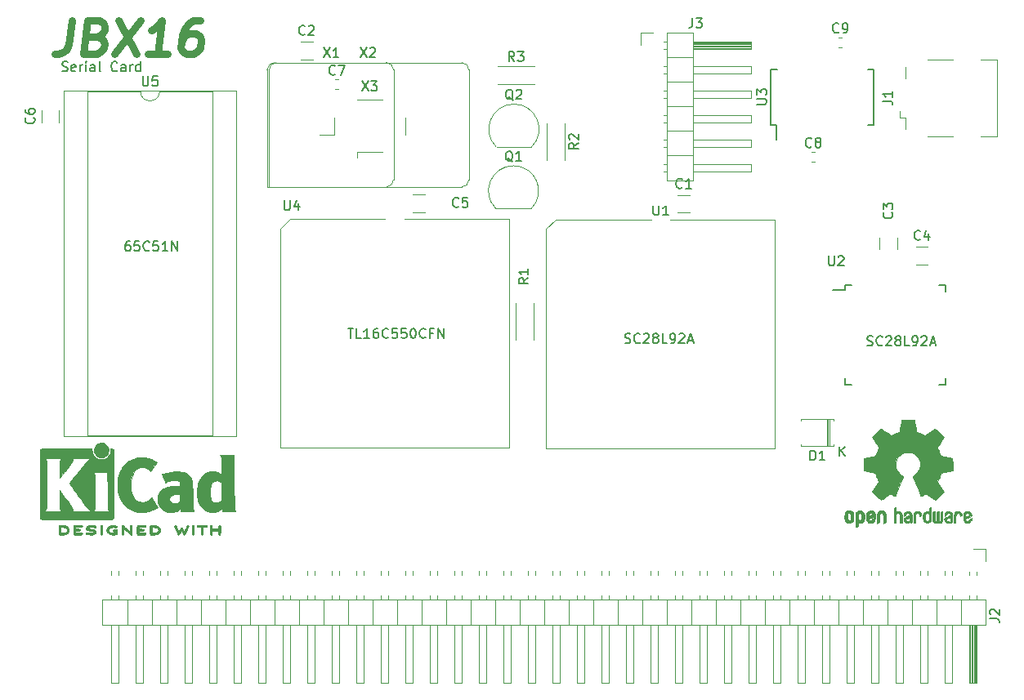
<source format=gbr>
%TF.GenerationSoftware,KiCad,Pcbnew,(5.1.12)-1*%
%TF.CreationDate,2022-08-10T21:51:47-07:00*%
%TF.ProjectId,JBX16_UARTCard,4a425831-365f-4554-9152-54436172642e,rev?*%
%TF.SameCoordinates,Original*%
%TF.FileFunction,Legend,Top*%
%TF.FilePolarity,Positive*%
%FSLAX46Y46*%
G04 Gerber Fmt 4.6, Leading zero omitted, Abs format (unit mm)*
G04 Created by KiCad (PCBNEW (5.1.12)-1) date 2022-08-10 21:51:47*
%MOMM*%
%LPD*%
G01*
G04 APERTURE LIST*
%ADD10C,0.150000*%
%ADD11C,0.750000*%
%ADD12C,0.120000*%
%ADD13C,0.010000*%
G04 APERTURE END LIST*
D10*
X91723175Y-101451160D02*
X91532699Y-101451160D01*
X91437460Y-101498780D01*
X91389841Y-101546399D01*
X91294603Y-101689256D01*
X91246984Y-101879732D01*
X91246984Y-102260684D01*
X91294603Y-102355922D01*
X91342222Y-102403541D01*
X91437460Y-102451160D01*
X91627937Y-102451160D01*
X91723175Y-102403541D01*
X91770794Y-102355922D01*
X91818413Y-102260684D01*
X91818413Y-102022589D01*
X91770794Y-101927351D01*
X91723175Y-101879732D01*
X91627937Y-101832113D01*
X91437460Y-101832113D01*
X91342222Y-101879732D01*
X91294603Y-101927351D01*
X91246984Y-102022589D01*
X92723175Y-101451160D02*
X92246984Y-101451160D01*
X92199365Y-101927351D01*
X92246984Y-101879732D01*
X92342222Y-101832113D01*
X92580318Y-101832113D01*
X92675556Y-101879732D01*
X92723175Y-101927351D01*
X92770794Y-102022589D01*
X92770794Y-102260684D01*
X92723175Y-102355922D01*
X92675556Y-102403541D01*
X92580318Y-102451160D01*
X92342222Y-102451160D01*
X92246984Y-102403541D01*
X92199365Y-102355922D01*
X93770794Y-102355922D02*
X93723175Y-102403541D01*
X93580318Y-102451160D01*
X93485080Y-102451160D01*
X93342222Y-102403541D01*
X93246984Y-102308303D01*
X93199365Y-102213065D01*
X93151746Y-102022589D01*
X93151746Y-101879732D01*
X93199365Y-101689256D01*
X93246984Y-101594018D01*
X93342222Y-101498780D01*
X93485080Y-101451160D01*
X93580318Y-101451160D01*
X93723175Y-101498780D01*
X93770794Y-101546399D01*
X94675556Y-101451160D02*
X94199365Y-101451160D01*
X94151746Y-101927351D01*
X94199365Y-101879732D01*
X94294603Y-101832113D01*
X94532699Y-101832113D01*
X94627937Y-101879732D01*
X94675556Y-101927351D01*
X94723175Y-102022589D01*
X94723175Y-102260684D01*
X94675556Y-102355922D01*
X94627937Y-102403541D01*
X94532699Y-102451160D01*
X94294603Y-102451160D01*
X94199365Y-102403541D01*
X94151746Y-102355922D01*
X95675556Y-102451160D02*
X95104127Y-102451160D01*
X95389841Y-102451160D02*
X95389841Y-101451160D01*
X95294603Y-101594018D01*
X95199365Y-101689256D01*
X95104127Y-101736875D01*
X96104127Y-102451160D02*
X96104127Y-101451160D01*
X96675556Y-102451160D01*
X96675556Y-101451160D01*
X168137010Y-112220641D02*
X168279867Y-112268260D01*
X168517962Y-112268260D01*
X168613200Y-112220641D01*
X168660820Y-112173022D01*
X168708439Y-112077784D01*
X168708439Y-111982546D01*
X168660820Y-111887308D01*
X168613200Y-111839689D01*
X168517962Y-111792070D01*
X168327486Y-111744451D01*
X168232248Y-111696832D01*
X168184629Y-111649213D01*
X168137010Y-111553975D01*
X168137010Y-111458737D01*
X168184629Y-111363499D01*
X168232248Y-111315880D01*
X168327486Y-111268260D01*
X168565581Y-111268260D01*
X168708439Y-111315880D01*
X169708439Y-112173022D02*
X169660820Y-112220641D01*
X169517962Y-112268260D01*
X169422724Y-112268260D01*
X169279867Y-112220641D01*
X169184629Y-112125403D01*
X169137010Y-112030165D01*
X169089391Y-111839689D01*
X169089391Y-111696832D01*
X169137010Y-111506356D01*
X169184629Y-111411118D01*
X169279867Y-111315880D01*
X169422724Y-111268260D01*
X169517962Y-111268260D01*
X169660820Y-111315880D01*
X169708439Y-111363499D01*
X170089391Y-111363499D02*
X170137010Y-111315880D01*
X170232248Y-111268260D01*
X170470343Y-111268260D01*
X170565581Y-111315880D01*
X170613200Y-111363499D01*
X170660820Y-111458737D01*
X170660820Y-111553975D01*
X170613200Y-111696832D01*
X170041772Y-112268260D01*
X170660820Y-112268260D01*
X171232248Y-111696832D02*
X171137010Y-111649213D01*
X171089391Y-111601594D01*
X171041772Y-111506356D01*
X171041772Y-111458737D01*
X171089391Y-111363499D01*
X171137010Y-111315880D01*
X171232248Y-111268260D01*
X171422724Y-111268260D01*
X171517962Y-111315880D01*
X171565581Y-111363499D01*
X171613200Y-111458737D01*
X171613200Y-111506356D01*
X171565581Y-111601594D01*
X171517962Y-111649213D01*
X171422724Y-111696832D01*
X171232248Y-111696832D01*
X171137010Y-111744451D01*
X171089391Y-111792070D01*
X171041772Y-111887308D01*
X171041772Y-112077784D01*
X171089391Y-112173022D01*
X171137010Y-112220641D01*
X171232248Y-112268260D01*
X171422724Y-112268260D01*
X171517962Y-112220641D01*
X171565581Y-112173022D01*
X171613200Y-112077784D01*
X171613200Y-111887308D01*
X171565581Y-111792070D01*
X171517962Y-111744451D01*
X171422724Y-111696832D01*
X172517962Y-112268260D02*
X172041772Y-112268260D01*
X172041772Y-111268260D01*
X172898915Y-112268260D02*
X173089391Y-112268260D01*
X173184629Y-112220641D01*
X173232248Y-112173022D01*
X173327486Y-112030165D01*
X173375105Y-111839689D01*
X173375105Y-111458737D01*
X173327486Y-111363499D01*
X173279867Y-111315880D01*
X173184629Y-111268260D01*
X172994153Y-111268260D01*
X172898915Y-111315880D01*
X172851296Y-111363499D01*
X172803677Y-111458737D01*
X172803677Y-111696832D01*
X172851296Y-111792070D01*
X172898915Y-111839689D01*
X172994153Y-111887308D01*
X173184629Y-111887308D01*
X173279867Y-111839689D01*
X173327486Y-111792070D01*
X173375105Y-111696832D01*
X173756058Y-111363499D02*
X173803677Y-111315880D01*
X173898915Y-111268260D01*
X174137010Y-111268260D01*
X174232248Y-111315880D01*
X174279867Y-111363499D01*
X174327486Y-111458737D01*
X174327486Y-111553975D01*
X174279867Y-111696832D01*
X173708439Y-112268260D01*
X174327486Y-112268260D01*
X174708439Y-111982546D02*
X175184629Y-111982546D01*
X174613200Y-112268260D02*
X174946534Y-111268260D01*
X175279867Y-112268260D01*
X143026570Y-111959021D02*
X143169427Y-112006640D01*
X143407522Y-112006640D01*
X143502760Y-111959021D01*
X143550380Y-111911402D01*
X143597999Y-111816164D01*
X143597999Y-111720926D01*
X143550380Y-111625688D01*
X143502760Y-111578069D01*
X143407522Y-111530450D01*
X143217046Y-111482831D01*
X143121808Y-111435212D01*
X143074189Y-111387593D01*
X143026570Y-111292355D01*
X143026570Y-111197117D01*
X143074189Y-111101879D01*
X143121808Y-111054260D01*
X143217046Y-111006640D01*
X143455141Y-111006640D01*
X143597999Y-111054260D01*
X144597999Y-111911402D02*
X144550380Y-111959021D01*
X144407522Y-112006640D01*
X144312284Y-112006640D01*
X144169427Y-111959021D01*
X144074189Y-111863783D01*
X144026570Y-111768545D01*
X143978951Y-111578069D01*
X143978951Y-111435212D01*
X144026570Y-111244736D01*
X144074189Y-111149498D01*
X144169427Y-111054260D01*
X144312284Y-111006640D01*
X144407522Y-111006640D01*
X144550380Y-111054260D01*
X144597999Y-111101879D01*
X144978951Y-111101879D02*
X145026570Y-111054260D01*
X145121808Y-111006640D01*
X145359903Y-111006640D01*
X145455141Y-111054260D01*
X145502760Y-111101879D01*
X145550380Y-111197117D01*
X145550380Y-111292355D01*
X145502760Y-111435212D01*
X144931332Y-112006640D01*
X145550380Y-112006640D01*
X146121808Y-111435212D02*
X146026570Y-111387593D01*
X145978951Y-111339974D01*
X145931332Y-111244736D01*
X145931332Y-111197117D01*
X145978951Y-111101879D01*
X146026570Y-111054260D01*
X146121808Y-111006640D01*
X146312284Y-111006640D01*
X146407522Y-111054260D01*
X146455141Y-111101879D01*
X146502760Y-111197117D01*
X146502760Y-111244736D01*
X146455141Y-111339974D01*
X146407522Y-111387593D01*
X146312284Y-111435212D01*
X146121808Y-111435212D01*
X146026570Y-111482831D01*
X145978951Y-111530450D01*
X145931332Y-111625688D01*
X145931332Y-111816164D01*
X145978951Y-111911402D01*
X146026570Y-111959021D01*
X146121808Y-112006640D01*
X146312284Y-112006640D01*
X146407522Y-111959021D01*
X146455141Y-111911402D01*
X146502760Y-111816164D01*
X146502760Y-111625688D01*
X146455141Y-111530450D01*
X146407522Y-111482831D01*
X146312284Y-111435212D01*
X147407522Y-112006640D02*
X146931332Y-112006640D01*
X146931332Y-111006640D01*
X147788475Y-112006640D02*
X147978951Y-112006640D01*
X148074189Y-111959021D01*
X148121808Y-111911402D01*
X148217046Y-111768545D01*
X148264665Y-111578069D01*
X148264665Y-111197117D01*
X148217046Y-111101879D01*
X148169427Y-111054260D01*
X148074189Y-111006640D01*
X147883713Y-111006640D01*
X147788475Y-111054260D01*
X147740856Y-111101879D01*
X147693237Y-111197117D01*
X147693237Y-111435212D01*
X147740856Y-111530450D01*
X147788475Y-111578069D01*
X147883713Y-111625688D01*
X148074189Y-111625688D01*
X148169427Y-111578069D01*
X148217046Y-111530450D01*
X148264665Y-111435212D01*
X148645618Y-111101879D02*
X148693237Y-111054260D01*
X148788475Y-111006640D01*
X149026570Y-111006640D01*
X149121808Y-111054260D01*
X149169427Y-111101879D01*
X149217046Y-111197117D01*
X149217046Y-111292355D01*
X149169427Y-111435212D01*
X148597999Y-112006640D01*
X149217046Y-112006640D01*
X149597999Y-111720926D02*
X150074189Y-111720926D01*
X149502760Y-112006640D02*
X149836094Y-111006640D01*
X150169427Y-112006640D01*
X114330790Y-110485940D02*
X114902219Y-110485940D01*
X114616504Y-111485940D02*
X114616504Y-110485940D01*
X115711742Y-111485940D02*
X115235552Y-111485940D01*
X115235552Y-110485940D01*
X116568885Y-111485940D02*
X115997457Y-111485940D01*
X116283171Y-111485940D02*
X116283171Y-110485940D01*
X116187933Y-110628798D01*
X116092695Y-110724036D01*
X115997457Y-110771655D01*
X117426028Y-110485940D02*
X117235552Y-110485940D01*
X117140314Y-110533560D01*
X117092695Y-110581179D01*
X116997457Y-110724036D01*
X116949838Y-110914512D01*
X116949838Y-111295464D01*
X116997457Y-111390702D01*
X117045076Y-111438321D01*
X117140314Y-111485940D01*
X117330790Y-111485940D01*
X117426028Y-111438321D01*
X117473647Y-111390702D01*
X117521266Y-111295464D01*
X117521266Y-111057369D01*
X117473647Y-110962131D01*
X117426028Y-110914512D01*
X117330790Y-110866893D01*
X117140314Y-110866893D01*
X117045076Y-110914512D01*
X116997457Y-110962131D01*
X116949838Y-111057369D01*
X118521266Y-111390702D02*
X118473647Y-111438321D01*
X118330790Y-111485940D01*
X118235552Y-111485940D01*
X118092695Y-111438321D01*
X117997457Y-111343083D01*
X117949838Y-111247845D01*
X117902219Y-111057369D01*
X117902219Y-110914512D01*
X117949838Y-110724036D01*
X117997457Y-110628798D01*
X118092695Y-110533560D01*
X118235552Y-110485940D01*
X118330790Y-110485940D01*
X118473647Y-110533560D01*
X118521266Y-110581179D01*
X119426028Y-110485940D02*
X118949838Y-110485940D01*
X118902219Y-110962131D01*
X118949838Y-110914512D01*
X119045076Y-110866893D01*
X119283171Y-110866893D01*
X119378409Y-110914512D01*
X119426028Y-110962131D01*
X119473647Y-111057369D01*
X119473647Y-111295464D01*
X119426028Y-111390702D01*
X119378409Y-111438321D01*
X119283171Y-111485940D01*
X119045076Y-111485940D01*
X118949838Y-111438321D01*
X118902219Y-111390702D01*
X120378409Y-110485940D02*
X119902219Y-110485940D01*
X119854600Y-110962131D01*
X119902219Y-110914512D01*
X119997457Y-110866893D01*
X120235552Y-110866893D01*
X120330790Y-110914512D01*
X120378409Y-110962131D01*
X120426028Y-111057369D01*
X120426028Y-111295464D01*
X120378409Y-111390702D01*
X120330790Y-111438321D01*
X120235552Y-111485940D01*
X119997457Y-111485940D01*
X119902219Y-111438321D01*
X119854600Y-111390702D01*
X121045076Y-110485940D02*
X121140314Y-110485940D01*
X121235552Y-110533560D01*
X121283171Y-110581179D01*
X121330790Y-110676417D01*
X121378409Y-110866893D01*
X121378409Y-111104988D01*
X121330790Y-111295464D01*
X121283171Y-111390702D01*
X121235552Y-111438321D01*
X121140314Y-111485940D01*
X121045076Y-111485940D01*
X120949838Y-111438321D01*
X120902219Y-111390702D01*
X120854600Y-111295464D01*
X120806980Y-111104988D01*
X120806980Y-110866893D01*
X120854600Y-110676417D01*
X120902219Y-110581179D01*
X120949838Y-110533560D01*
X121045076Y-110485940D01*
X122378409Y-111390702D02*
X122330790Y-111438321D01*
X122187933Y-111485940D01*
X122092695Y-111485940D01*
X121949838Y-111438321D01*
X121854600Y-111343083D01*
X121806980Y-111247845D01*
X121759361Y-111057369D01*
X121759361Y-110914512D01*
X121806980Y-110724036D01*
X121854600Y-110628798D01*
X121949838Y-110533560D01*
X122092695Y-110485940D01*
X122187933Y-110485940D01*
X122330790Y-110533560D01*
X122378409Y-110581179D01*
X123140314Y-110962131D02*
X122806980Y-110962131D01*
X122806980Y-111485940D02*
X122806980Y-110485940D01*
X123283171Y-110485940D01*
X123664123Y-111485940D02*
X123664123Y-110485940D01*
X124235552Y-111485940D01*
X124235552Y-110485940D01*
X84724431Y-83775181D02*
X84867288Y-83822800D01*
X85105383Y-83822800D01*
X85200621Y-83775181D01*
X85248240Y-83727562D01*
X85295860Y-83632324D01*
X85295860Y-83537086D01*
X85248240Y-83441848D01*
X85200621Y-83394229D01*
X85105383Y-83346610D01*
X84914907Y-83298991D01*
X84819669Y-83251372D01*
X84772050Y-83203753D01*
X84724431Y-83108515D01*
X84724431Y-83013277D01*
X84772050Y-82918039D01*
X84819669Y-82870420D01*
X84914907Y-82822800D01*
X85153002Y-82822800D01*
X85295860Y-82870420D01*
X86105383Y-83775181D02*
X86010145Y-83822800D01*
X85819669Y-83822800D01*
X85724431Y-83775181D01*
X85676812Y-83679943D01*
X85676812Y-83298991D01*
X85724431Y-83203753D01*
X85819669Y-83156134D01*
X86010145Y-83156134D01*
X86105383Y-83203753D01*
X86153002Y-83298991D01*
X86153002Y-83394229D01*
X85676812Y-83489467D01*
X86581574Y-83822800D02*
X86581574Y-83156134D01*
X86581574Y-83346610D02*
X86629193Y-83251372D01*
X86676812Y-83203753D01*
X86772050Y-83156134D01*
X86867288Y-83156134D01*
X87200621Y-83822800D02*
X87200621Y-83156134D01*
X87200621Y-82822800D02*
X87153002Y-82870420D01*
X87200621Y-82918039D01*
X87248240Y-82870420D01*
X87200621Y-82822800D01*
X87200621Y-82918039D01*
X88105383Y-83822800D02*
X88105383Y-83298991D01*
X88057764Y-83203753D01*
X87962526Y-83156134D01*
X87772050Y-83156134D01*
X87676812Y-83203753D01*
X88105383Y-83775181D02*
X88010145Y-83822800D01*
X87772050Y-83822800D01*
X87676812Y-83775181D01*
X87629193Y-83679943D01*
X87629193Y-83584705D01*
X87676812Y-83489467D01*
X87772050Y-83441848D01*
X88010145Y-83441848D01*
X88105383Y-83394229D01*
X88724431Y-83822800D02*
X88629193Y-83775181D01*
X88581574Y-83679943D01*
X88581574Y-82822800D01*
X90438717Y-83727562D02*
X90391098Y-83775181D01*
X90248240Y-83822800D01*
X90153002Y-83822800D01*
X90010145Y-83775181D01*
X89914907Y-83679943D01*
X89867288Y-83584705D01*
X89819669Y-83394229D01*
X89819669Y-83251372D01*
X89867288Y-83060896D01*
X89914907Y-82965658D01*
X90010145Y-82870420D01*
X90153002Y-82822800D01*
X90248240Y-82822800D01*
X90391098Y-82870420D01*
X90438717Y-82918039D01*
X91295860Y-83822800D02*
X91295860Y-83298991D01*
X91248240Y-83203753D01*
X91153002Y-83156134D01*
X90962526Y-83156134D01*
X90867288Y-83203753D01*
X91295860Y-83775181D02*
X91200621Y-83822800D01*
X90962526Y-83822800D01*
X90867288Y-83775181D01*
X90819669Y-83679943D01*
X90819669Y-83584705D01*
X90867288Y-83489467D01*
X90962526Y-83441848D01*
X91200621Y-83441848D01*
X91295860Y-83394229D01*
X91772050Y-83822800D02*
X91772050Y-83156134D01*
X91772050Y-83346610D02*
X91819669Y-83251372D01*
X91867288Y-83203753D01*
X91962526Y-83156134D01*
X92057764Y-83156134D01*
X92819669Y-83822800D02*
X92819669Y-82822800D01*
X92819669Y-83775181D02*
X92724431Y-83822800D01*
X92533955Y-83822800D01*
X92438717Y-83775181D01*
X92391098Y-83727562D01*
X92343479Y-83632324D01*
X92343479Y-83346610D01*
X92391098Y-83251372D01*
X92438717Y-83203753D01*
X92533955Y-83156134D01*
X92724431Y-83156134D01*
X92819669Y-83203753D01*
D11*
X85719010Y-78560693D02*
X85406510Y-81060693D01*
X85177344Y-81560693D01*
X84802344Y-81894026D01*
X84281510Y-82060693D01*
X83948177Y-82060693D01*
X88344010Y-80227360D02*
X88823177Y-80394026D01*
X88969010Y-80560693D01*
X89094010Y-80894026D01*
X89031510Y-81394026D01*
X88823177Y-81727360D01*
X88635677Y-81894026D01*
X88281510Y-82060693D01*
X86948177Y-82060693D01*
X87385677Y-78560693D01*
X88552344Y-78560693D01*
X88864844Y-78727360D01*
X89010677Y-78894026D01*
X89135677Y-79227360D01*
X89094010Y-79560693D01*
X88885677Y-79894026D01*
X88698177Y-80060693D01*
X88344010Y-80227360D01*
X87177344Y-80227360D01*
X90552344Y-78560693D02*
X92448177Y-82060693D01*
X92885677Y-78560693D02*
X90114844Y-82060693D01*
X95614844Y-82060693D02*
X93614844Y-82060693D01*
X94614844Y-82060693D02*
X95052344Y-78560693D01*
X94656510Y-79060693D01*
X94281510Y-79394026D01*
X93927344Y-79560693D01*
X99052344Y-78560693D02*
X98385677Y-78560693D01*
X98031510Y-78727360D01*
X97844010Y-78894026D01*
X97448177Y-79394026D01*
X97198177Y-80060693D01*
X97031510Y-81394026D01*
X97156510Y-81727360D01*
X97302344Y-81894026D01*
X97614844Y-82060693D01*
X98281510Y-82060693D01*
X98635677Y-81894026D01*
X98823177Y-81727360D01*
X99031510Y-81394026D01*
X99135677Y-80560693D01*
X99010677Y-80227360D01*
X98864844Y-80060693D01*
X98552344Y-79894026D01*
X97885677Y-79894026D01*
X97531510Y-80060693D01*
X97344010Y-80227360D01*
X97135677Y-80560693D01*
D12*
%TO.C,J3*%
X144703800Y-79857600D02*
X145973800Y-79857600D01*
X144703800Y-81127600D02*
X144703800Y-79857600D01*
X147016729Y-94207600D02*
X147413800Y-94207600D01*
X147016729Y-93447600D02*
X147413800Y-93447600D01*
X156073800Y-94207600D02*
X150073800Y-94207600D01*
X156073800Y-93447600D02*
X156073800Y-94207600D01*
X150073800Y-93447600D02*
X156073800Y-93447600D01*
X147413800Y-92557600D02*
X150073800Y-92557600D01*
X147016729Y-91667600D02*
X147413800Y-91667600D01*
X147016729Y-90907600D02*
X147413800Y-90907600D01*
X156073800Y-91667600D02*
X150073800Y-91667600D01*
X156073800Y-90907600D02*
X156073800Y-91667600D01*
X150073800Y-90907600D02*
X156073800Y-90907600D01*
X147413800Y-90017600D02*
X150073800Y-90017600D01*
X147016729Y-89127600D02*
X147413800Y-89127600D01*
X147016729Y-88367600D02*
X147413800Y-88367600D01*
X156073800Y-89127600D02*
X150073800Y-89127600D01*
X156073800Y-88367600D02*
X156073800Y-89127600D01*
X150073800Y-88367600D02*
X156073800Y-88367600D01*
X147413800Y-87477600D02*
X150073800Y-87477600D01*
X147016729Y-86587600D02*
X147413800Y-86587600D01*
X147016729Y-85827600D02*
X147413800Y-85827600D01*
X156073800Y-86587600D02*
X150073800Y-86587600D01*
X156073800Y-85827600D02*
X156073800Y-86587600D01*
X150073800Y-85827600D02*
X156073800Y-85827600D01*
X147413800Y-84937600D02*
X150073800Y-84937600D01*
X147016729Y-84047600D02*
X147413800Y-84047600D01*
X147016729Y-83287600D02*
X147413800Y-83287600D01*
X156073800Y-84047600D02*
X150073800Y-84047600D01*
X156073800Y-83287600D02*
X156073800Y-84047600D01*
X150073800Y-83287600D02*
X156073800Y-83287600D01*
X147413800Y-82397600D02*
X150073800Y-82397600D01*
X147083800Y-81507600D02*
X147413800Y-81507600D01*
X147083800Y-80747600D02*
X147413800Y-80747600D01*
X150073800Y-81407600D02*
X156073800Y-81407600D01*
X150073800Y-81287600D02*
X156073800Y-81287600D01*
X150073800Y-81167600D02*
X156073800Y-81167600D01*
X150073800Y-81047600D02*
X156073800Y-81047600D01*
X150073800Y-80927600D02*
X156073800Y-80927600D01*
X150073800Y-80807600D02*
X156073800Y-80807600D01*
X156073800Y-81507600D02*
X150073800Y-81507600D01*
X156073800Y-80747600D02*
X156073800Y-81507600D01*
X150073800Y-80747600D02*
X156073800Y-80747600D01*
X150073800Y-79797600D02*
X147413800Y-79797600D01*
X150073800Y-95157600D02*
X150073800Y-79797600D01*
X147413800Y-95157600D02*
X150073800Y-95157600D01*
X147413800Y-79797600D02*
X147413800Y-95157600D01*
%TO.C,R3*%
X129819640Y-83324180D02*
X133659640Y-83324180D01*
X129819640Y-85164180D02*
X133659640Y-85164180D01*
%TO.C,R2*%
X136776980Y-89184720D02*
X136776980Y-93024720D01*
X134936980Y-89184720D02*
X134936980Y-93024720D01*
%TO.C,Q2*%
X129736440Y-91677100D02*
X133336440Y-91677100D01*
X133374918Y-91665578D02*
G75*
G03*
X131536440Y-87227100I-1838478J1838478D01*
G01*
X129697962Y-91665578D02*
G75*
G02*
X131536440Y-87227100I1838478J1838478D01*
G01*
D13*
%TO.C,REF\u002A\u002A*%
G36*
X167533760Y-129370923D02*
G01*
X167645310Y-129426542D01*
X167743768Y-129528951D01*
X167770883Y-129566884D01*
X167800422Y-129616520D01*
X167819588Y-129670432D01*
X167830553Y-129742384D01*
X167835489Y-129846142D01*
X167836573Y-129983121D01*
X167831678Y-130170835D01*
X167814664Y-130311778D01*
X167782037Y-130416928D01*
X167730302Y-130497263D01*
X167655964Y-130563761D01*
X167650502Y-130567698D01*
X167577240Y-130607973D01*
X167489020Y-130627900D01*
X167376822Y-130632813D01*
X167194427Y-130632813D01*
X167194351Y-130809877D01*
X167192653Y-130908490D01*
X167182310Y-130966334D01*
X167155282Y-131001026D01*
X167103528Y-131030184D01*
X167091099Y-131036141D01*
X167032937Y-131064059D01*
X166987904Y-131081692D01*
X166954419Y-131083214D01*
X166930898Y-131062801D01*
X166915760Y-131014627D01*
X166907423Y-130932866D01*
X166904304Y-130811692D01*
X166904820Y-130645280D01*
X166907389Y-130427805D01*
X166908192Y-130362756D01*
X166911082Y-130138522D01*
X166913672Y-129991841D01*
X167194274Y-129991841D01*
X167195851Y-130116346D01*
X167202860Y-130197807D01*
X167218718Y-130251535D01*
X167246841Y-130292843D01*
X167265935Y-130312991D01*
X167343995Y-130371941D01*
X167413107Y-130376740D01*
X167484420Y-130328058D01*
X167486228Y-130326261D01*
X167515243Y-130288638D01*
X167532893Y-130237504D01*
X167541796Y-130158758D01*
X167544569Y-130038296D01*
X167544619Y-130011608D01*
X167537918Y-129845603D01*
X167516108Y-129730525D01*
X167476625Y-129660274D01*
X167416904Y-129628749D01*
X167382388Y-129625572D01*
X167300471Y-129640480D01*
X167244281Y-129689568D01*
X167210458Y-129779382D01*
X167195640Y-129916465D01*
X167194274Y-129991841D01*
X166913672Y-129991841D01*
X166914147Y-129964972D01*
X166918107Y-129834402D01*
X166923686Y-129739107D01*
X166931606Y-129671384D01*
X166942591Y-129623527D01*
X166957361Y-129587833D01*
X166976642Y-129556598D01*
X166984909Y-129544844D01*
X167094572Y-129433817D01*
X167233225Y-129370867D01*
X167393614Y-129353317D01*
X167533760Y-129370923D01*
G37*
X167533760Y-129370923D02*
X167645310Y-129426542D01*
X167743768Y-129528951D01*
X167770883Y-129566884D01*
X167800422Y-129616520D01*
X167819588Y-129670432D01*
X167830553Y-129742384D01*
X167835489Y-129846142D01*
X167836573Y-129983121D01*
X167831678Y-130170835D01*
X167814664Y-130311778D01*
X167782037Y-130416928D01*
X167730302Y-130497263D01*
X167655964Y-130563761D01*
X167650502Y-130567698D01*
X167577240Y-130607973D01*
X167489020Y-130627900D01*
X167376822Y-130632813D01*
X167194427Y-130632813D01*
X167194351Y-130809877D01*
X167192653Y-130908490D01*
X167182310Y-130966334D01*
X167155282Y-131001026D01*
X167103528Y-131030184D01*
X167091099Y-131036141D01*
X167032937Y-131064059D01*
X166987904Y-131081692D01*
X166954419Y-131083214D01*
X166930898Y-131062801D01*
X166915760Y-131014627D01*
X166907423Y-130932866D01*
X166904304Y-130811692D01*
X166904820Y-130645280D01*
X166907389Y-130427805D01*
X166908192Y-130362756D01*
X166911082Y-130138522D01*
X166913672Y-129991841D01*
X167194274Y-129991841D01*
X167195851Y-130116346D01*
X167202860Y-130197807D01*
X167218718Y-130251535D01*
X167246841Y-130292843D01*
X167265935Y-130312991D01*
X167343995Y-130371941D01*
X167413107Y-130376740D01*
X167484420Y-130328058D01*
X167486228Y-130326261D01*
X167515243Y-130288638D01*
X167532893Y-130237504D01*
X167541796Y-130158758D01*
X167544569Y-130038296D01*
X167544619Y-130011608D01*
X167537918Y-129845603D01*
X167516108Y-129730525D01*
X167476625Y-129660274D01*
X167416904Y-129628749D01*
X167382388Y-129625572D01*
X167300471Y-129640480D01*
X167244281Y-129689568D01*
X167210458Y-129779382D01*
X167195640Y-129916465D01*
X167194274Y-129991841D01*
X166913672Y-129991841D01*
X166914147Y-129964972D01*
X166918107Y-129834402D01*
X166923686Y-129739107D01*
X166931606Y-129671384D01*
X166942591Y-129623527D01*
X166957361Y-129587833D01*
X166976642Y-129556598D01*
X166984909Y-129544844D01*
X167094572Y-129433817D01*
X167233225Y-129370867D01*
X167393614Y-129353317D01*
X167533760Y-129370923D01*
G36*
X169779289Y-129386739D02*
G01*
X169872983Y-129440934D01*
X169938124Y-129494727D01*
X169985767Y-129551086D01*
X170018588Y-129620007D01*
X170039266Y-129711488D01*
X170050480Y-129835526D01*
X170054909Y-130002118D01*
X170055423Y-130121871D01*
X170055423Y-130562679D01*
X169931343Y-130618303D01*
X169807262Y-130673927D01*
X169792665Y-130191115D01*
X169786633Y-130010799D01*
X169780305Y-129879921D01*
X169772466Y-129789531D01*
X169761897Y-129730684D01*
X169747383Y-129694433D01*
X169727708Y-129671830D01*
X169721395Y-129666937D01*
X169625748Y-129628726D01*
X169529067Y-129643847D01*
X169471515Y-129683963D01*
X169448105Y-129712390D01*
X169431899Y-129749692D01*
X169421601Y-129806243D01*
X169415909Y-129892414D01*
X169413524Y-130018578D01*
X169413124Y-130150062D01*
X169413046Y-130315019D01*
X169410221Y-130431781D01*
X169400767Y-130510530D01*
X169380800Y-130561451D01*
X169346436Y-130594726D01*
X169293792Y-130620540D01*
X169223477Y-130647364D01*
X169146680Y-130676562D01*
X169155822Y-130158366D01*
X169159503Y-129971559D01*
X169163810Y-129833510D01*
X169169983Y-129734588D01*
X169179262Y-129665165D01*
X169192887Y-129615610D01*
X169212099Y-129576293D01*
X169235262Y-129541604D01*
X169347012Y-129430790D01*
X169483373Y-129366709D01*
X169631685Y-129351359D01*
X169779289Y-129386739D01*
G37*
X169779289Y-129386739D02*
X169872983Y-129440934D01*
X169938124Y-129494727D01*
X169985767Y-129551086D01*
X170018588Y-129620007D01*
X170039266Y-129711488D01*
X170050480Y-129835526D01*
X170054909Y-130002118D01*
X170055423Y-130121871D01*
X170055423Y-130562679D01*
X169931343Y-130618303D01*
X169807262Y-130673927D01*
X169792665Y-130191115D01*
X169786633Y-130010799D01*
X169780305Y-129879921D01*
X169772466Y-129789531D01*
X169761897Y-129730684D01*
X169747383Y-129694433D01*
X169727708Y-129671830D01*
X169721395Y-129666937D01*
X169625748Y-129628726D01*
X169529067Y-129643847D01*
X169471515Y-129683963D01*
X169448105Y-129712390D01*
X169431899Y-129749692D01*
X169421601Y-129806243D01*
X169415909Y-129892414D01*
X169413524Y-130018578D01*
X169413124Y-130150062D01*
X169413046Y-130315019D01*
X169410221Y-130431781D01*
X169400767Y-130510530D01*
X169380800Y-130561451D01*
X169346436Y-130594726D01*
X169293792Y-130620540D01*
X169223477Y-130647364D01*
X169146680Y-130676562D01*
X169155822Y-130158366D01*
X169159503Y-129971559D01*
X169163810Y-129833510D01*
X169169983Y-129734588D01*
X169179262Y-129665165D01*
X169192887Y-129615610D01*
X169212099Y-129576293D01*
X169235262Y-129541604D01*
X169347012Y-129430790D01*
X169483373Y-129366709D01*
X169631685Y-129351359D01*
X169779289Y-129386739D01*
G36*
X166410081Y-129375035D02*
G01*
X166546921Y-129446988D01*
X166647911Y-129562786D01*
X166683785Y-129637233D01*
X166711699Y-129749012D01*
X166725989Y-129890247D01*
X166727344Y-130044391D01*
X166716455Y-130194899D01*
X166694013Y-130325225D01*
X166660710Y-130418823D01*
X166650475Y-130434942D01*
X166529242Y-130555269D01*
X166385247Y-130627337D01*
X166228999Y-130648428D01*
X166071008Y-130615822D01*
X166027040Y-130596273D01*
X165941416Y-130536032D01*
X165866268Y-130456155D01*
X165859166Y-130446024D01*
X165830299Y-130397201D01*
X165811217Y-130345010D01*
X165799944Y-130276305D01*
X165794505Y-130177938D01*
X165792922Y-130036764D01*
X165792895Y-130005112D01*
X165792967Y-129995039D01*
X166084849Y-129995039D01*
X166086547Y-130128276D01*
X166093232Y-130216694D01*
X166107285Y-130273805D01*
X166131089Y-130313122D01*
X166143239Y-130326261D01*
X166213096Y-130376192D01*
X166280919Y-130373915D01*
X166349495Y-130330604D01*
X166390395Y-130284366D01*
X166414618Y-130216877D01*
X166428221Y-130110453D01*
X166429154Y-130098040D01*
X166431476Y-129905167D01*
X166407210Y-129761920D01*
X166356684Y-129669180D01*
X166280228Y-129627827D01*
X166252936Y-129625572D01*
X166181271Y-129636913D01*
X166132250Y-129676204D01*
X166102278Y-129751346D01*
X166087759Y-129870242D01*
X166084849Y-129995039D01*
X165792967Y-129995039D01*
X165793982Y-129854679D01*
X165798548Y-129749569D01*
X165808548Y-129676734D01*
X165825939Y-129623128D01*
X165852676Y-129575701D01*
X165858584Y-129566884D01*
X165957892Y-129448027D01*
X166066102Y-129379028D01*
X166197841Y-129351639D01*
X166242577Y-129350301D01*
X166410081Y-129375035D01*
G37*
X166410081Y-129375035D02*
X166546921Y-129446988D01*
X166647911Y-129562786D01*
X166683785Y-129637233D01*
X166711699Y-129749012D01*
X166725989Y-129890247D01*
X166727344Y-130044391D01*
X166716455Y-130194899D01*
X166694013Y-130325225D01*
X166660710Y-130418823D01*
X166650475Y-130434942D01*
X166529242Y-130555269D01*
X166385247Y-130627337D01*
X166228999Y-130648428D01*
X166071008Y-130615822D01*
X166027040Y-130596273D01*
X165941416Y-130536032D01*
X165866268Y-130456155D01*
X165859166Y-130446024D01*
X165830299Y-130397201D01*
X165811217Y-130345010D01*
X165799944Y-130276305D01*
X165794505Y-130177938D01*
X165792922Y-130036764D01*
X165792895Y-130005112D01*
X165792967Y-129995039D01*
X166084849Y-129995039D01*
X166086547Y-130128276D01*
X166093232Y-130216694D01*
X166107285Y-130273805D01*
X166131089Y-130313122D01*
X166143239Y-130326261D01*
X166213096Y-130376192D01*
X166280919Y-130373915D01*
X166349495Y-130330604D01*
X166390395Y-130284366D01*
X166414618Y-130216877D01*
X166428221Y-130110453D01*
X166429154Y-130098040D01*
X166431476Y-129905167D01*
X166407210Y-129761920D01*
X166356684Y-129669180D01*
X166280228Y-129627827D01*
X166252936Y-129625572D01*
X166181271Y-129636913D01*
X166132250Y-129676204D01*
X166102278Y-129751346D01*
X166087759Y-129870242D01*
X166084849Y-129995039D01*
X165792967Y-129995039D01*
X165793982Y-129854679D01*
X165798548Y-129749569D01*
X165808548Y-129676734D01*
X165825939Y-129623128D01*
X165852676Y-129575701D01*
X165858584Y-129566884D01*
X165957892Y-129448027D01*
X166066102Y-129379028D01*
X166197841Y-129351639D01*
X166242577Y-129350301D01*
X166410081Y-129375035D01*
G36*
X168677412Y-129393696D02*
G01*
X168792518Y-129471131D01*
X168881471Y-129582969D01*
X168934609Y-129725285D01*
X168945357Y-129830035D01*
X168944136Y-129873746D01*
X168933916Y-129907214D01*
X168905821Y-129937199D01*
X168850976Y-129970460D01*
X168760505Y-130013758D01*
X168625532Y-130073853D01*
X168624849Y-130074154D01*
X168500611Y-130131057D01*
X168398733Y-130181585D01*
X168329627Y-130220300D01*
X168303706Y-130241760D01*
X168303699Y-130241933D01*
X168326545Y-130288664D01*
X168379969Y-130340174D01*
X168441302Y-130377281D01*
X168472375Y-130384652D01*
X168557149Y-130359158D01*
X168630153Y-130295311D01*
X168665773Y-130225114D01*
X168700040Y-130173363D01*
X168767163Y-130114429D01*
X168846068Y-130063516D01*
X168915681Y-130035829D01*
X168930237Y-130034307D01*
X168946623Y-130059341D01*
X168947610Y-130123331D01*
X168935568Y-130209613D01*
X168912867Y-130301521D01*
X168881874Y-130382389D01*
X168880308Y-130385529D01*
X168787041Y-130515754D01*
X168666164Y-130604331D01*
X168528887Y-130647806D01*
X168386420Y-130642726D01*
X168249972Y-130585636D01*
X168243905Y-130581622D01*
X168136570Y-130484346D01*
X168065992Y-130357429D01*
X168026934Y-130190546D01*
X168021692Y-130143659D01*
X168012408Y-129922349D01*
X168023538Y-129819144D01*
X168303699Y-129819144D01*
X168307339Y-129883523D01*
X168327249Y-129902311D01*
X168376886Y-129888255D01*
X168455127Y-129855029D01*
X168542586Y-129813379D01*
X168544759Y-129812276D01*
X168618890Y-129773285D01*
X168648641Y-129747264D01*
X168641305Y-129719985D01*
X168610413Y-129684141D01*
X168531820Y-129632271D01*
X168447183Y-129628459D01*
X168371263Y-129666209D01*
X168318825Y-129739021D01*
X168303699Y-129819144D01*
X168023538Y-129819144D01*
X168031504Y-129745281D01*
X168080494Y-129604849D01*
X168148696Y-129506467D01*
X168271795Y-129407050D01*
X168407388Y-129357731D01*
X168545815Y-129354588D01*
X168677412Y-129393696D01*
G37*
X168677412Y-129393696D02*
X168792518Y-129471131D01*
X168881471Y-129582969D01*
X168934609Y-129725285D01*
X168945357Y-129830035D01*
X168944136Y-129873746D01*
X168933916Y-129907214D01*
X168905821Y-129937199D01*
X168850976Y-129970460D01*
X168760505Y-130013758D01*
X168625532Y-130073853D01*
X168624849Y-130074154D01*
X168500611Y-130131057D01*
X168398733Y-130181585D01*
X168329627Y-130220300D01*
X168303706Y-130241760D01*
X168303699Y-130241933D01*
X168326545Y-130288664D01*
X168379969Y-130340174D01*
X168441302Y-130377281D01*
X168472375Y-130384652D01*
X168557149Y-130359158D01*
X168630153Y-130295311D01*
X168665773Y-130225114D01*
X168700040Y-130173363D01*
X168767163Y-130114429D01*
X168846068Y-130063516D01*
X168915681Y-130035829D01*
X168930237Y-130034307D01*
X168946623Y-130059341D01*
X168947610Y-130123331D01*
X168935568Y-130209613D01*
X168912867Y-130301521D01*
X168881874Y-130382389D01*
X168880308Y-130385529D01*
X168787041Y-130515754D01*
X168666164Y-130604331D01*
X168528887Y-130647806D01*
X168386420Y-130642726D01*
X168249972Y-130585636D01*
X168243905Y-130581622D01*
X168136570Y-130484346D01*
X168065992Y-130357429D01*
X168026934Y-130190546D01*
X168021692Y-130143659D01*
X168012408Y-129922349D01*
X168023538Y-129819144D01*
X168303699Y-129819144D01*
X168307339Y-129883523D01*
X168327249Y-129902311D01*
X168376886Y-129888255D01*
X168455127Y-129855029D01*
X168542586Y-129813379D01*
X168544759Y-129812276D01*
X168618890Y-129773285D01*
X168648641Y-129747264D01*
X168641305Y-129719985D01*
X168610413Y-129684141D01*
X168531820Y-129632271D01*
X168447183Y-129628459D01*
X168371263Y-129666209D01*
X168318825Y-129739021D01*
X168303699Y-129819144D01*
X168023538Y-129819144D01*
X168031504Y-129745281D01*
X168080494Y-129604849D01*
X168148696Y-129506467D01*
X168271795Y-129407050D01*
X168407388Y-129357731D01*
X168545815Y-129354588D01*
X168677412Y-129393696D01*
G36*
X171106458Y-129232877D02*
G01*
X171115014Y-129352208D01*
X171124841Y-129422526D01*
X171138459Y-129453199D01*
X171158387Y-129453591D01*
X171164849Y-129449930D01*
X171250800Y-129423418D01*
X171362605Y-129424966D01*
X171476274Y-129452219D01*
X171547370Y-129487475D01*
X171620265Y-129543798D01*
X171673553Y-129607539D01*
X171710135Y-129688530D01*
X171732910Y-129796606D01*
X171744779Y-129941600D01*
X171748642Y-130133346D01*
X171748711Y-130170129D01*
X171748757Y-130583308D01*
X171656814Y-130615359D01*
X171591512Y-130637164D01*
X171555684Y-130647317D01*
X171554630Y-130647411D01*
X171551102Y-130619880D01*
X171548099Y-130543943D01*
X171545850Y-130429585D01*
X171544584Y-130286789D01*
X171544389Y-130199971D01*
X171543983Y-130028793D01*
X171541892Y-129906108D01*
X171536807Y-129822020D01*
X171527420Y-129766634D01*
X171512421Y-129730052D01*
X171490502Y-129702379D01*
X171476817Y-129689052D01*
X171382809Y-129635348D01*
X171280224Y-129631327D01*
X171187150Y-129676745D01*
X171169938Y-129693143D01*
X171144692Y-129723977D01*
X171127180Y-129760551D01*
X171116002Y-129813435D01*
X171109756Y-129893197D01*
X171107042Y-130010405D01*
X171106458Y-130172011D01*
X171106458Y-130583308D01*
X171014515Y-130615359D01*
X170949213Y-130637164D01*
X170913385Y-130647317D01*
X170912331Y-130647411D01*
X170909635Y-130619468D01*
X170907205Y-130540650D01*
X170905138Y-130418473D01*
X170903531Y-130260452D01*
X170902483Y-130074103D01*
X170902091Y-129866940D01*
X170902090Y-129857726D01*
X170902090Y-129068040D01*
X170996975Y-129028017D01*
X171091860Y-128987993D01*
X171106458Y-129232877D01*
G37*
X171106458Y-129232877D02*
X171115014Y-129352208D01*
X171124841Y-129422526D01*
X171138459Y-129453199D01*
X171158387Y-129453591D01*
X171164849Y-129449930D01*
X171250800Y-129423418D01*
X171362605Y-129424966D01*
X171476274Y-129452219D01*
X171547370Y-129487475D01*
X171620265Y-129543798D01*
X171673553Y-129607539D01*
X171710135Y-129688530D01*
X171732910Y-129796606D01*
X171744779Y-129941600D01*
X171748642Y-130133346D01*
X171748711Y-130170129D01*
X171748757Y-130583308D01*
X171656814Y-130615359D01*
X171591512Y-130637164D01*
X171555684Y-130647317D01*
X171554630Y-130647411D01*
X171551102Y-130619880D01*
X171548099Y-130543943D01*
X171545850Y-130429585D01*
X171544584Y-130286789D01*
X171544389Y-130199971D01*
X171543983Y-130028793D01*
X171541892Y-129906108D01*
X171536807Y-129822020D01*
X171527420Y-129766634D01*
X171512421Y-129730052D01*
X171490502Y-129702379D01*
X171476817Y-129689052D01*
X171382809Y-129635348D01*
X171280224Y-129631327D01*
X171187150Y-129676745D01*
X171169938Y-129693143D01*
X171144692Y-129723977D01*
X171127180Y-129760551D01*
X171116002Y-129813435D01*
X171109756Y-129893197D01*
X171107042Y-130010405D01*
X171106458Y-130172011D01*
X171106458Y-130583308D01*
X171014515Y-130615359D01*
X170949213Y-130637164D01*
X170913385Y-130647317D01*
X170912331Y-130647411D01*
X170909635Y-130619468D01*
X170907205Y-130540650D01*
X170905138Y-130418473D01*
X170903531Y-130260452D01*
X170902483Y-130074103D01*
X170902091Y-129866940D01*
X170902090Y-129857726D01*
X170902090Y-129068040D01*
X170996975Y-129028017D01*
X171091860Y-128987993D01*
X171106458Y-129232877D01*
G36*
X172441804Y-129433380D02*
G01*
X172556203Y-129475862D01*
X172557512Y-129476678D01*
X172628263Y-129528750D01*
X172680496Y-129589604D01*
X172717231Y-129668907D01*
X172741494Y-129776329D01*
X172756305Y-129921537D01*
X172764689Y-130114199D01*
X172765424Y-130141648D01*
X172775980Y-130555541D01*
X172687151Y-130601476D01*
X172622878Y-130632518D01*
X172584070Y-130647226D01*
X172582275Y-130647411D01*
X172575560Y-130620270D01*
X172570225Y-130547061D01*
X172566943Y-130440101D01*
X172566228Y-130353489D01*
X172566211Y-130213182D01*
X172559797Y-130125071D01*
X172537440Y-130083045D01*
X172489592Y-130080995D01*
X172406709Y-130112810D01*
X172281573Y-130171292D01*
X172189557Y-130219865D01*
X172142231Y-130262006D01*
X172128318Y-130307936D01*
X172128297Y-130310209D01*
X172151255Y-130389331D01*
X172219230Y-130432075D01*
X172323258Y-130438266D01*
X172398190Y-130437192D01*
X172437699Y-130458773D01*
X172462338Y-130510611D01*
X172476519Y-130576652D01*
X172456083Y-130614124D01*
X172448388Y-130619487D01*
X172375943Y-130641026D01*
X172274493Y-130644075D01*
X172170017Y-130629798D01*
X172095985Y-130603708D01*
X171993632Y-130516805D01*
X171935451Y-130395836D01*
X171923929Y-130301328D01*
X171932722Y-130216082D01*
X171964540Y-130146496D01*
X172027544Y-130084692D01*
X172129891Y-130022792D01*
X172279742Y-129952917D01*
X172288872Y-129948968D01*
X172423857Y-129886608D01*
X172507154Y-129835466D01*
X172542857Y-129789508D01*
X172535063Y-129742703D01*
X172487867Y-129689018D01*
X172473754Y-129676664D01*
X172379219Y-129628761D01*
X172281266Y-129630778D01*
X172195957Y-129677744D01*
X172139356Y-129764689D01*
X172134097Y-129781754D01*
X172082883Y-129864524D01*
X172017897Y-129904392D01*
X171923929Y-129943902D01*
X171923929Y-129841678D01*
X171952513Y-129693092D01*
X172037355Y-129556804D01*
X172081505Y-129511211D01*
X172181865Y-129452694D01*
X172309495Y-129426204D01*
X172441804Y-129433380D01*
G37*
X172441804Y-129433380D02*
X172556203Y-129475862D01*
X172557512Y-129476678D01*
X172628263Y-129528750D01*
X172680496Y-129589604D01*
X172717231Y-129668907D01*
X172741494Y-129776329D01*
X172756305Y-129921537D01*
X172764689Y-130114199D01*
X172765424Y-130141648D01*
X172775980Y-130555541D01*
X172687151Y-130601476D01*
X172622878Y-130632518D01*
X172584070Y-130647226D01*
X172582275Y-130647411D01*
X172575560Y-130620270D01*
X172570225Y-130547061D01*
X172566943Y-130440101D01*
X172566228Y-130353489D01*
X172566211Y-130213182D01*
X172559797Y-130125071D01*
X172537440Y-130083045D01*
X172489592Y-130080995D01*
X172406709Y-130112810D01*
X172281573Y-130171292D01*
X172189557Y-130219865D01*
X172142231Y-130262006D01*
X172128318Y-130307936D01*
X172128297Y-130310209D01*
X172151255Y-130389331D01*
X172219230Y-130432075D01*
X172323258Y-130438266D01*
X172398190Y-130437192D01*
X172437699Y-130458773D01*
X172462338Y-130510611D01*
X172476519Y-130576652D01*
X172456083Y-130614124D01*
X172448388Y-130619487D01*
X172375943Y-130641026D01*
X172274493Y-130644075D01*
X172170017Y-130629798D01*
X172095985Y-130603708D01*
X171993632Y-130516805D01*
X171935451Y-130395836D01*
X171923929Y-130301328D01*
X171932722Y-130216082D01*
X171964540Y-130146496D01*
X172027544Y-130084692D01*
X172129891Y-130022792D01*
X172279742Y-129952917D01*
X172288872Y-129948968D01*
X172423857Y-129886608D01*
X172507154Y-129835466D01*
X172542857Y-129789508D01*
X172535063Y-129742703D01*
X172487867Y-129689018D01*
X172473754Y-129676664D01*
X172379219Y-129628761D01*
X172281266Y-129630778D01*
X172195957Y-129677744D01*
X172139356Y-129764689D01*
X172134097Y-129781754D01*
X172082883Y-129864524D01*
X172017897Y-129904392D01*
X171923929Y-129943902D01*
X171923929Y-129841678D01*
X171952513Y-129693092D01*
X172037355Y-129556804D01*
X172081505Y-129511211D01*
X172181865Y-129452694D01*
X172309495Y-129426204D01*
X172441804Y-129433380D01*
G36*
X173427803Y-129430940D02*
G01*
X173560425Y-129479879D01*
X173667870Y-129566439D01*
X173709892Y-129627372D01*
X173755703Y-129739181D01*
X173754751Y-129820026D01*
X173706668Y-129874398D01*
X173688877Y-129883644D01*
X173612064Y-129912470D01*
X173572836Y-129905085D01*
X173559549Y-129856678D01*
X173558872Y-129829940D01*
X173534546Y-129731568D01*
X173471141Y-129662754D01*
X173383014Y-129629518D01*
X173284523Y-129637881D01*
X173204462Y-129681316D01*
X173177421Y-129706092D01*
X173158254Y-129736149D01*
X173145306Y-129781585D01*
X173136924Y-129852496D01*
X173131453Y-129958980D01*
X173127238Y-130111132D01*
X173126147Y-130159307D01*
X173122167Y-130324115D01*
X173117641Y-130440108D01*
X173110855Y-130516853D01*
X173100091Y-130563913D01*
X173083633Y-130590855D01*
X173059766Y-130607243D01*
X173044486Y-130614483D01*
X172979593Y-130639240D01*
X172941394Y-130647411D01*
X172928772Y-130620123D01*
X172921068Y-130537623D01*
X172918240Y-130398961D01*
X172920246Y-130203182D01*
X172920871Y-130172985D01*
X172925281Y-129994369D01*
X172930495Y-129863943D01*
X172937915Y-129771512D01*
X172948942Y-129706878D01*
X172964977Y-129659845D01*
X172987421Y-129620216D01*
X172999162Y-129603235D01*
X173066479Y-129528100D01*
X173141770Y-129469658D01*
X173150988Y-129464556D01*
X173285993Y-129424280D01*
X173427803Y-129430940D01*
G37*
X173427803Y-129430940D02*
X173560425Y-129479879D01*
X173667870Y-129566439D01*
X173709892Y-129627372D01*
X173755703Y-129739181D01*
X173754751Y-129820026D01*
X173706668Y-129874398D01*
X173688877Y-129883644D01*
X173612064Y-129912470D01*
X173572836Y-129905085D01*
X173559549Y-129856678D01*
X173558872Y-129829940D01*
X173534546Y-129731568D01*
X173471141Y-129662754D01*
X173383014Y-129629518D01*
X173284523Y-129637881D01*
X173204462Y-129681316D01*
X173177421Y-129706092D01*
X173158254Y-129736149D01*
X173145306Y-129781585D01*
X173136924Y-129852496D01*
X173131453Y-129958980D01*
X173127238Y-130111132D01*
X173126147Y-130159307D01*
X173122167Y-130324115D01*
X173117641Y-130440108D01*
X173110855Y-130516853D01*
X173100091Y-130563913D01*
X173083633Y-130590855D01*
X173059766Y-130607243D01*
X173044486Y-130614483D01*
X172979593Y-130639240D01*
X172941394Y-130647411D01*
X172928772Y-130620123D01*
X172921068Y-130537623D01*
X172918240Y-130398961D01*
X172920246Y-130203182D01*
X172920871Y-130172985D01*
X172925281Y-129994369D01*
X172930495Y-129863943D01*
X172937915Y-129771512D01*
X172948942Y-129706878D01*
X172964977Y-129659845D01*
X172987421Y-129620216D01*
X172999162Y-129603235D01*
X173066479Y-129528100D01*
X173141770Y-129469658D01*
X173150988Y-129464556D01*
X173285993Y-129424280D01*
X173427803Y-129430940D01*
G36*
X174755774Y-129663475D02*
G01*
X174755403Y-129881681D01*
X174753968Y-130049539D01*
X174750862Y-130175090D01*
X174745482Y-130266375D01*
X174737222Y-130331435D01*
X174725476Y-130378311D01*
X174709641Y-130415044D01*
X174697650Y-130436011D01*
X174598350Y-130549714D01*
X174472448Y-130620985D01*
X174333151Y-130646558D01*
X174193665Y-130623170D01*
X174110603Y-130581139D01*
X174023405Y-130508431D01*
X173963977Y-130419632D01*
X173928121Y-130303340D01*
X173911641Y-130148155D01*
X173909307Y-130034307D01*
X173909621Y-130026126D01*
X174113584Y-130026126D01*
X174114830Y-130156677D01*
X174120538Y-130243100D01*
X174133664Y-130299638D01*
X174157166Y-130340534D01*
X174185246Y-130371382D01*
X174279548Y-130430925D01*
X174380800Y-130436012D01*
X174476496Y-130386299D01*
X174483944Y-130379563D01*
X174515734Y-130344522D01*
X174535668Y-130302831D01*
X174546460Y-130240782D01*
X174550825Y-130144664D01*
X174551515Y-130038399D01*
X174550019Y-129904900D01*
X174543824Y-129815842D01*
X174530374Y-129757313D01*
X174507111Y-129715402D01*
X174488035Y-129693143D01*
X174399423Y-129637005D01*
X174297368Y-129630255D01*
X174199955Y-129673134D01*
X174181156Y-129689052D01*
X174149153Y-129724402D01*
X174129178Y-129766522D01*
X174118453Y-129829271D01*
X174114199Y-129926507D01*
X174113584Y-130026126D01*
X173909621Y-130026126D01*
X173916364Y-129850967D01*
X173940332Y-129713215D01*
X173985408Y-129609652D01*
X174055788Y-129528876D01*
X174110603Y-129487475D01*
X174210236Y-129442748D01*
X174325715Y-129421987D01*
X174433059Y-129427545D01*
X174493124Y-129449963D01*
X174516695Y-129456343D01*
X174532337Y-129432555D01*
X174543255Y-129368808D01*
X174551515Y-129271707D01*
X174560559Y-129163561D01*
X174573121Y-129098495D01*
X174595979Y-129061288D01*
X174635911Y-129036719D01*
X174660998Y-129025839D01*
X174755883Y-128986092D01*
X174755774Y-129663475D01*
G37*
X174755774Y-129663475D02*
X174755403Y-129881681D01*
X174753968Y-130049539D01*
X174750862Y-130175090D01*
X174745482Y-130266375D01*
X174737222Y-130331435D01*
X174725476Y-130378311D01*
X174709641Y-130415044D01*
X174697650Y-130436011D01*
X174598350Y-130549714D01*
X174472448Y-130620985D01*
X174333151Y-130646558D01*
X174193665Y-130623170D01*
X174110603Y-130581139D01*
X174023405Y-130508431D01*
X173963977Y-130419632D01*
X173928121Y-130303340D01*
X173911641Y-130148155D01*
X173909307Y-130034307D01*
X173909621Y-130026126D01*
X174113584Y-130026126D01*
X174114830Y-130156677D01*
X174120538Y-130243100D01*
X174133664Y-130299638D01*
X174157166Y-130340534D01*
X174185246Y-130371382D01*
X174279548Y-130430925D01*
X174380800Y-130436012D01*
X174476496Y-130386299D01*
X174483944Y-130379563D01*
X174515734Y-130344522D01*
X174535668Y-130302831D01*
X174546460Y-130240782D01*
X174550825Y-130144664D01*
X174551515Y-130038399D01*
X174550019Y-129904900D01*
X174543824Y-129815842D01*
X174530374Y-129757313D01*
X174507111Y-129715402D01*
X174488035Y-129693143D01*
X174399423Y-129637005D01*
X174297368Y-129630255D01*
X174199955Y-129673134D01*
X174181156Y-129689052D01*
X174149153Y-129724402D01*
X174129178Y-129766522D01*
X174118453Y-129829271D01*
X174114199Y-129926507D01*
X174113584Y-130026126D01*
X173909621Y-130026126D01*
X173916364Y-129850967D01*
X173940332Y-129713215D01*
X173985408Y-129609652D01*
X174055788Y-129528876D01*
X174110603Y-129487475D01*
X174210236Y-129442748D01*
X174325715Y-129421987D01*
X174433059Y-129427545D01*
X174493124Y-129449963D01*
X174516695Y-129456343D01*
X174532337Y-129432555D01*
X174543255Y-129368808D01*
X174551515Y-129271707D01*
X174560559Y-129163561D01*
X174573121Y-129098495D01*
X174595979Y-129061288D01*
X174635911Y-129036719D01*
X174660998Y-129025839D01*
X174755883Y-128986092D01*
X174755774Y-129663475D01*
G36*
X175941984Y-129448860D02*
G01*
X175946439Y-129525673D01*
X175949931Y-129642411D01*
X175952175Y-129789841D01*
X175952895Y-129944475D01*
X175952895Y-130467747D01*
X175860505Y-130560137D01*
X175796838Y-130617067D01*
X175740949Y-130640127D01*
X175664562Y-130638667D01*
X175634240Y-130634954D01*
X175539470Y-130624146D01*
X175461082Y-130617953D01*
X175441975Y-130617381D01*
X175377559Y-130621122D01*
X175285431Y-130630514D01*
X175249710Y-130634954D01*
X175161974Y-130641821D01*
X175103013Y-130626905D01*
X175044550Y-130580855D01*
X175023445Y-130560137D01*
X174931055Y-130467747D01*
X174931055Y-129488967D01*
X175005418Y-129455086D01*
X175069450Y-129429990D01*
X175106912Y-129421204D01*
X175116517Y-129448970D01*
X175125495Y-129526550D01*
X175133246Y-129645368D01*
X175139174Y-129796848D01*
X175142033Y-129924825D01*
X175150021Y-130428445D01*
X175219708Y-130438298D01*
X175283089Y-130431409D01*
X175314146Y-130409103D01*
X175322827Y-130367399D01*
X175330238Y-130278564D01*
X175335791Y-130153854D01*
X175338896Y-130004527D01*
X175339344Y-129927681D01*
X175339791Y-129485307D01*
X175431734Y-129453255D01*
X175496809Y-129431463D01*
X175532207Y-129421301D01*
X175533228Y-129421204D01*
X175536780Y-129448829D01*
X175540683Y-129525431D01*
X175544611Y-129641599D01*
X175548236Y-129787924D01*
X175550768Y-129924825D01*
X175558757Y-130428445D01*
X175733929Y-130428445D01*
X175741967Y-129968985D01*
X175750006Y-129509525D01*
X175835403Y-129465364D01*
X175898453Y-129435039D01*
X175935770Y-129421278D01*
X175936847Y-129421204D01*
X175941984Y-129448860D01*
G37*
X175941984Y-129448860D02*
X175946439Y-129525673D01*
X175949931Y-129642411D01*
X175952175Y-129789841D01*
X175952895Y-129944475D01*
X175952895Y-130467747D01*
X175860505Y-130560137D01*
X175796838Y-130617067D01*
X175740949Y-130640127D01*
X175664562Y-130638667D01*
X175634240Y-130634954D01*
X175539470Y-130624146D01*
X175461082Y-130617953D01*
X175441975Y-130617381D01*
X175377559Y-130621122D01*
X175285431Y-130630514D01*
X175249710Y-130634954D01*
X175161974Y-130641821D01*
X175103013Y-130626905D01*
X175044550Y-130580855D01*
X175023445Y-130560137D01*
X174931055Y-130467747D01*
X174931055Y-129488967D01*
X175005418Y-129455086D01*
X175069450Y-129429990D01*
X175106912Y-129421204D01*
X175116517Y-129448970D01*
X175125495Y-129526550D01*
X175133246Y-129645368D01*
X175139174Y-129796848D01*
X175142033Y-129924825D01*
X175150021Y-130428445D01*
X175219708Y-130438298D01*
X175283089Y-130431409D01*
X175314146Y-130409103D01*
X175322827Y-130367399D01*
X175330238Y-130278564D01*
X175335791Y-130153854D01*
X175338896Y-130004527D01*
X175339344Y-129927681D01*
X175339791Y-129485307D01*
X175431734Y-129453255D01*
X175496809Y-129431463D01*
X175532207Y-129421301D01*
X175533228Y-129421204D01*
X175536780Y-129448829D01*
X175540683Y-129525431D01*
X175544611Y-129641599D01*
X175548236Y-129787924D01*
X175550768Y-129924825D01*
X175558757Y-130428445D01*
X175733929Y-130428445D01*
X175741967Y-129968985D01*
X175750006Y-129509525D01*
X175835403Y-129465364D01*
X175898453Y-129435039D01*
X175935770Y-129421278D01*
X175936847Y-129421204D01*
X175941984Y-129448860D01*
G36*
X176676266Y-129444176D02*
G01*
X176760329Y-129482413D01*
X176826310Y-129528746D01*
X176874654Y-129580552D01*
X176908032Y-129647383D01*
X176929113Y-129738789D01*
X176940567Y-129864321D01*
X176945063Y-130033528D01*
X176945538Y-130144953D01*
X176945538Y-130579647D01*
X176871176Y-130613529D01*
X176812606Y-130638292D01*
X176783590Y-130647411D01*
X176778039Y-130620277D01*
X176773635Y-130547114D01*
X176770938Y-130440283D01*
X176770366Y-130355457D01*
X176767906Y-130232907D01*
X176761272Y-130135688D01*
X176751586Y-130076154D01*
X176743892Y-130063503D01*
X176692171Y-130076422D01*
X176610977Y-130109559D01*
X176516962Y-130154481D01*
X176426777Y-130202755D01*
X176357075Y-130245948D01*
X176324508Y-130275628D01*
X176324379Y-130275949D01*
X176327180Y-130330877D01*
X176352299Y-130383312D01*
X176396401Y-130425901D01*
X176460769Y-130440146D01*
X176515781Y-130438486D01*
X176593695Y-130437265D01*
X176634592Y-130455518D01*
X176659155Y-130503746D01*
X176662252Y-130512840D01*
X176672900Y-130581618D01*
X176644425Y-130623380D01*
X176570204Y-130643283D01*
X176490028Y-130646964D01*
X176345750Y-130619678D01*
X176271063Y-130580710D01*
X176178823Y-130489168D01*
X176129903Y-130376802D01*
X176125514Y-130258071D01*
X176166861Y-130147431D01*
X176229057Y-130078100D01*
X176291154Y-130039285D01*
X176388755Y-129990145D01*
X176502492Y-129940312D01*
X176521450Y-129932697D01*
X176646381Y-129877565D01*
X176718399Y-129828974D01*
X176741560Y-129780667D01*
X176719924Y-129726390D01*
X176682780Y-129683963D01*
X176594987Y-129631722D01*
X176498390Y-129627804D01*
X176409804Y-129668061D01*
X176346046Y-129748346D01*
X176337677Y-129769060D01*
X176288956Y-129845245D01*
X176217825Y-129901805D01*
X176128067Y-129948221D01*
X176128067Y-129816604D01*
X176133350Y-129736188D01*
X176156002Y-129672806D01*
X176206227Y-129605183D01*
X176254442Y-129553096D01*
X176329414Y-129479342D01*
X176387666Y-129439722D01*
X176450232Y-129423830D01*
X176521053Y-129421204D01*
X176676266Y-129444176D01*
G37*
X176676266Y-129444176D02*
X176760329Y-129482413D01*
X176826310Y-129528746D01*
X176874654Y-129580552D01*
X176908032Y-129647383D01*
X176929113Y-129738789D01*
X176940567Y-129864321D01*
X176945063Y-130033528D01*
X176945538Y-130144953D01*
X176945538Y-130579647D01*
X176871176Y-130613529D01*
X176812606Y-130638292D01*
X176783590Y-130647411D01*
X176778039Y-130620277D01*
X176773635Y-130547114D01*
X176770938Y-130440283D01*
X176770366Y-130355457D01*
X176767906Y-130232907D01*
X176761272Y-130135688D01*
X176751586Y-130076154D01*
X176743892Y-130063503D01*
X176692171Y-130076422D01*
X176610977Y-130109559D01*
X176516962Y-130154481D01*
X176426777Y-130202755D01*
X176357075Y-130245948D01*
X176324508Y-130275628D01*
X176324379Y-130275949D01*
X176327180Y-130330877D01*
X176352299Y-130383312D01*
X176396401Y-130425901D01*
X176460769Y-130440146D01*
X176515781Y-130438486D01*
X176593695Y-130437265D01*
X176634592Y-130455518D01*
X176659155Y-130503746D01*
X176662252Y-130512840D01*
X176672900Y-130581618D01*
X176644425Y-130623380D01*
X176570204Y-130643283D01*
X176490028Y-130646964D01*
X176345750Y-130619678D01*
X176271063Y-130580710D01*
X176178823Y-130489168D01*
X176129903Y-130376802D01*
X176125514Y-130258071D01*
X176166861Y-130147431D01*
X176229057Y-130078100D01*
X176291154Y-130039285D01*
X176388755Y-129990145D01*
X176502492Y-129940312D01*
X176521450Y-129932697D01*
X176646381Y-129877565D01*
X176718399Y-129828974D01*
X176741560Y-129780667D01*
X176719924Y-129726390D01*
X176682780Y-129683963D01*
X176594987Y-129631722D01*
X176498390Y-129627804D01*
X176409804Y-129668061D01*
X176346046Y-129748346D01*
X176337677Y-129769060D01*
X176288956Y-129845245D01*
X176217825Y-129901805D01*
X176128067Y-129948221D01*
X176128067Y-129816604D01*
X176133350Y-129736188D01*
X176156002Y-129672806D01*
X176206227Y-129605183D01*
X176254442Y-129553096D01*
X176329414Y-129479342D01*
X176387666Y-129439722D01*
X176450232Y-129423830D01*
X176521053Y-129421204D01*
X176676266Y-129444176D01*
G36*
X177697550Y-129449038D02*
G01*
X177732445Y-129464289D01*
X177815737Y-129530255D01*
X177886963Y-129625638D01*
X177931013Y-129727426D01*
X177938182Y-129777607D01*
X177914145Y-129847667D01*
X177861421Y-129884737D01*
X177804891Y-129907184D01*
X177779006Y-129911320D01*
X177766402Y-129881303D01*
X177741514Y-129815981D01*
X177730595Y-129786465D01*
X177669368Y-129684368D01*
X177580721Y-129633443D01*
X177467053Y-129635009D01*
X177458634Y-129637014D01*
X177397948Y-129665787D01*
X177353334Y-129721879D01*
X177322862Y-129812183D01*
X177304604Y-129943591D01*
X177296631Y-130122994D01*
X177295883Y-130218453D01*
X177295512Y-130368933D01*
X177293083Y-130471515D01*
X177286620Y-130536692D01*
X177274148Y-130574958D01*
X177253693Y-130596805D01*
X177223279Y-130612727D01*
X177221521Y-130613529D01*
X177162951Y-130638292D01*
X177133935Y-130647411D01*
X177129476Y-130619842D01*
X177125659Y-130543640D01*
X177122759Y-130428561D01*
X177121051Y-130284361D01*
X177120711Y-130178834D01*
X177122448Y-129974633D01*
X177129242Y-129819717D01*
X177143467Y-129705044D01*
X177167498Y-129621571D01*
X177203708Y-129560256D01*
X177254472Y-129512054D01*
X177304599Y-129478413D01*
X177425135Y-129433639D01*
X177565417Y-129423541D01*
X177697550Y-129449038D01*
G37*
X177697550Y-129449038D02*
X177732445Y-129464289D01*
X177815737Y-129530255D01*
X177886963Y-129625638D01*
X177931013Y-129727426D01*
X177938182Y-129777607D01*
X177914145Y-129847667D01*
X177861421Y-129884737D01*
X177804891Y-129907184D01*
X177779006Y-129911320D01*
X177766402Y-129881303D01*
X177741514Y-129815981D01*
X177730595Y-129786465D01*
X177669368Y-129684368D01*
X177580721Y-129633443D01*
X177467053Y-129635009D01*
X177458634Y-129637014D01*
X177397948Y-129665787D01*
X177353334Y-129721879D01*
X177322862Y-129812183D01*
X177304604Y-129943591D01*
X177296631Y-130122994D01*
X177295883Y-130218453D01*
X177295512Y-130368933D01*
X177293083Y-130471515D01*
X177286620Y-130536692D01*
X177274148Y-130574958D01*
X177253693Y-130596805D01*
X177223279Y-130612727D01*
X177221521Y-130613529D01*
X177162951Y-130638292D01*
X177133935Y-130647411D01*
X177129476Y-130619842D01*
X177125659Y-130543640D01*
X177122759Y-130428561D01*
X177121051Y-130284361D01*
X177120711Y-130178834D01*
X177122448Y-129974633D01*
X177129242Y-129819717D01*
X177143467Y-129705044D01*
X177167498Y-129621571D01*
X177203708Y-129560256D01*
X177254472Y-129512054D01*
X177304599Y-129478413D01*
X177425135Y-129433639D01*
X177565417Y-129423541D01*
X177697550Y-129449038D01*
G36*
X178705299Y-129465560D02*
G01*
X178820810Y-129541054D01*
X178876524Y-129608637D01*
X178920664Y-129731275D01*
X178924169Y-129828318D01*
X178916228Y-129958076D01*
X178616975Y-130089059D01*
X178471471Y-130155978D01*
X178376397Y-130209810D01*
X178326961Y-130256436D01*
X178318371Y-130301740D01*
X178345832Y-130351602D01*
X178376113Y-130384652D01*
X178464223Y-130437653D01*
X178560056Y-130441367D01*
X178648072Y-130400061D01*
X178712729Y-130318003D01*
X178724293Y-130289028D01*
X178779685Y-130198529D01*
X178843413Y-130159960D01*
X178930826Y-130126966D01*
X178930826Y-130252054D01*
X178923098Y-130337176D01*
X178892826Y-130408958D01*
X178829378Y-130491376D01*
X178819948Y-130502086D01*
X178749373Y-130575411D01*
X178688707Y-130614762D01*
X178612810Y-130632865D01*
X178549890Y-130638794D01*
X178437347Y-130640271D01*
X178357230Y-130621555D01*
X178307250Y-130593767D01*
X178228698Y-130532661D01*
X178174323Y-130466574D01*
X178139912Y-130383461D01*
X178121248Y-130271274D01*
X178114116Y-130117966D01*
X178113547Y-130040156D01*
X178115482Y-129946873D01*
X178291759Y-129946873D01*
X178293804Y-129996916D01*
X178298899Y-130005112D01*
X178332526Y-129993978D01*
X178404890Y-129964513D01*
X178501607Y-129922621D01*
X178521833Y-129913617D01*
X178644063Y-129851462D01*
X178711407Y-129796835D01*
X178726208Y-129745669D01*
X178690807Y-129693896D01*
X178661571Y-129671020D01*
X178556076Y-129625270D01*
X178457336Y-129632828D01*
X178374672Y-129688671D01*
X178317408Y-129787773D01*
X178299048Y-129866434D01*
X178291759Y-129946873D01*
X178115482Y-129946873D01*
X178117319Y-129858371D01*
X178131219Y-129723873D01*
X178158754Y-129625936D01*
X178203432Y-129553831D01*
X178268761Y-129496833D01*
X178297243Y-129478413D01*
X178426623Y-129430442D01*
X178568272Y-129427423D01*
X178705299Y-129465560D01*
G37*
X178705299Y-129465560D02*
X178820810Y-129541054D01*
X178876524Y-129608637D01*
X178920664Y-129731275D01*
X178924169Y-129828318D01*
X178916228Y-129958076D01*
X178616975Y-130089059D01*
X178471471Y-130155978D01*
X178376397Y-130209810D01*
X178326961Y-130256436D01*
X178318371Y-130301740D01*
X178345832Y-130351602D01*
X178376113Y-130384652D01*
X178464223Y-130437653D01*
X178560056Y-130441367D01*
X178648072Y-130400061D01*
X178712729Y-130318003D01*
X178724293Y-130289028D01*
X178779685Y-130198529D01*
X178843413Y-130159960D01*
X178930826Y-130126966D01*
X178930826Y-130252054D01*
X178923098Y-130337176D01*
X178892826Y-130408958D01*
X178829378Y-130491376D01*
X178819948Y-130502086D01*
X178749373Y-130575411D01*
X178688707Y-130614762D01*
X178612810Y-130632865D01*
X178549890Y-130638794D01*
X178437347Y-130640271D01*
X178357230Y-130621555D01*
X178307250Y-130593767D01*
X178228698Y-130532661D01*
X178174323Y-130466574D01*
X178139912Y-130383461D01*
X178121248Y-130271274D01*
X178114116Y-130117966D01*
X178113547Y-130040156D01*
X178115482Y-129946873D01*
X178291759Y-129946873D01*
X178293804Y-129996916D01*
X178298899Y-130005112D01*
X178332526Y-129993978D01*
X178404890Y-129964513D01*
X178501607Y-129922621D01*
X178521833Y-129913617D01*
X178644063Y-129851462D01*
X178711407Y-129796835D01*
X178726208Y-129745669D01*
X178690807Y-129693896D01*
X178661571Y-129671020D01*
X178556076Y-129625270D01*
X178457336Y-129632828D01*
X178374672Y-129688671D01*
X178317408Y-129787773D01*
X178299048Y-129866434D01*
X178291759Y-129946873D01*
X178115482Y-129946873D01*
X178117319Y-129858371D01*
X178131219Y-129723873D01*
X178158754Y-129625936D01*
X178203432Y-129553831D01*
X178268761Y-129496833D01*
X178297243Y-129478413D01*
X178426623Y-129430442D01*
X178568272Y-129427423D01*
X178705299Y-129465560D01*
G36*
X172570874Y-119962018D02*
G01*
X172728866Y-119962883D01*
X172843207Y-119965225D01*
X172921267Y-119969782D01*
X172970414Y-119977290D01*
X172998019Y-119988486D01*
X173011452Y-120004108D01*
X173018081Y-120024893D01*
X173018725Y-120027583D01*
X173028795Y-120076133D01*
X173047435Y-120171925D01*
X173072705Y-120304763D01*
X173102667Y-120464451D01*
X173135382Y-120640794D01*
X173136524Y-120646987D01*
X173169293Y-120819802D01*
X173199953Y-120972489D01*
X173226524Y-121095891D01*
X173247027Y-121180851D01*
X173259486Y-121218210D01*
X173260080Y-121218872D01*
X173296779Y-121237115D01*
X173372446Y-121267517D01*
X173470738Y-121303513D01*
X173471285Y-121303705D01*
X173595093Y-121350242D01*
X173741056Y-121409524D01*
X173878641Y-121469129D01*
X173885153Y-121472076D01*
X174109250Y-121573785D01*
X174605479Y-121234917D01*
X174757706Y-121131612D01*
X174895601Y-121039257D01*
X175011175Y-120963104D01*
X175096439Y-120908405D01*
X175143404Y-120880413D01*
X175147864Y-120878337D01*
X175181994Y-120887580D01*
X175245741Y-120932176D01*
X175341591Y-121014229D01*
X175472029Y-121135841D01*
X175605188Y-121265225D01*
X175733554Y-121392722D01*
X175848441Y-121509066D01*
X175942933Y-121607072D01*
X176010113Y-121679556D01*
X176043066Y-121719333D01*
X176044292Y-121721381D01*
X176047934Y-121748676D01*
X176034210Y-121793254D01*
X175999729Y-121861132D01*
X175941099Y-121958331D01*
X175854930Y-122090871D01*
X175740060Y-122261496D01*
X175638114Y-122411675D01*
X175546983Y-122546370D01*
X175471933Y-122657760D01*
X175418229Y-122738025D01*
X175391140Y-122779345D01*
X175389434Y-122782150D01*
X175392742Y-122821741D01*
X175417813Y-122898689D01*
X175459658Y-122998452D01*
X175474572Y-123030311D01*
X175539646Y-123172246D01*
X175609072Y-123333293D01*
X175665469Y-123472641D01*
X175706107Y-123576064D01*
X175738386Y-123654662D01*
X175757038Y-123695740D01*
X175759357Y-123698905D01*
X175793663Y-123704148D01*
X175874529Y-123718514D01*
X175991203Y-123739957D01*
X176132935Y-123766433D01*
X176288970Y-123795897D01*
X176448558Y-123826303D01*
X176600945Y-123855608D01*
X176735381Y-123881765D01*
X176841112Y-123902730D01*
X176907386Y-123916459D01*
X176923642Y-123920340D01*
X176940433Y-123929920D01*
X176953109Y-123951556D01*
X176962238Y-123992551D01*
X176968391Y-124060209D01*
X176972140Y-124161832D01*
X176974052Y-124304723D01*
X176974700Y-124496185D01*
X176974734Y-124574665D01*
X176974734Y-125212926D01*
X176821458Y-125243180D01*
X176736182Y-125259584D01*
X176608930Y-125283529D01*
X176455175Y-125312127D01*
X176290394Y-125342487D01*
X176244849Y-125350826D01*
X176092792Y-125380390D01*
X175960328Y-125409462D01*
X175858574Y-125435349D01*
X175798648Y-125455357D01*
X175788665Y-125461321D01*
X175764153Y-125503554D01*
X175729008Y-125585390D01*
X175690033Y-125690703D01*
X175682302Y-125713388D01*
X175631220Y-125854038D01*
X175567814Y-126012734D01*
X175505764Y-126155245D01*
X175505458Y-126155906D01*
X175402127Y-126379460D01*
X176081821Y-127379252D01*
X175645481Y-127816320D01*
X175513509Y-127946401D01*
X175393139Y-128061068D01*
X175291133Y-128154201D01*
X175214251Y-128219678D01*
X175169253Y-128251377D01*
X175162798Y-128253388D01*
X175124900Y-128237549D01*
X175047568Y-128193516D01*
X174939249Y-128126510D01*
X174808392Y-128041754D01*
X174666912Y-127946836D01*
X174523321Y-127850018D01*
X174395295Y-127765771D01*
X174290965Y-127699278D01*
X174218460Y-127655722D01*
X174186018Y-127640284D01*
X174146436Y-127653348D01*
X174071379Y-127687770D01*
X173976328Y-127736400D01*
X173966252Y-127741805D01*
X173838251Y-127806000D01*
X173750478Y-127837483D01*
X173695888Y-127837818D01*
X173667435Y-127808568D01*
X173667270Y-127808158D01*
X173653048Y-127773518D01*
X173619129Y-127691289D01*
X173568144Y-127567834D01*
X173502722Y-127409518D01*
X173425494Y-127222706D01*
X173339089Y-127013762D01*
X173255411Y-126811466D01*
X173163448Y-126588220D01*
X173079010Y-126381412D01*
X173004629Y-126197382D01*
X172942834Y-126042471D01*
X172896157Y-125923016D01*
X172867128Y-125845359D01*
X172858182Y-125816376D01*
X172880616Y-125783130D01*
X172939299Y-125730143D01*
X173017549Y-125671724D01*
X173240394Y-125486972D01*
X173414578Y-125275202D01*
X173538014Y-125040876D01*
X173608614Y-124788454D01*
X173624291Y-124522397D01*
X173612896Y-124399595D01*
X173550810Y-124144813D01*
X173443883Y-123919821D01*
X173298749Y-123726837D01*
X173122038Y-123568081D01*
X172920382Y-123445770D01*
X172700414Y-123362125D01*
X172468766Y-123319364D01*
X172232069Y-123319707D01*
X171996955Y-123365372D01*
X171770056Y-123458579D01*
X171558004Y-123601547D01*
X171469496Y-123682403D01*
X171299749Y-123890027D01*
X171181559Y-124116915D01*
X171114138Y-124356453D01*
X171096700Y-124602027D01*
X171128458Y-124847023D01*
X171208625Y-125084828D01*
X171336415Y-125308827D01*
X171511040Y-125512407D01*
X171706172Y-125671724D01*
X171787451Y-125732622D01*
X171844869Y-125785035D01*
X171865538Y-125816426D01*
X171854716Y-125850659D01*
X171823937Y-125932439D01*
X171775734Y-126055427D01*
X171712638Y-126213283D01*
X171637182Y-126399669D01*
X171551898Y-126608246D01*
X171468079Y-126811516D01*
X171375605Y-127034953D01*
X171289949Y-127242004D01*
X171213742Y-127426306D01*
X171149613Y-127581495D01*
X171100192Y-127701208D01*
X171068108Y-127779081D01*
X171056219Y-127808158D01*
X171028134Y-127837697D01*
X170973809Y-127837611D01*
X170886255Y-127806346D01*
X170758479Y-127742349D01*
X170757468Y-127741805D01*
X170661262Y-127692141D01*
X170583491Y-127655965D01*
X170539637Y-127640428D01*
X170537702Y-127640284D01*
X170504689Y-127656044D01*
X170431806Y-127699870D01*
X170327182Y-127766577D01*
X170198950Y-127850984D01*
X170056808Y-127946836D01*
X169912093Y-128043887D01*
X169781664Y-128128290D01*
X169673970Y-128194821D01*
X169597458Y-128238258D01*
X169560922Y-128253388D01*
X169527278Y-128233502D01*
X169459636Y-128177923D01*
X169364753Y-128092774D01*
X169249390Y-127984173D01*
X169120305Y-127858241D01*
X169078089Y-127816169D01*
X168641599Y-127378951D01*
X168973837Y-126891360D01*
X169074806Y-126741625D01*
X169163422Y-126607240D01*
X169234714Y-126495989D01*
X169283710Y-126415659D01*
X169305438Y-126374034D01*
X169306075Y-126371073D01*
X169294620Y-126331838D01*
X169263809Y-126252915D01*
X169218976Y-126147529D01*
X169187507Y-126076974D01*
X169128668Y-125941896D01*
X169073256Y-125805429D01*
X169030296Y-125690123D01*
X169018626Y-125654997D01*
X168985471Y-125561194D01*
X168953061Y-125488714D01*
X168935259Y-125461321D01*
X168895974Y-125444556D01*
X168810234Y-125420790D01*
X168689163Y-125392717D01*
X168543887Y-125363029D01*
X168478872Y-125350826D01*
X168313773Y-125320488D01*
X168155412Y-125291113D01*
X168019264Y-125265589D01*
X167920803Y-125246805D01*
X167902262Y-125243180D01*
X167748987Y-125212926D01*
X167748987Y-124574665D01*
X167749331Y-124364790D01*
X167750744Y-124206000D01*
X167753796Y-124090993D01*
X167759057Y-124012466D01*
X167767097Y-123963116D01*
X167778487Y-123935639D01*
X167793797Y-123922733D01*
X167800078Y-123920340D01*
X167837964Y-123911853D01*
X167921665Y-123894920D01*
X168040427Y-123871586D01*
X168183499Y-123843895D01*
X168340128Y-123813893D01*
X168499563Y-123783624D01*
X168651051Y-123755135D01*
X168783841Y-123730469D01*
X168887179Y-123711671D01*
X168950315Y-123700787D01*
X168964363Y-123698905D01*
X168977090Y-123673724D01*
X169005260Y-123606642D01*
X169043608Y-123510353D01*
X169058251Y-123472641D01*
X169117312Y-123326941D01*
X169186860Y-123165971D01*
X169249148Y-123030311D01*
X169294981Y-122926581D01*
X169325473Y-122841346D01*
X169335652Y-122789146D01*
X169334029Y-122782150D01*
X169312517Y-122749122D01*
X169263395Y-122675663D01*
X169191937Y-122569597D01*
X169103415Y-122438746D01*
X169003101Y-122290932D01*
X168983266Y-122261754D01*
X168866872Y-122088883D01*
X168781312Y-121957246D01*
X168723176Y-121860781D01*
X168689052Y-121793428D01*
X168675529Y-121749126D01*
X168679196Y-121721814D01*
X168679290Y-121721640D01*
X168708153Y-121685766D01*
X168771993Y-121616411D01*
X168863891Y-121520765D01*
X168976927Y-121406019D01*
X169104181Y-121279361D01*
X169118532Y-121265225D01*
X169278903Y-121109923D01*
X169402665Y-120995890D01*
X169492305Y-120921022D01*
X169550308Y-120883216D01*
X169575856Y-120878337D01*
X169613142Y-120899623D01*
X169690517Y-120948793D01*
X169799993Y-121020595D01*
X169933580Y-121109775D01*
X170083290Y-121211083D01*
X170118242Y-121234917D01*
X170614470Y-121573785D01*
X170838567Y-121472076D01*
X170974849Y-121412803D01*
X171121136Y-121353190D01*
X171246895Y-121305660D01*
X171252435Y-121303705D01*
X171350803Y-121267697D01*
X171426631Y-121237249D01*
X171463578Y-121218925D01*
X171463640Y-121218872D01*
X171475364Y-121185749D01*
X171495292Y-121104287D01*
X171521447Y-120983645D01*
X171551850Y-120832979D01*
X171584523Y-120661448D01*
X171587196Y-120646987D01*
X171619970Y-120470255D01*
X171650058Y-120309830D01*
X171675521Y-120175908D01*
X171694419Y-120078683D01*
X171704813Y-120028352D01*
X171704995Y-120027583D01*
X171711321Y-120006173D01*
X171723621Y-119990008D01*
X171749266Y-119978351D01*
X171795625Y-119970465D01*
X171870068Y-119965613D01*
X171979965Y-119963059D01*
X172132685Y-119962065D01*
X172335598Y-119961894D01*
X172361860Y-119961894D01*
X172570874Y-119962018D01*
G37*
X172570874Y-119962018D02*
X172728866Y-119962883D01*
X172843207Y-119965225D01*
X172921267Y-119969782D01*
X172970414Y-119977290D01*
X172998019Y-119988486D01*
X173011452Y-120004108D01*
X173018081Y-120024893D01*
X173018725Y-120027583D01*
X173028795Y-120076133D01*
X173047435Y-120171925D01*
X173072705Y-120304763D01*
X173102667Y-120464451D01*
X173135382Y-120640794D01*
X173136524Y-120646987D01*
X173169293Y-120819802D01*
X173199953Y-120972489D01*
X173226524Y-121095891D01*
X173247027Y-121180851D01*
X173259486Y-121218210D01*
X173260080Y-121218872D01*
X173296779Y-121237115D01*
X173372446Y-121267517D01*
X173470738Y-121303513D01*
X173471285Y-121303705D01*
X173595093Y-121350242D01*
X173741056Y-121409524D01*
X173878641Y-121469129D01*
X173885153Y-121472076D01*
X174109250Y-121573785D01*
X174605479Y-121234917D01*
X174757706Y-121131612D01*
X174895601Y-121039257D01*
X175011175Y-120963104D01*
X175096439Y-120908405D01*
X175143404Y-120880413D01*
X175147864Y-120878337D01*
X175181994Y-120887580D01*
X175245741Y-120932176D01*
X175341591Y-121014229D01*
X175472029Y-121135841D01*
X175605188Y-121265225D01*
X175733554Y-121392722D01*
X175848441Y-121509066D01*
X175942933Y-121607072D01*
X176010113Y-121679556D01*
X176043066Y-121719333D01*
X176044292Y-121721381D01*
X176047934Y-121748676D01*
X176034210Y-121793254D01*
X175999729Y-121861132D01*
X175941099Y-121958331D01*
X175854930Y-122090871D01*
X175740060Y-122261496D01*
X175638114Y-122411675D01*
X175546983Y-122546370D01*
X175471933Y-122657760D01*
X175418229Y-122738025D01*
X175391140Y-122779345D01*
X175389434Y-122782150D01*
X175392742Y-122821741D01*
X175417813Y-122898689D01*
X175459658Y-122998452D01*
X175474572Y-123030311D01*
X175539646Y-123172246D01*
X175609072Y-123333293D01*
X175665469Y-123472641D01*
X175706107Y-123576064D01*
X175738386Y-123654662D01*
X175757038Y-123695740D01*
X175759357Y-123698905D01*
X175793663Y-123704148D01*
X175874529Y-123718514D01*
X175991203Y-123739957D01*
X176132935Y-123766433D01*
X176288970Y-123795897D01*
X176448558Y-123826303D01*
X176600945Y-123855608D01*
X176735381Y-123881765D01*
X176841112Y-123902730D01*
X176907386Y-123916459D01*
X176923642Y-123920340D01*
X176940433Y-123929920D01*
X176953109Y-123951556D01*
X176962238Y-123992551D01*
X176968391Y-124060209D01*
X176972140Y-124161832D01*
X176974052Y-124304723D01*
X176974700Y-124496185D01*
X176974734Y-124574665D01*
X176974734Y-125212926D01*
X176821458Y-125243180D01*
X176736182Y-125259584D01*
X176608930Y-125283529D01*
X176455175Y-125312127D01*
X176290394Y-125342487D01*
X176244849Y-125350826D01*
X176092792Y-125380390D01*
X175960328Y-125409462D01*
X175858574Y-125435349D01*
X175798648Y-125455357D01*
X175788665Y-125461321D01*
X175764153Y-125503554D01*
X175729008Y-125585390D01*
X175690033Y-125690703D01*
X175682302Y-125713388D01*
X175631220Y-125854038D01*
X175567814Y-126012734D01*
X175505764Y-126155245D01*
X175505458Y-126155906D01*
X175402127Y-126379460D01*
X176081821Y-127379252D01*
X175645481Y-127816320D01*
X175513509Y-127946401D01*
X175393139Y-128061068D01*
X175291133Y-128154201D01*
X175214251Y-128219678D01*
X175169253Y-128251377D01*
X175162798Y-128253388D01*
X175124900Y-128237549D01*
X175047568Y-128193516D01*
X174939249Y-128126510D01*
X174808392Y-128041754D01*
X174666912Y-127946836D01*
X174523321Y-127850018D01*
X174395295Y-127765771D01*
X174290965Y-127699278D01*
X174218460Y-127655722D01*
X174186018Y-127640284D01*
X174146436Y-127653348D01*
X174071379Y-127687770D01*
X173976328Y-127736400D01*
X173966252Y-127741805D01*
X173838251Y-127806000D01*
X173750478Y-127837483D01*
X173695888Y-127837818D01*
X173667435Y-127808568D01*
X173667270Y-127808158D01*
X173653048Y-127773518D01*
X173619129Y-127691289D01*
X173568144Y-127567834D01*
X173502722Y-127409518D01*
X173425494Y-127222706D01*
X173339089Y-127013762D01*
X173255411Y-126811466D01*
X173163448Y-126588220D01*
X173079010Y-126381412D01*
X173004629Y-126197382D01*
X172942834Y-126042471D01*
X172896157Y-125923016D01*
X172867128Y-125845359D01*
X172858182Y-125816376D01*
X172880616Y-125783130D01*
X172939299Y-125730143D01*
X173017549Y-125671724D01*
X173240394Y-125486972D01*
X173414578Y-125275202D01*
X173538014Y-125040876D01*
X173608614Y-124788454D01*
X173624291Y-124522397D01*
X173612896Y-124399595D01*
X173550810Y-124144813D01*
X173443883Y-123919821D01*
X173298749Y-123726837D01*
X173122038Y-123568081D01*
X172920382Y-123445770D01*
X172700414Y-123362125D01*
X172468766Y-123319364D01*
X172232069Y-123319707D01*
X171996955Y-123365372D01*
X171770056Y-123458579D01*
X171558004Y-123601547D01*
X171469496Y-123682403D01*
X171299749Y-123890027D01*
X171181559Y-124116915D01*
X171114138Y-124356453D01*
X171096700Y-124602027D01*
X171128458Y-124847023D01*
X171208625Y-125084828D01*
X171336415Y-125308827D01*
X171511040Y-125512407D01*
X171706172Y-125671724D01*
X171787451Y-125732622D01*
X171844869Y-125785035D01*
X171865538Y-125816426D01*
X171854716Y-125850659D01*
X171823937Y-125932439D01*
X171775734Y-126055427D01*
X171712638Y-126213283D01*
X171637182Y-126399669D01*
X171551898Y-126608246D01*
X171468079Y-126811516D01*
X171375605Y-127034953D01*
X171289949Y-127242004D01*
X171213742Y-127426306D01*
X171149613Y-127581495D01*
X171100192Y-127701208D01*
X171068108Y-127779081D01*
X171056219Y-127808158D01*
X171028134Y-127837697D01*
X170973809Y-127837611D01*
X170886255Y-127806346D01*
X170758479Y-127742349D01*
X170757468Y-127741805D01*
X170661262Y-127692141D01*
X170583491Y-127655965D01*
X170539637Y-127640428D01*
X170537702Y-127640284D01*
X170504689Y-127656044D01*
X170431806Y-127699870D01*
X170327182Y-127766577D01*
X170198950Y-127850984D01*
X170056808Y-127946836D01*
X169912093Y-128043887D01*
X169781664Y-128128290D01*
X169673970Y-128194821D01*
X169597458Y-128238258D01*
X169560922Y-128253388D01*
X169527278Y-128233502D01*
X169459636Y-128177923D01*
X169364753Y-128092774D01*
X169249390Y-127984173D01*
X169120305Y-127858241D01*
X169078089Y-127816169D01*
X168641599Y-127378951D01*
X168973837Y-126891360D01*
X169074806Y-126741625D01*
X169163422Y-126607240D01*
X169234714Y-126495989D01*
X169283710Y-126415659D01*
X169305438Y-126374034D01*
X169306075Y-126371073D01*
X169294620Y-126331838D01*
X169263809Y-126252915D01*
X169218976Y-126147529D01*
X169187507Y-126076974D01*
X169128668Y-125941896D01*
X169073256Y-125805429D01*
X169030296Y-125690123D01*
X169018626Y-125654997D01*
X168985471Y-125561194D01*
X168953061Y-125488714D01*
X168935259Y-125461321D01*
X168895974Y-125444556D01*
X168810234Y-125420790D01*
X168689163Y-125392717D01*
X168543887Y-125363029D01*
X168478872Y-125350826D01*
X168313773Y-125320488D01*
X168155412Y-125291113D01*
X168019264Y-125265589D01*
X167920803Y-125246805D01*
X167902262Y-125243180D01*
X167748987Y-125212926D01*
X167748987Y-124574665D01*
X167749331Y-124364790D01*
X167750744Y-124206000D01*
X167753796Y-124090993D01*
X167759057Y-124012466D01*
X167767097Y-123963116D01*
X167778487Y-123935639D01*
X167793797Y-123922733D01*
X167800078Y-123920340D01*
X167837964Y-123911853D01*
X167921665Y-123894920D01*
X168040427Y-123871586D01*
X168183499Y-123843895D01*
X168340128Y-123813893D01*
X168499563Y-123783624D01*
X168651051Y-123755135D01*
X168783841Y-123730469D01*
X168887179Y-123711671D01*
X168950315Y-123700787D01*
X168964363Y-123698905D01*
X168977090Y-123673724D01*
X169005260Y-123606642D01*
X169043608Y-123510353D01*
X169058251Y-123472641D01*
X169117312Y-123326941D01*
X169186860Y-123165971D01*
X169249148Y-123030311D01*
X169294981Y-122926581D01*
X169325473Y-122841346D01*
X169335652Y-122789146D01*
X169334029Y-122782150D01*
X169312517Y-122749122D01*
X169263395Y-122675663D01*
X169191937Y-122569597D01*
X169103415Y-122438746D01*
X169003101Y-122290932D01*
X168983266Y-122261754D01*
X168866872Y-122088883D01*
X168781312Y-121957246D01*
X168723176Y-121860781D01*
X168689052Y-121793428D01*
X168675529Y-121749126D01*
X168679196Y-121721814D01*
X168679290Y-121721640D01*
X168708153Y-121685766D01*
X168771993Y-121616411D01*
X168863891Y-121520765D01*
X168976927Y-121406019D01*
X169104181Y-121279361D01*
X169118532Y-121265225D01*
X169278903Y-121109923D01*
X169402665Y-120995890D01*
X169492305Y-120921022D01*
X169550308Y-120883216D01*
X169575856Y-120878337D01*
X169613142Y-120899623D01*
X169690517Y-120948793D01*
X169799993Y-121020595D01*
X169933580Y-121109775D01*
X170083290Y-121211083D01*
X170118242Y-121234917D01*
X170614470Y-121573785D01*
X170838567Y-121472076D01*
X170974849Y-121412803D01*
X171121136Y-121353190D01*
X171246895Y-121305660D01*
X171252435Y-121303705D01*
X171350803Y-121267697D01*
X171426631Y-121237249D01*
X171463578Y-121218925D01*
X171463640Y-121218872D01*
X171475364Y-121185749D01*
X171495292Y-121104287D01*
X171521447Y-120983645D01*
X171551850Y-120832979D01*
X171584523Y-120661448D01*
X171587196Y-120646987D01*
X171619970Y-120470255D01*
X171650058Y-120309830D01*
X171675521Y-120175908D01*
X171694419Y-120078683D01*
X171704813Y-120028352D01*
X171704995Y-120027583D01*
X171711321Y-120006173D01*
X171723621Y-119990008D01*
X171749266Y-119978351D01*
X171795625Y-119970465D01*
X171870068Y-119965613D01*
X171979965Y-119963059D01*
X172132685Y-119962065D01*
X172335598Y-119961894D01*
X172361860Y-119961894D01*
X172570874Y-119962018D01*
G36*
X84697671Y-122937760D02*
G01*
X85047220Y-122937807D01*
X85209930Y-122937814D01*
X87814331Y-122937815D01*
X87814331Y-123091338D01*
X87830717Y-123278163D01*
X87880172Y-123450467D01*
X87963140Y-123609275D01*
X88080065Y-123755610D01*
X88119624Y-123795132D01*
X88261930Y-123907238D01*
X88418838Y-123988999D01*
X88585688Y-124040453D01*
X88757821Y-124061637D01*
X88930575Y-124052587D01*
X89099290Y-124013342D01*
X89259306Y-123943938D01*
X89405962Y-123844411D01*
X89471828Y-123784365D01*
X89594568Y-123637143D01*
X89684572Y-123475247D01*
X89741054Y-123300527D01*
X89763231Y-123114835D01*
X89763526Y-123096567D01*
X89764688Y-122937820D01*
X89834460Y-122937817D01*
X89896355Y-122946218D01*
X89952895Y-122966656D01*
X89956632Y-122968767D01*
X89969402Y-122975393D01*
X89981128Y-122980554D01*
X89991854Y-122985751D01*
X90001621Y-122992490D01*
X90010472Y-123002271D01*
X90018449Y-123016600D01*
X90025595Y-123036978D01*
X90031952Y-123064908D01*
X90037562Y-123101895D01*
X90042467Y-123149440D01*
X90046711Y-123209047D01*
X90050336Y-123282219D01*
X90053383Y-123370459D01*
X90055896Y-123475270D01*
X90057916Y-123598155D01*
X90059486Y-123740617D01*
X90060648Y-123904160D01*
X90061446Y-124090286D01*
X90061920Y-124300498D01*
X90062114Y-124536300D01*
X90062070Y-124799194D01*
X90061830Y-125090684D01*
X90061437Y-125412272D01*
X90060933Y-125765462D01*
X90060360Y-126151757D01*
X90059761Y-126572660D01*
X90059692Y-126623940D01*
X90059155Y-127047526D01*
X90058699Y-127436330D01*
X90058276Y-127791853D01*
X90057839Y-128115598D01*
X90057338Y-128409066D01*
X90056725Y-128673761D01*
X90055952Y-128911185D01*
X90054971Y-129122840D01*
X90053734Y-129310229D01*
X90052192Y-129474854D01*
X90050297Y-129618217D01*
X90048001Y-129741820D01*
X90045256Y-129847167D01*
X90042013Y-129935759D01*
X90038224Y-130009100D01*
X90033841Y-130068690D01*
X90028815Y-130116033D01*
X90023099Y-130152631D01*
X90016644Y-130179986D01*
X90009401Y-130199602D01*
X90001323Y-130212979D01*
X89992362Y-130221621D01*
X89982468Y-130227030D01*
X89971595Y-130230708D01*
X89959693Y-130234158D01*
X89946714Y-130238882D01*
X89943543Y-130240320D01*
X89933579Y-130243551D01*
X89916901Y-130246520D01*
X89892053Y-130249237D01*
X89857580Y-130251713D01*
X89812024Y-130253958D01*
X89753930Y-130255983D01*
X89681841Y-130257798D01*
X89594302Y-130259415D01*
X89489855Y-130260843D01*
X89367045Y-130262093D01*
X89224415Y-130263176D01*
X89060509Y-130264102D01*
X88873870Y-130264882D01*
X88663044Y-130265526D01*
X88426572Y-130266046D01*
X88162999Y-130266451D01*
X87870870Y-130266752D01*
X87548726Y-130266960D01*
X87195113Y-130267085D01*
X86808574Y-130267138D01*
X86387652Y-130267129D01*
X86251304Y-130267116D01*
X85821044Y-130267047D01*
X85425596Y-130266934D01*
X85063487Y-130266765D01*
X84733243Y-130266530D01*
X84433389Y-130266216D01*
X84162452Y-130265813D01*
X83918960Y-130265307D01*
X83701437Y-130264689D01*
X83508410Y-130263946D01*
X83338406Y-130263068D01*
X83189950Y-130262041D01*
X83061570Y-130260856D01*
X82951791Y-130259500D01*
X82859140Y-130257962D01*
X82782143Y-130256230D01*
X82719326Y-130254294D01*
X82669216Y-130252140D01*
X82630339Y-130249759D01*
X82601222Y-130247137D01*
X82580389Y-130244265D01*
X82566369Y-130241130D01*
X82558726Y-130238259D01*
X82545142Y-130232530D01*
X82532670Y-130228306D01*
X82521262Y-130224085D01*
X82510871Y-130218368D01*
X82501451Y-130209655D01*
X82492952Y-130196445D01*
X82485330Y-130177237D01*
X82478535Y-130150533D01*
X82472522Y-130114830D01*
X82467243Y-130068630D01*
X82462650Y-130010432D01*
X82458696Y-129938735D01*
X82455335Y-129852040D01*
X82452519Y-129748846D01*
X82450200Y-129627653D01*
X82448332Y-129486960D01*
X82447844Y-129432957D01*
X82932056Y-129432957D01*
X84643504Y-129432957D01*
X84610573Y-129383064D01*
X84577813Y-129331793D01*
X84550071Y-129282969D01*
X84526953Y-129233176D01*
X84508063Y-129178998D01*
X84493009Y-129117016D01*
X84481393Y-129043815D01*
X84472824Y-128955978D01*
X84466904Y-128850088D01*
X84463241Y-128722728D01*
X84461439Y-128570481D01*
X84461104Y-128389932D01*
X84461841Y-128177662D01*
X84462259Y-128098855D01*
X84466974Y-127254011D01*
X85002188Y-127982657D01*
X85153814Y-128189365D01*
X85285179Y-128369360D01*
X85397703Y-128525025D01*
X85492803Y-128658747D01*
X85571898Y-128772909D01*
X85636407Y-128869897D01*
X85687748Y-128952094D01*
X85727340Y-129021886D01*
X85756600Y-129081658D01*
X85776948Y-129133793D01*
X85789802Y-129180676D01*
X85796579Y-129224693D01*
X85798700Y-129268227D01*
X85797581Y-129313664D01*
X85797296Y-129319375D01*
X85791403Y-129433033D01*
X87666989Y-129432957D01*
X87527482Y-129292289D01*
X87489625Y-129253815D01*
X87453713Y-129216379D01*
X87418167Y-129177914D01*
X87381413Y-129136358D01*
X87341874Y-129089645D01*
X87297974Y-129035710D01*
X87248137Y-128972490D01*
X87190788Y-128897918D01*
X87124349Y-128809932D01*
X87047245Y-128706465D01*
X86957899Y-128585454D01*
X86854736Y-128444834D01*
X86736180Y-128282540D01*
X86600655Y-128096507D01*
X86446583Y-127884671D01*
X86320298Y-127710904D01*
X86161806Y-127492601D01*
X86023544Y-127301729D01*
X85904261Y-127136474D01*
X85802703Y-126995026D01*
X85717619Y-126875571D01*
X85647755Y-126776298D01*
X85591860Y-126695395D01*
X85548680Y-126631049D01*
X85516963Y-126581447D01*
X85495458Y-126544779D01*
X85482910Y-126519232D01*
X85478068Y-126502993D01*
X85479523Y-126494455D01*
X85497161Y-126471735D01*
X85535294Y-126423643D01*
X85591622Y-126353038D01*
X85663844Y-126262778D01*
X85749659Y-126155721D01*
X85846766Y-126034727D01*
X85952864Y-125902654D01*
X86065651Y-125762360D01*
X86182828Y-125616703D01*
X86302093Y-125468544D01*
X86367693Y-125387100D01*
X87996446Y-125387100D01*
X88064139Y-125509565D01*
X88131831Y-125632029D01*
X88131831Y-129188029D01*
X88064139Y-129310493D01*
X87996446Y-129432957D01*
X88797201Y-129432957D01*
X88988362Y-129432902D01*
X89146259Y-129432651D01*
X89273912Y-129432079D01*
X89374341Y-129431059D01*
X89450567Y-129429465D01*
X89505612Y-129427170D01*
X89542496Y-129424050D01*
X89564239Y-129419977D01*
X89573862Y-129414825D01*
X89574387Y-129408467D01*
X89568834Y-129400779D01*
X89568776Y-129400715D01*
X89545900Y-129367624D01*
X89515609Y-129313819D01*
X89488857Y-129260108D01*
X89438117Y-129151743D01*
X89432942Y-127269422D01*
X89427767Y-125387100D01*
X87996446Y-125387100D01*
X86367693Y-125387100D01*
X86421145Y-125320739D01*
X86537683Y-125176147D01*
X86649406Y-125037628D01*
X86754014Y-124908039D01*
X86849204Y-124790240D01*
X86932677Y-124687088D01*
X87002131Y-124601443D01*
X87055266Y-124536162D01*
X87086475Y-124498100D01*
X87207663Y-124355770D01*
X87324253Y-124227330D01*
X87432157Y-124116986D01*
X87527290Y-124028941D01*
X87594803Y-123974962D01*
X87674633Y-123917529D01*
X85838652Y-123917529D01*
X85839168Y-124025265D01*
X85834036Y-124104472D01*
X85814745Y-124177905D01*
X85784883Y-124247515D01*
X85765472Y-124286841D01*
X85744601Y-124325807D01*
X85720364Y-124367001D01*
X85690854Y-124413008D01*
X85654166Y-124466417D01*
X85608392Y-124529814D01*
X85551625Y-124605785D01*
X85481960Y-124696917D01*
X85397490Y-124805798D01*
X85296307Y-124935014D01*
X85176507Y-125087152D01*
X85036181Y-125264798D01*
X85020331Y-125284842D01*
X84466974Y-125984608D01*
X84461617Y-125209604D01*
X84460539Y-124977468D01*
X84460768Y-124780946D01*
X84462317Y-124619392D01*
X84465197Y-124492156D01*
X84469419Y-124398592D01*
X84474994Y-124338052D01*
X84476867Y-124326568D01*
X84506265Y-124205599D01*
X84544782Y-124096546D01*
X84588734Y-124008863D01*
X84615139Y-123971674D01*
X84660700Y-123917529D01*
X83796230Y-123917529D01*
X83590015Y-123917705D01*
X83417572Y-123918279D01*
X83276387Y-123919317D01*
X83163948Y-123920887D01*
X83077743Y-123923054D01*
X83015258Y-123925888D01*
X82973981Y-123929453D01*
X82951400Y-123933818D01*
X82945001Y-123939049D01*
X82945443Y-123940207D01*
X82963769Y-123967869D01*
X82994364Y-124011715D01*
X83010193Y-124033891D01*
X83026558Y-124056020D01*
X83041268Y-124075809D01*
X83054416Y-124095206D01*
X83066093Y-124116158D01*
X83076392Y-124140612D01*
X83085406Y-124170516D01*
X83093228Y-124207817D01*
X83099951Y-124254463D01*
X83105666Y-124312401D01*
X83110467Y-124383579D01*
X83114445Y-124469944D01*
X83117695Y-124573444D01*
X83120308Y-124696025D01*
X83122377Y-124839637D01*
X83123994Y-125006225D01*
X83125253Y-125197737D01*
X83126245Y-125416122D01*
X83127064Y-125663326D01*
X83127802Y-125941296D01*
X83128551Y-126251981D01*
X83129252Y-126537400D01*
X83129913Y-126855592D01*
X83130257Y-127159177D01*
X83130292Y-127446215D01*
X83130028Y-127714769D01*
X83129475Y-127962898D01*
X83128640Y-128188663D01*
X83127533Y-128390126D01*
X83126164Y-128565346D01*
X83124541Y-128712386D01*
X83122673Y-128829306D01*
X83120571Y-128914167D01*
X83118242Y-128965029D01*
X83117801Y-128970404D01*
X83101752Y-129093713D01*
X83076696Y-129192744D01*
X83038539Y-129279170D01*
X82983188Y-129364665D01*
X82976264Y-129373993D01*
X82932056Y-129432957D01*
X82447844Y-129432957D01*
X82446868Y-129325268D01*
X82445759Y-129141076D01*
X82444959Y-128932884D01*
X82444421Y-128699191D01*
X82444098Y-128438498D01*
X82443943Y-128149304D01*
X82443906Y-127830109D01*
X82443943Y-127479413D01*
X82444005Y-127095714D01*
X82444045Y-126677514D01*
X82444046Y-126594493D01*
X82444069Y-126171889D01*
X82444148Y-125784081D01*
X82444293Y-125429580D01*
X82444516Y-125106897D01*
X82444829Y-124814542D01*
X82445243Y-124551027D01*
X82445769Y-124314862D01*
X82446420Y-124104558D01*
X82447207Y-123918626D01*
X82448141Y-123755575D01*
X82449234Y-123613918D01*
X82450497Y-123492164D01*
X82451943Y-123388825D01*
X82453581Y-123302411D01*
X82455426Y-123231433D01*
X82457486Y-123174401D01*
X82459775Y-123129827D01*
X82462304Y-123096221D01*
X82465084Y-123072093D01*
X82468127Y-123055956D01*
X82471444Y-123046318D01*
X82471567Y-123046078D01*
X82478400Y-123031355D01*
X82484090Y-123018026D01*
X82490386Y-123006022D01*
X82499032Y-122995273D01*
X82511774Y-122985711D01*
X82530360Y-122977267D01*
X82556534Y-122969871D01*
X82592044Y-122963454D01*
X82638635Y-122957948D01*
X82698053Y-122953283D01*
X82772045Y-122949391D01*
X82862357Y-122946202D01*
X82970735Y-122943647D01*
X83098925Y-122941658D01*
X83248673Y-122940165D01*
X83421726Y-122939098D01*
X83619829Y-122938391D01*
X83844729Y-122937972D01*
X84098172Y-122937773D01*
X84381904Y-122937726D01*
X84697671Y-122937760D01*
G37*
X84697671Y-122937760D02*
X85047220Y-122937807D01*
X85209930Y-122937814D01*
X87814331Y-122937815D01*
X87814331Y-123091338D01*
X87830717Y-123278163D01*
X87880172Y-123450467D01*
X87963140Y-123609275D01*
X88080065Y-123755610D01*
X88119624Y-123795132D01*
X88261930Y-123907238D01*
X88418838Y-123988999D01*
X88585688Y-124040453D01*
X88757821Y-124061637D01*
X88930575Y-124052587D01*
X89099290Y-124013342D01*
X89259306Y-123943938D01*
X89405962Y-123844411D01*
X89471828Y-123784365D01*
X89594568Y-123637143D01*
X89684572Y-123475247D01*
X89741054Y-123300527D01*
X89763231Y-123114835D01*
X89763526Y-123096567D01*
X89764688Y-122937820D01*
X89834460Y-122937817D01*
X89896355Y-122946218D01*
X89952895Y-122966656D01*
X89956632Y-122968767D01*
X89969402Y-122975393D01*
X89981128Y-122980554D01*
X89991854Y-122985751D01*
X90001621Y-122992490D01*
X90010472Y-123002271D01*
X90018449Y-123016600D01*
X90025595Y-123036978D01*
X90031952Y-123064908D01*
X90037562Y-123101895D01*
X90042467Y-123149440D01*
X90046711Y-123209047D01*
X90050336Y-123282219D01*
X90053383Y-123370459D01*
X90055896Y-123475270D01*
X90057916Y-123598155D01*
X90059486Y-123740617D01*
X90060648Y-123904160D01*
X90061446Y-124090286D01*
X90061920Y-124300498D01*
X90062114Y-124536300D01*
X90062070Y-124799194D01*
X90061830Y-125090684D01*
X90061437Y-125412272D01*
X90060933Y-125765462D01*
X90060360Y-126151757D01*
X90059761Y-126572660D01*
X90059692Y-126623940D01*
X90059155Y-127047526D01*
X90058699Y-127436330D01*
X90058276Y-127791853D01*
X90057839Y-128115598D01*
X90057338Y-128409066D01*
X90056725Y-128673761D01*
X90055952Y-128911185D01*
X90054971Y-129122840D01*
X90053734Y-129310229D01*
X90052192Y-129474854D01*
X90050297Y-129618217D01*
X90048001Y-129741820D01*
X90045256Y-129847167D01*
X90042013Y-129935759D01*
X90038224Y-130009100D01*
X90033841Y-130068690D01*
X90028815Y-130116033D01*
X90023099Y-130152631D01*
X90016644Y-130179986D01*
X90009401Y-130199602D01*
X90001323Y-130212979D01*
X89992362Y-130221621D01*
X89982468Y-130227030D01*
X89971595Y-130230708D01*
X89959693Y-130234158D01*
X89946714Y-130238882D01*
X89943543Y-130240320D01*
X89933579Y-130243551D01*
X89916901Y-130246520D01*
X89892053Y-130249237D01*
X89857580Y-130251713D01*
X89812024Y-130253958D01*
X89753930Y-130255983D01*
X89681841Y-130257798D01*
X89594302Y-130259415D01*
X89489855Y-130260843D01*
X89367045Y-130262093D01*
X89224415Y-130263176D01*
X89060509Y-130264102D01*
X88873870Y-130264882D01*
X88663044Y-130265526D01*
X88426572Y-130266046D01*
X88162999Y-130266451D01*
X87870870Y-130266752D01*
X87548726Y-130266960D01*
X87195113Y-130267085D01*
X86808574Y-130267138D01*
X86387652Y-130267129D01*
X86251304Y-130267116D01*
X85821044Y-130267047D01*
X85425596Y-130266934D01*
X85063487Y-130266765D01*
X84733243Y-130266530D01*
X84433389Y-130266216D01*
X84162452Y-130265813D01*
X83918960Y-130265307D01*
X83701437Y-130264689D01*
X83508410Y-130263946D01*
X83338406Y-130263068D01*
X83189950Y-130262041D01*
X83061570Y-130260856D01*
X82951791Y-130259500D01*
X82859140Y-130257962D01*
X82782143Y-130256230D01*
X82719326Y-130254294D01*
X82669216Y-130252140D01*
X82630339Y-130249759D01*
X82601222Y-130247137D01*
X82580389Y-130244265D01*
X82566369Y-130241130D01*
X82558726Y-130238259D01*
X82545142Y-130232530D01*
X82532670Y-130228306D01*
X82521262Y-130224085D01*
X82510871Y-130218368D01*
X82501451Y-130209655D01*
X82492952Y-130196445D01*
X82485330Y-130177237D01*
X82478535Y-130150533D01*
X82472522Y-130114830D01*
X82467243Y-130068630D01*
X82462650Y-130010432D01*
X82458696Y-129938735D01*
X82455335Y-129852040D01*
X82452519Y-129748846D01*
X82450200Y-129627653D01*
X82448332Y-129486960D01*
X82447844Y-129432957D01*
X82932056Y-129432957D01*
X84643504Y-129432957D01*
X84610573Y-129383064D01*
X84577813Y-129331793D01*
X84550071Y-129282969D01*
X84526953Y-129233176D01*
X84508063Y-129178998D01*
X84493009Y-129117016D01*
X84481393Y-129043815D01*
X84472824Y-128955978D01*
X84466904Y-128850088D01*
X84463241Y-128722728D01*
X84461439Y-128570481D01*
X84461104Y-128389932D01*
X84461841Y-128177662D01*
X84462259Y-128098855D01*
X84466974Y-127254011D01*
X85002188Y-127982657D01*
X85153814Y-128189365D01*
X85285179Y-128369360D01*
X85397703Y-128525025D01*
X85492803Y-128658747D01*
X85571898Y-128772909D01*
X85636407Y-128869897D01*
X85687748Y-128952094D01*
X85727340Y-129021886D01*
X85756600Y-129081658D01*
X85776948Y-129133793D01*
X85789802Y-129180676D01*
X85796579Y-129224693D01*
X85798700Y-129268227D01*
X85797581Y-129313664D01*
X85797296Y-129319375D01*
X85791403Y-129433033D01*
X87666989Y-129432957D01*
X87527482Y-129292289D01*
X87489625Y-129253815D01*
X87453713Y-129216379D01*
X87418167Y-129177914D01*
X87381413Y-129136358D01*
X87341874Y-129089645D01*
X87297974Y-129035710D01*
X87248137Y-128972490D01*
X87190788Y-128897918D01*
X87124349Y-128809932D01*
X87047245Y-128706465D01*
X86957899Y-128585454D01*
X86854736Y-128444834D01*
X86736180Y-128282540D01*
X86600655Y-128096507D01*
X86446583Y-127884671D01*
X86320298Y-127710904D01*
X86161806Y-127492601D01*
X86023544Y-127301729D01*
X85904261Y-127136474D01*
X85802703Y-126995026D01*
X85717619Y-126875571D01*
X85647755Y-126776298D01*
X85591860Y-126695395D01*
X85548680Y-126631049D01*
X85516963Y-126581447D01*
X85495458Y-126544779D01*
X85482910Y-126519232D01*
X85478068Y-126502993D01*
X85479523Y-126494455D01*
X85497161Y-126471735D01*
X85535294Y-126423643D01*
X85591622Y-126353038D01*
X85663844Y-126262778D01*
X85749659Y-126155721D01*
X85846766Y-126034727D01*
X85952864Y-125902654D01*
X86065651Y-125762360D01*
X86182828Y-125616703D01*
X86302093Y-125468544D01*
X86367693Y-125387100D01*
X87996446Y-125387100D01*
X88064139Y-125509565D01*
X88131831Y-125632029D01*
X88131831Y-129188029D01*
X88064139Y-129310493D01*
X87996446Y-129432957D01*
X88797201Y-129432957D01*
X88988362Y-129432902D01*
X89146259Y-129432651D01*
X89273912Y-129432079D01*
X89374341Y-129431059D01*
X89450567Y-129429465D01*
X89505612Y-129427170D01*
X89542496Y-129424050D01*
X89564239Y-129419977D01*
X89573862Y-129414825D01*
X89574387Y-129408467D01*
X89568834Y-129400779D01*
X89568776Y-129400715D01*
X89545900Y-129367624D01*
X89515609Y-129313819D01*
X89488857Y-129260108D01*
X89438117Y-129151743D01*
X89432942Y-127269422D01*
X89427767Y-125387100D01*
X87996446Y-125387100D01*
X86367693Y-125387100D01*
X86421145Y-125320739D01*
X86537683Y-125176147D01*
X86649406Y-125037628D01*
X86754014Y-124908039D01*
X86849204Y-124790240D01*
X86932677Y-124687088D01*
X87002131Y-124601443D01*
X87055266Y-124536162D01*
X87086475Y-124498100D01*
X87207663Y-124355770D01*
X87324253Y-124227330D01*
X87432157Y-124116986D01*
X87527290Y-124028941D01*
X87594803Y-123974962D01*
X87674633Y-123917529D01*
X85838652Y-123917529D01*
X85839168Y-124025265D01*
X85834036Y-124104472D01*
X85814745Y-124177905D01*
X85784883Y-124247515D01*
X85765472Y-124286841D01*
X85744601Y-124325807D01*
X85720364Y-124367001D01*
X85690854Y-124413008D01*
X85654166Y-124466417D01*
X85608392Y-124529814D01*
X85551625Y-124605785D01*
X85481960Y-124696917D01*
X85397490Y-124805798D01*
X85296307Y-124935014D01*
X85176507Y-125087152D01*
X85036181Y-125264798D01*
X85020331Y-125284842D01*
X84466974Y-125984608D01*
X84461617Y-125209604D01*
X84460539Y-124977468D01*
X84460768Y-124780946D01*
X84462317Y-124619392D01*
X84465197Y-124492156D01*
X84469419Y-124398592D01*
X84474994Y-124338052D01*
X84476867Y-124326568D01*
X84506265Y-124205599D01*
X84544782Y-124096546D01*
X84588734Y-124008863D01*
X84615139Y-123971674D01*
X84660700Y-123917529D01*
X83796230Y-123917529D01*
X83590015Y-123917705D01*
X83417572Y-123918279D01*
X83276387Y-123919317D01*
X83163948Y-123920887D01*
X83077743Y-123923054D01*
X83015258Y-123925888D01*
X82973981Y-123929453D01*
X82951400Y-123933818D01*
X82945001Y-123939049D01*
X82945443Y-123940207D01*
X82963769Y-123967869D01*
X82994364Y-124011715D01*
X83010193Y-124033891D01*
X83026558Y-124056020D01*
X83041268Y-124075809D01*
X83054416Y-124095206D01*
X83066093Y-124116158D01*
X83076392Y-124140612D01*
X83085406Y-124170516D01*
X83093228Y-124207817D01*
X83099951Y-124254463D01*
X83105666Y-124312401D01*
X83110467Y-124383579D01*
X83114445Y-124469944D01*
X83117695Y-124573444D01*
X83120308Y-124696025D01*
X83122377Y-124839637D01*
X83123994Y-125006225D01*
X83125253Y-125197737D01*
X83126245Y-125416122D01*
X83127064Y-125663326D01*
X83127802Y-125941296D01*
X83128551Y-126251981D01*
X83129252Y-126537400D01*
X83129913Y-126855592D01*
X83130257Y-127159177D01*
X83130292Y-127446215D01*
X83130028Y-127714769D01*
X83129475Y-127962898D01*
X83128640Y-128188663D01*
X83127533Y-128390126D01*
X83126164Y-128565346D01*
X83124541Y-128712386D01*
X83122673Y-128829306D01*
X83120571Y-128914167D01*
X83118242Y-128965029D01*
X83117801Y-128970404D01*
X83101752Y-129093713D01*
X83076696Y-129192744D01*
X83038539Y-129279170D01*
X82983188Y-129364665D01*
X82976264Y-129373993D01*
X82932056Y-129432957D01*
X82447844Y-129432957D01*
X82446868Y-129325268D01*
X82445759Y-129141076D01*
X82444959Y-128932884D01*
X82444421Y-128699191D01*
X82444098Y-128438498D01*
X82443943Y-128149304D01*
X82443906Y-127830109D01*
X82443943Y-127479413D01*
X82444005Y-127095714D01*
X82444045Y-126677514D01*
X82444046Y-126594493D01*
X82444069Y-126171889D01*
X82444148Y-125784081D01*
X82444293Y-125429580D01*
X82444516Y-125106897D01*
X82444829Y-124814542D01*
X82445243Y-124551027D01*
X82445769Y-124314862D01*
X82446420Y-124104558D01*
X82447207Y-123918626D01*
X82448141Y-123755575D01*
X82449234Y-123613918D01*
X82450497Y-123492164D01*
X82451943Y-123388825D01*
X82453581Y-123302411D01*
X82455426Y-123231433D01*
X82457486Y-123174401D01*
X82459775Y-123129827D01*
X82462304Y-123096221D01*
X82465084Y-123072093D01*
X82468127Y-123055956D01*
X82471444Y-123046318D01*
X82471567Y-123046078D01*
X82478400Y-123031355D01*
X82484090Y-123018026D01*
X82490386Y-123006022D01*
X82499032Y-122995273D01*
X82511774Y-122985711D01*
X82530360Y-122977267D01*
X82556534Y-122969871D01*
X82592044Y-122963454D01*
X82638635Y-122957948D01*
X82698053Y-122953283D01*
X82772045Y-122949391D01*
X82862357Y-122946202D01*
X82970735Y-122943647D01*
X83098925Y-122941658D01*
X83248673Y-122940165D01*
X83421726Y-122939098D01*
X83619829Y-122938391D01*
X83844729Y-122937972D01*
X84098172Y-122937773D01*
X84381904Y-122937726D01*
X84697671Y-122937760D01*
G36*
X93149138Y-123845331D02*
G01*
X93344779Y-123866749D01*
X93534322Y-123905085D01*
X93725477Y-123962338D01*
X93925956Y-124040509D01*
X94143468Y-124141596D01*
X94182640Y-124161176D01*
X94272532Y-124205462D01*
X94357313Y-124245339D01*
X94428615Y-124276998D01*
X94478070Y-124296632D01*
X94485668Y-124299104D01*
X94558474Y-124320917D01*
X94232563Y-124795044D01*
X94152883Y-124910923D01*
X94080032Y-125016794D01*
X94016490Y-125109062D01*
X93964732Y-125184133D01*
X93927237Y-125238413D01*
X93906483Y-125268307D01*
X93903111Y-125273041D01*
X93889415Y-125263142D01*
X93855703Y-125233385D01*
X93808004Y-125189173D01*
X93781680Y-125164184D01*
X93632532Y-125045556D01*
X93465028Y-124955413D01*
X93320688Y-124906036D01*
X93234043Y-124890529D01*
X93125556Y-124881079D01*
X93007987Y-124877861D01*
X92894094Y-124881051D01*
X92796639Y-124890824D01*
X92757750Y-124898309D01*
X92582472Y-124958612D01*
X92424525Y-125050690D01*
X92284028Y-125174373D01*
X92161095Y-125329493D01*
X92055845Y-125515881D01*
X91968395Y-125733370D01*
X91898860Y-125981792D01*
X91857535Y-126194457D01*
X91846754Y-126288341D01*
X91839408Y-126409624D01*
X91835427Y-126549593D01*
X91834739Y-126699531D01*
X91837274Y-126850722D01*
X91842960Y-126994451D01*
X91851727Y-127122003D01*
X91863504Y-127224662D01*
X91866053Y-127240501D01*
X91922241Y-127495636D01*
X91998796Y-127721442D01*
X92096186Y-127918931D01*
X92214874Y-128089114D01*
X92299123Y-128181122D01*
X92450530Y-128306043D01*
X92616577Y-128398640D01*
X92794461Y-128458409D01*
X92981382Y-128484846D01*
X93174538Y-128477448D01*
X93371129Y-128435711D01*
X93487357Y-128394871D01*
X93648198Y-128313090D01*
X93813973Y-128195778D01*
X93906833Y-128116445D01*
X93958974Y-128070529D01*
X93999940Y-128036842D01*
X94023258Y-128020610D01*
X94026153Y-128020115D01*
X94036560Y-128036701D01*
X94063527Y-128080532D01*
X94104756Y-128147848D01*
X94157949Y-128234894D01*
X94220810Y-128337910D01*
X94291041Y-128453141D01*
X94330132Y-128517331D01*
X94628724Y-129007777D01*
X94255921Y-129192015D01*
X94121129Y-129258193D01*
X94011935Y-129310378D01*
X93921667Y-129351160D01*
X93843648Y-129383133D01*
X93771204Y-129408887D01*
X93697661Y-129431014D01*
X93616344Y-129452107D01*
X93538403Y-129470630D01*
X93469126Y-129484963D01*
X93396677Y-129495794D01*
X93313802Y-129503726D01*
X93213248Y-129509358D01*
X93087763Y-129513292D01*
X93003188Y-129514991D01*
X92882514Y-129516150D01*
X92766802Y-129515565D01*
X92663711Y-129513404D01*
X92580898Y-129509832D01*
X92526020Y-129505017D01*
X92522768Y-129504537D01*
X92237803Y-129442886D01*
X91970202Y-129349385D01*
X91720057Y-129224093D01*
X91487464Y-129067074D01*
X91272517Y-128878389D01*
X91075310Y-128658100D01*
X90932487Y-128462314D01*
X90780440Y-128206049D01*
X90657533Y-127935417D01*
X90563170Y-127648249D01*
X90496759Y-127342376D01*
X90457704Y-127015628D01*
X90445400Y-126683839D01*
X90455519Y-126362879D01*
X90487321Y-126066746D01*
X90541814Y-125790445D01*
X90620010Y-125528981D01*
X90722919Y-125277358D01*
X90735207Y-125251290D01*
X90870580Y-125007607D01*
X91036849Y-124775718D01*
X91229301Y-124560423D01*
X91443226Y-124366522D01*
X91673915Y-124198815D01*
X91888869Y-124075796D01*
X92106018Y-123979445D01*
X92323628Y-123909651D01*
X92550122Y-123864513D01*
X92793926Y-123842131D01*
X92939688Y-123838831D01*
X93149138Y-123845331D01*
G37*
X93149138Y-123845331D02*
X93344779Y-123866749D01*
X93534322Y-123905085D01*
X93725477Y-123962338D01*
X93925956Y-124040509D01*
X94143468Y-124141596D01*
X94182640Y-124161176D01*
X94272532Y-124205462D01*
X94357313Y-124245339D01*
X94428615Y-124276998D01*
X94478070Y-124296632D01*
X94485668Y-124299104D01*
X94558474Y-124320917D01*
X94232563Y-124795044D01*
X94152883Y-124910923D01*
X94080032Y-125016794D01*
X94016490Y-125109062D01*
X93964732Y-125184133D01*
X93927237Y-125238413D01*
X93906483Y-125268307D01*
X93903111Y-125273041D01*
X93889415Y-125263142D01*
X93855703Y-125233385D01*
X93808004Y-125189173D01*
X93781680Y-125164184D01*
X93632532Y-125045556D01*
X93465028Y-124955413D01*
X93320688Y-124906036D01*
X93234043Y-124890529D01*
X93125556Y-124881079D01*
X93007987Y-124877861D01*
X92894094Y-124881051D01*
X92796639Y-124890824D01*
X92757750Y-124898309D01*
X92582472Y-124958612D01*
X92424525Y-125050690D01*
X92284028Y-125174373D01*
X92161095Y-125329493D01*
X92055845Y-125515881D01*
X91968395Y-125733370D01*
X91898860Y-125981792D01*
X91857535Y-126194457D01*
X91846754Y-126288341D01*
X91839408Y-126409624D01*
X91835427Y-126549593D01*
X91834739Y-126699531D01*
X91837274Y-126850722D01*
X91842960Y-126994451D01*
X91851727Y-127122003D01*
X91863504Y-127224662D01*
X91866053Y-127240501D01*
X91922241Y-127495636D01*
X91998796Y-127721442D01*
X92096186Y-127918931D01*
X92214874Y-128089114D01*
X92299123Y-128181122D01*
X92450530Y-128306043D01*
X92616577Y-128398640D01*
X92794461Y-128458409D01*
X92981382Y-128484846D01*
X93174538Y-128477448D01*
X93371129Y-128435711D01*
X93487357Y-128394871D01*
X93648198Y-128313090D01*
X93813973Y-128195778D01*
X93906833Y-128116445D01*
X93958974Y-128070529D01*
X93999940Y-128036842D01*
X94023258Y-128020610D01*
X94026153Y-128020115D01*
X94036560Y-128036701D01*
X94063527Y-128080532D01*
X94104756Y-128147848D01*
X94157949Y-128234894D01*
X94220810Y-128337910D01*
X94291041Y-128453141D01*
X94330132Y-128517331D01*
X94628724Y-129007777D01*
X94255921Y-129192015D01*
X94121129Y-129258193D01*
X94011935Y-129310378D01*
X93921667Y-129351160D01*
X93843648Y-129383133D01*
X93771204Y-129408887D01*
X93697661Y-129431014D01*
X93616344Y-129452107D01*
X93538403Y-129470630D01*
X93469126Y-129484963D01*
X93396677Y-129495794D01*
X93313802Y-129503726D01*
X93213248Y-129509358D01*
X93087763Y-129513292D01*
X93003188Y-129514991D01*
X92882514Y-129516150D01*
X92766802Y-129515565D01*
X92663711Y-129513404D01*
X92580898Y-129509832D01*
X92526020Y-129505017D01*
X92522768Y-129504537D01*
X92237803Y-129442886D01*
X91970202Y-129349385D01*
X91720057Y-129224093D01*
X91487464Y-129067074D01*
X91272517Y-128878389D01*
X91075310Y-128658100D01*
X90932487Y-128462314D01*
X90780440Y-128206049D01*
X90657533Y-127935417D01*
X90563170Y-127648249D01*
X90496759Y-127342376D01*
X90457704Y-127015628D01*
X90445400Y-126683839D01*
X90455519Y-126362879D01*
X90487321Y-126066746D01*
X90541814Y-125790445D01*
X90620010Y-125528981D01*
X90722919Y-125277358D01*
X90735207Y-125251290D01*
X90870580Y-125007607D01*
X91036849Y-124775718D01*
X91229301Y-124560423D01*
X91443226Y-124366522D01*
X91673915Y-124198815D01*
X91888869Y-124075796D01*
X92106018Y-123979445D01*
X92323628Y-123909651D01*
X92550122Y-123864513D01*
X92793926Y-123842131D01*
X92939688Y-123838831D01*
X93149138Y-123845331D01*
G36*
X96753392Y-125303830D02*
G01*
X96843283Y-125310635D01*
X97100475Y-125344853D01*
X97328245Y-125399431D01*
X97527703Y-125475120D01*
X97699957Y-125572670D01*
X97846119Y-125692832D01*
X97967296Y-125836358D01*
X98064599Y-126003998D01*
X98135651Y-126185386D01*
X98153687Y-126243246D01*
X98169392Y-126297429D01*
X98182952Y-126350852D01*
X98194552Y-126406433D01*
X98204377Y-126467088D01*
X98212613Y-126535735D01*
X98219444Y-126615290D01*
X98225055Y-126708672D01*
X98229632Y-126818796D01*
X98233360Y-126948581D01*
X98236425Y-127100942D01*
X98239010Y-127278798D01*
X98241302Y-127485065D01*
X98243485Y-127722661D01*
X98245046Y-127908957D01*
X98255545Y-129188029D01*
X98323581Y-129311118D01*
X98355798Y-129370417D01*
X98379772Y-129416477D01*
X98391210Y-129440993D01*
X98391617Y-129442653D01*
X98374135Y-129444554D01*
X98324334Y-129446305D01*
X98246181Y-129447858D01*
X98143642Y-129449162D01*
X98020682Y-129450170D01*
X97881270Y-129450831D01*
X97729371Y-129451097D01*
X97711260Y-129451100D01*
X97030903Y-129451100D01*
X97030903Y-129296886D01*
X97029742Y-129227194D01*
X97026647Y-129173894D01*
X97022192Y-129145317D01*
X97020223Y-129142672D01*
X97002215Y-129153753D01*
X96965153Y-129182836D01*
X96916982Y-129223679D01*
X96915901Y-129224624D01*
X96827995Y-129290071D01*
X96716977Y-129355788D01*
X96595391Y-129415319D01*
X96475781Y-129462209D01*
X96423117Y-129478233D01*
X96318311Y-129498585D01*
X96189710Y-129511572D01*
X96049085Y-129517009D01*
X95908208Y-129514711D01*
X95778853Y-129504492D01*
X95688331Y-129489789D01*
X95466340Y-129424599D01*
X95266489Y-129331694D01*
X95090079Y-129212226D01*
X94938410Y-129067347D01*
X94812784Y-128898210D01*
X94714501Y-128705967D01*
X94672101Y-128589314D01*
X94645528Y-128475933D01*
X94627918Y-128339822D01*
X94619770Y-128193537D01*
X94620038Y-128172251D01*
X95847081Y-128172251D01*
X95857256Y-128280950D01*
X95891138Y-128371285D01*
X95953760Y-128455095D01*
X95977812Y-128479671D01*
X96063311Y-128546111D01*
X96162133Y-128588674D01*
X96280528Y-128609277D01*
X96405205Y-128610794D01*
X96523458Y-128600777D01*
X96613999Y-128581185D01*
X96653320Y-128566470D01*
X96724192Y-128526365D01*
X96799285Y-128469963D01*
X96867798Y-128406661D01*
X96918932Y-128345855D01*
X96932510Y-128323549D01*
X96943065Y-128292312D01*
X96950570Y-128242607D01*
X96955373Y-128169687D01*
X96957825Y-128068803D01*
X96958331Y-127972789D01*
X96957988Y-127860850D01*
X96956603Y-127779909D01*
X96953641Y-127724685D01*
X96948568Y-127689894D01*
X96940850Y-127670254D01*
X96929952Y-127660480D01*
X96926581Y-127658924D01*
X96897289Y-127654129D01*
X96839516Y-127650208D01*
X96761064Y-127647514D01*
X96669734Y-127646399D01*
X96649903Y-127646398D01*
X96527823Y-127648346D01*
X96433509Y-127654141D01*
X96358567Y-127664575D01*
X96296663Y-127679814D01*
X96143109Y-127737884D01*
X96022692Y-127809279D01*
X95934370Y-127895139D01*
X95877099Y-127996607D01*
X95849838Y-128114825D01*
X95847081Y-128172251D01*
X94620038Y-128172251D01*
X94621583Y-128049633D01*
X94633856Y-127920665D01*
X94643430Y-127868560D01*
X94704561Y-127675097D01*
X94797517Y-127497093D01*
X94920543Y-127336255D01*
X95071884Y-127194290D01*
X95249785Y-127072906D01*
X95452492Y-126973809D01*
X95624831Y-126913633D01*
X95740013Y-126882019D01*
X95850183Y-126857454D01*
X95962479Y-126839139D01*
X96084035Y-126826278D01*
X96221989Y-126818072D01*
X96383475Y-126813724D01*
X96529475Y-126812500D01*
X96962405Y-126811315D01*
X96954111Y-126681180D01*
X96930561Y-126539983D01*
X96880463Y-126418618D01*
X96805951Y-126320117D01*
X96709159Y-126247509D01*
X96623931Y-126212079D01*
X96501816Y-126189750D01*
X96356443Y-126186543D01*
X96194627Y-126201277D01*
X96023182Y-126232770D01*
X95848923Y-126279840D01*
X95678664Y-126341303D01*
X95554936Y-126397517D01*
X95495407Y-126426383D01*
X95450002Y-126446543D01*
X95426910Y-126454410D01*
X95425657Y-126454158D01*
X95417689Y-126436537D01*
X95397791Y-126389833D01*
X95367837Y-126318518D01*
X95329699Y-126227069D01*
X95285248Y-126119959D01*
X95240065Y-126010649D01*
X95059427Y-125572840D01*
X95187915Y-125551736D01*
X95243606Y-125541147D01*
X95327324Y-125523363D01*
X95431899Y-125499998D01*
X95550159Y-125472665D01*
X95674932Y-125442981D01*
X95724617Y-125430918D01*
X95939567Y-125381062D01*
X96127755Y-125343684D01*
X96296206Y-125318027D01*
X96451946Y-125303335D01*
X96602000Y-125298855D01*
X96753392Y-125303830D01*
G37*
X96753392Y-125303830D02*
X96843283Y-125310635D01*
X97100475Y-125344853D01*
X97328245Y-125399431D01*
X97527703Y-125475120D01*
X97699957Y-125572670D01*
X97846119Y-125692832D01*
X97967296Y-125836358D01*
X98064599Y-126003998D01*
X98135651Y-126185386D01*
X98153687Y-126243246D01*
X98169392Y-126297429D01*
X98182952Y-126350852D01*
X98194552Y-126406433D01*
X98204377Y-126467088D01*
X98212613Y-126535735D01*
X98219444Y-126615290D01*
X98225055Y-126708672D01*
X98229632Y-126818796D01*
X98233360Y-126948581D01*
X98236425Y-127100942D01*
X98239010Y-127278798D01*
X98241302Y-127485065D01*
X98243485Y-127722661D01*
X98245046Y-127908957D01*
X98255545Y-129188029D01*
X98323581Y-129311118D01*
X98355798Y-129370417D01*
X98379772Y-129416477D01*
X98391210Y-129440993D01*
X98391617Y-129442653D01*
X98374135Y-129444554D01*
X98324334Y-129446305D01*
X98246181Y-129447858D01*
X98143642Y-129449162D01*
X98020682Y-129450170D01*
X97881270Y-129450831D01*
X97729371Y-129451097D01*
X97711260Y-129451100D01*
X97030903Y-129451100D01*
X97030903Y-129296886D01*
X97029742Y-129227194D01*
X97026647Y-129173894D01*
X97022192Y-129145317D01*
X97020223Y-129142672D01*
X97002215Y-129153753D01*
X96965153Y-129182836D01*
X96916982Y-129223679D01*
X96915901Y-129224624D01*
X96827995Y-129290071D01*
X96716977Y-129355788D01*
X96595391Y-129415319D01*
X96475781Y-129462209D01*
X96423117Y-129478233D01*
X96318311Y-129498585D01*
X96189710Y-129511572D01*
X96049085Y-129517009D01*
X95908208Y-129514711D01*
X95778853Y-129504492D01*
X95688331Y-129489789D01*
X95466340Y-129424599D01*
X95266489Y-129331694D01*
X95090079Y-129212226D01*
X94938410Y-129067347D01*
X94812784Y-128898210D01*
X94714501Y-128705967D01*
X94672101Y-128589314D01*
X94645528Y-128475933D01*
X94627918Y-128339822D01*
X94619770Y-128193537D01*
X94620038Y-128172251D01*
X95847081Y-128172251D01*
X95857256Y-128280950D01*
X95891138Y-128371285D01*
X95953760Y-128455095D01*
X95977812Y-128479671D01*
X96063311Y-128546111D01*
X96162133Y-128588674D01*
X96280528Y-128609277D01*
X96405205Y-128610794D01*
X96523458Y-128600777D01*
X96613999Y-128581185D01*
X96653320Y-128566470D01*
X96724192Y-128526365D01*
X96799285Y-128469963D01*
X96867798Y-128406661D01*
X96918932Y-128345855D01*
X96932510Y-128323549D01*
X96943065Y-128292312D01*
X96950570Y-128242607D01*
X96955373Y-128169687D01*
X96957825Y-128068803D01*
X96958331Y-127972789D01*
X96957988Y-127860850D01*
X96956603Y-127779909D01*
X96953641Y-127724685D01*
X96948568Y-127689894D01*
X96940850Y-127670254D01*
X96929952Y-127660480D01*
X96926581Y-127658924D01*
X96897289Y-127654129D01*
X96839516Y-127650208D01*
X96761064Y-127647514D01*
X96669734Y-127646399D01*
X96649903Y-127646398D01*
X96527823Y-127648346D01*
X96433509Y-127654141D01*
X96358567Y-127664575D01*
X96296663Y-127679814D01*
X96143109Y-127737884D01*
X96022692Y-127809279D01*
X95934370Y-127895139D01*
X95877099Y-127996607D01*
X95849838Y-128114825D01*
X95847081Y-128172251D01*
X94620038Y-128172251D01*
X94621583Y-128049633D01*
X94633856Y-127920665D01*
X94643430Y-127868560D01*
X94704561Y-127675097D01*
X94797517Y-127497093D01*
X94920543Y-127336255D01*
X95071884Y-127194290D01*
X95249785Y-127072906D01*
X95452492Y-126973809D01*
X95624831Y-126913633D01*
X95740013Y-126882019D01*
X95850183Y-126857454D01*
X95962479Y-126839139D01*
X96084035Y-126826278D01*
X96221989Y-126818072D01*
X96383475Y-126813724D01*
X96529475Y-126812500D01*
X96962405Y-126811315D01*
X96954111Y-126681180D01*
X96930561Y-126539983D01*
X96880463Y-126418618D01*
X96805951Y-126320117D01*
X96709159Y-126247509D01*
X96623931Y-126212079D01*
X96501816Y-126189750D01*
X96356443Y-126186543D01*
X96194627Y-126201277D01*
X96023182Y-126232770D01*
X95848923Y-126279840D01*
X95678664Y-126341303D01*
X95554936Y-126397517D01*
X95495407Y-126426383D01*
X95450002Y-126446543D01*
X95426910Y-126454410D01*
X95425657Y-126454158D01*
X95417689Y-126436537D01*
X95397791Y-126389833D01*
X95367837Y-126318518D01*
X95329699Y-126227069D01*
X95285248Y-126119959D01*
X95240065Y-126010649D01*
X95059427Y-125572840D01*
X95187915Y-125551736D01*
X95243606Y-125541147D01*
X95327324Y-125523363D01*
X95431899Y-125499998D01*
X95550159Y-125472665D01*
X95674932Y-125442981D01*
X95724617Y-125430918D01*
X95939567Y-125381062D01*
X96127755Y-125343684D01*
X96296206Y-125318027D01*
X96451946Y-125303335D01*
X96602000Y-125298855D01*
X96753392Y-125303830D01*
G36*
X101609331Y-123576189D02*
G01*
X101763636Y-123576823D01*
X101816081Y-123577142D01*
X102537260Y-123581886D01*
X102546331Y-126348672D01*
X102547529Y-126723856D01*
X102548592Y-127064517D01*
X102549587Y-127372418D01*
X102550583Y-127649321D01*
X102551648Y-127896988D01*
X102552851Y-128117181D01*
X102554259Y-128311662D01*
X102555942Y-128482194D01*
X102557966Y-128630540D01*
X102560401Y-128758461D01*
X102563314Y-128867720D01*
X102566775Y-128960079D01*
X102570850Y-129037300D01*
X102575609Y-129101146D01*
X102581120Y-129153378D01*
X102587451Y-129195760D01*
X102594670Y-129230053D01*
X102602845Y-129258020D01*
X102612045Y-129281424D01*
X102622337Y-129302025D01*
X102633791Y-129321587D01*
X102646475Y-129341872D01*
X102660455Y-129364643D01*
X102663321Y-129369493D01*
X102711400Y-129451533D01*
X101321688Y-129442029D01*
X101312617Y-129289395D01*
X101307678Y-129216145D01*
X101302531Y-129173796D01*
X101295546Y-129156992D01*
X101285097Y-129160377D01*
X101276331Y-129170060D01*
X101238148Y-129205329D01*
X101175915Y-129250663D01*
X101098401Y-129300646D01*
X101014373Y-129349861D01*
X100932599Y-129392891D01*
X100869812Y-129421201D01*
X100722714Y-129467724D01*
X100553940Y-129500679D01*
X100375951Y-129518807D01*
X100201207Y-129520850D01*
X100042167Y-129505547D01*
X100039548Y-129505109D01*
X99821928Y-129450502D01*
X99618215Y-129363501D01*
X99430373Y-129245976D01*
X99260367Y-129099797D01*
X99110162Y-128926834D01*
X98981724Y-128728957D01*
X98877017Y-128508036D01*
X98820006Y-128344386D01*
X98782411Y-128207475D01*
X98754531Y-128074898D01*
X98735513Y-127938602D01*
X98724505Y-127790533D01*
X98720655Y-127622637D01*
X98722360Y-127485540D01*
X100061119Y-127485540D01*
X100067454Y-127715429D01*
X100087439Y-127913211D01*
X100121687Y-128080639D01*
X100170815Y-128219469D01*
X100235436Y-128331458D01*
X100316165Y-128418359D01*
X100409351Y-128479792D01*
X100457840Y-128502726D01*
X100499894Y-128516475D01*
X100546780Y-128522766D01*
X100609764Y-128523322D01*
X100677617Y-128520873D01*
X100811055Y-128509104D01*
X100916592Y-128486055D01*
X100949760Y-128474510D01*
X101025495Y-128440411D01*
X101105374Y-128397591D01*
X101140260Y-128376157D01*
X101230974Y-128316656D01*
X101230974Y-126430684D01*
X101131188Y-126370871D01*
X100992027Y-126303285D01*
X100849847Y-126263314D01*
X100709850Y-126250722D01*
X100577234Y-126265273D01*
X100457200Y-126306732D01*
X100354948Y-126374863D01*
X100321955Y-126407566D01*
X100242427Y-126514719D01*
X100178059Y-126644427D01*
X100128313Y-126798914D01*
X100092651Y-126980402D01*
X100070535Y-127191115D01*
X100061427Y-127433275D01*
X100061119Y-127485540D01*
X98722360Y-127485540D01*
X98723070Y-127428474D01*
X98738365Y-127129813D01*
X98769118Y-126860425D01*
X98816141Y-126616385D01*
X98880242Y-126393770D01*
X98962232Y-126188656D01*
X98991490Y-126127846D01*
X99109341Y-125929540D01*
X99251756Y-125753312D01*
X99415389Y-125602008D01*
X99596891Y-125478471D01*
X99792913Y-125385547D01*
X99910415Y-125347215D01*
X100025814Y-125324459D01*
X100164667Y-125310920D01*
X100315334Y-125306592D01*
X100466173Y-125311468D01*
X100605545Y-125325544D01*
X100717451Y-125347625D01*
X100850644Y-125390928D01*
X100979739Y-125446611D01*
X101092688Y-125509036D01*
X101152803Y-125551403D01*
X101194270Y-125582907D01*
X101223305Y-125602090D01*
X101229910Y-125604814D01*
X101231958Y-125587263D01*
X101233867Y-125536975D01*
X101235596Y-125457500D01*
X101237101Y-125352386D01*
X101238341Y-125225183D01*
X101239273Y-125079439D01*
X101239855Y-124918703D01*
X101240046Y-124754984D01*
X101239939Y-124545288D01*
X101239418Y-124368496D01*
X101238176Y-124221226D01*
X101235908Y-124100097D01*
X101232310Y-124001727D01*
X101227077Y-123922734D01*
X101219904Y-123859738D01*
X101210486Y-123809355D01*
X101198518Y-123768205D01*
X101183695Y-123732906D01*
X101165712Y-123700077D01*
X101144265Y-123666335D01*
X101141505Y-123662157D01*
X101113843Y-123618456D01*
X101097142Y-123588405D01*
X101094903Y-123582067D01*
X101112403Y-123580067D01*
X101162334Y-123578440D01*
X101240845Y-123577212D01*
X101344083Y-123576411D01*
X101468196Y-123576061D01*
X101609331Y-123576189D01*
G37*
X101609331Y-123576189D02*
X101763636Y-123576823D01*
X101816081Y-123577142D01*
X102537260Y-123581886D01*
X102546331Y-126348672D01*
X102547529Y-126723856D01*
X102548592Y-127064517D01*
X102549587Y-127372418D01*
X102550583Y-127649321D01*
X102551648Y-127896988D01*
X102552851Y-128117181D01*
X102554259Y-128311662D01*
X102555942Y-128482194D01*
X102557966Y-128630540D01*
X102560401Y-128758461D01*
X102563314Y-128867720D01*
X102566775Y-128960079D01*
X102570850Y-129037300D01*
X102575609Y-129101146D01*
X102581120Y-129153378D01*
X102587451Y-129195760D01*
X102594670Y-129230053D01*
X102602845Y-129258020D01*
X102612045Y-129281424D01*
X102622337Y-129302025D01*
X102633791Y-129321587D01*
X102646475Y-129341872D01*
X102660455Y-129364643D01*
X102663321Y-129369493D01*
X102711400Y-129451533D01*
X101321688Y-129442029D01*
X101312617Y-129289395D01*
X101307678Y-129216145D01*
X101302531Y-129173796D01*
X101295546Y-129156992D01*
X101285097Y-129160377D01*
X101276331Y-129170060D01*
X101238148Y-129205329D01*
X101175915Y-129250663D01*
X101098401Y-129300646D01*
X101014373Y-129349861D01*
X100932599Y-129392891D01*
X100869812Y-129421201D01*
X100722714Y-129467724D01*
X100553940Y-129500679D01*
X100375951Y-129518807D01*
X100201207Y-129520850D01*
X100042167Y-129505547D01*
X100039548Y-129505109D01*
X99821928Y-129450502D01*
X99618215Y-129363501D01*
X99430373Y-129245976D01*
X99260367Y-129099797D01*
X99110162Y-128926834D01*
X98981724Y-128728957D01*
X98877017Y-128508036D01*
X98820006Y-128344386D01*
X98782411Y-128207475D01*
X98754531Y-128074898D01*
X98735513Y-127938602D01*
X98724505Y-127790533D01*
X98720655Y-127622637D01*
X98722360Y-127485540D01*
X100061119Y-127485540D01*
X100067454Y-127715429D01*
X100087439Y-127913211D01*
X100121687Y-128080639D01*
X100170815Y-128219469D01*
X100235436Y-128331458D01*
X100316165Y-128418359D01*
X100409351Y-128479792D01*
X100457840Y-128502726D01*
X100499894Y-128516475D01*
X100546780Y-128522766D01*
X100609764Y-128523322D01*
X100677617Y-128520873D01*
X100811055Y-128509104D01*
X100916592Y-128486055D01*
X100949760Y-128474510D01*
X101025495Y-128440411D01*
X101105374Y-128397591D01*
X101140260Y-128376157D01*
X101230974Y-128316656D01*
X101230974Y-126430684D01*
X101131188Y-126370871D01*
X100992027Y-126303285D01*
X100849847Y-126263314D01*
X100709850Y-126250722D01*
X100577234Y-126265273D01*
X100457200Y-126306732D01*
X100354948Y-126374863D01*
X100321955Y-126407566D01*
X100242427Y-126514719D01*
X100178059Y-126644427D01*
X100128313Y-126798914D01*
X100092651Y-126980402D01*
X100070535Y-127191115D01*
X100061427Y-127433275D01*
X100061119Y-127485540D01*
X98722360Y-127485540D01*
X98723070Y-127428474D01*
X98738365Y-127129813D01*
X98769118Y-126860425D01*
X98816141Y-126616385D01*
X98880242Y-126393770D01*
X98962232Y-126188656D01*
X98991490Y-126127846D01*
X99109341Y-125929540D01*
X99251756Y-125753312D01*
X99415389Y-125602008D01*
X99596891Y-125478471D01*
X99792913Y-125385547D01*
X99910415Y-125347215D01*
X100025814Y-125324459D01*
X100164667Y-125310920D01*
X100315334Y-125306592D01*
X100466173Y-125311468D01*
X100605545Y-125325544D01*
X100717451Y-125347625D01*
X100850644Y-125390928D01*
X100979739Y-125446611D01*
X101092688Y-125509036D01*
X101152803Y-125551403D01*
X101194270Y-125582907D01*
X101223305Y-125602090D01*
X101229910Y-125604814D01*
X101231958Y-125587263D01*
X101233867Y-125536975D01*
X101235596Y-125457500D01*
X101237101Y-125352386D01*
X101238341Y-125225183D01*
X101239273Y-125079439D01*
X101239855Y-124918703D01*
X101240046Y-124754984D01*
X101239939Y-124545288D01*
X101239418Y-124368496D01*
X101238176Y-124221226D01*
X101235908Y-124100097D01*
X101232310Y-124001727D01*
X101227077Y-123922734D01*
X101219904Y-123859738D01*
X101210486Y-123809355D01*
X101198518Y-123768205D01*
X101183695Y-123732906D01*
X101165712Y-123700077D01*
X101144265Y-123666335D01*
X101141505Y-123662157D01*
X101113843Y-123618456D01*
X101097142Y-123588405D01*
X101094903Y-123582067D01*
X101112403Y-123580067D01*
X101162334Y-123578440D01*
X101240845Y-123577212D01*
X101344083Y-123576411D01*
X101468196Y-123576061D01*
X101609331Y-123576189D01*
G36*
X88965442Y-122360033D02*
G01*
X89101689Y-122407272D01*
X89228539Y-122481627D01*
X89341827Y-122583087D01*
X89437388Y-122711643D01*
X89480314Y-122792672D01*
X89517465Y-122906008D01*
X89535472Y-123036851D01*
X89533477Y-123171365D01*
X89511337Y-123293258D01*
X89450824Y-123442207D01*
X89363074Y-123571409D01*
X89252548Y-123678323D01*
X89123706Y-123760406D01*
X88981007Y-123815116D01*
X88828911Y-123839910D01*
X88671879Y-123832247D01*
X88594474Y-123815872D01*
X88443619Y-123757189D01*
X88309635Y-123667643D01*
X88195754Y-123549993D01*
X88105208Y-123407002D01*
X88097548Y-123391386D01*
X88071066Y-123332786D01*
X88054438Y-123283434D01*
X88045410Y-123231370D01*
X88041728Y-123164639D01*
X88041117Y-123092029D01*
X88042127Y-123004791D01*
X88046688Y-122941724D01*
X88057094Y-122890736D01*
X88075639Y-122839733D01*
X88098530Y-122789413D01*
X88183914Y-122646570D01*
X88289061Y-122530910D01*
X88409805Y-122442425D01*
X88541981Y-122381105D01*
X88681423Y-122346939D01*
X88823965Y-122339918D01*
X88965442Y-122360033D01*
G37*
X88965442Y-122360033D02*
X89101689Y-122407272D01*
X89228539Y-122481627D01*
X89341827Y-122583087D01*
X89437388Y-122711643D01*
X89480314Y-122792672D01*
X89517465Y-122906008D01*
X89535472Y-123036851D01*
X89533477Y-123171365D01*
X89511337Y-123293258D01*
X89450824Y-123442207D01*
X89363074Y-123571409D01*
X89252548Y-123678323D01*
X89123706Y-123760406D01*
X88981007Y-123815116D01*
X88828911Y-123839910D01*
X88671879Y-123832247D01*
X88594474Y-123815872D01*
X88443619Y-123757189D01*
X88309635Y-123667643D01*
X88195754Y-123549993D01*
X88105208Y-123407002D01*
X88097548Y-123391386D01*
X88071066Y-123332786D01*
X88054438Y-123283434D01*
X88045410Y-123231370D01*
X88041728Y-123164639D01*
X88041117Y-123092029D01*
X88042127Y-123004791D01*
X88046688Y-122941724D01*
X88057094Y-122890736D01*
X88075639Y-122839733D01*
X88098530Y-122789413D01*
X88183914Y-122646570D01*
X88289061Y-122530910D01*
X88409805Y-122442425D01*
X88541981Y-122381105D01*
X88681423Y-122346939D01*
X88823965Y-122339918D01*
X88965442Y-122360033D01*
G36*
X101035619Y-130889788D02*
G01*
X101077395Y-130919401D01*
X101114285Y-130956292D01*
X101114285Y-131368262D01*
X101114189Y-131490586D01*
X101113732Y-131586498D01*
X101112663Y-131659644D01*
X101110731Y-131713670D01*
X101107683Y-131752223D01*
X101103269Y-131778948D01*
X101097236Y-131797494D01*
X101089334Y-131811505D01*
X101083135Y-131819833D01*
X101042221Y-131852549D01*
X100995242Y-131856100D01*
X100952304Y-131836037D01*
X100938116Y-131824192D01*
X100928632Y-131808458D01*
X100922911Y-131783122D01*
X100920013Y-131742470D01*
X100918998Y-131680788D01*
X100918901Y-131633138D01*
X100918901Y-131453635D01*
X100257599Y-131453635D01*
X100257599Y-131616933D01*
X100256915Y-131691605D01*
X100254179Y-131742924D01*
X100248364Y-131777577D01*
X100238444Y-131802255D01*
X100226449Y-131819833D01*
X100185306Y-131852457D01*
X100138777Y-131856320D01*
X100094233Y-131833132D01*
X100082072Y-131820976D01*
X100073483Y-131804861D01*
X100067818Y-131779760D01*
X100064429Y-131740644D01*
X100062668Y-131682486D01*
X100061888Y-131600258D01*
X100061796Y-131581386D01*
X100061152Y-131426457D01*
X100060820Y-131298774D01*
X100060928Y-131195527D01*
X100061605Y-131113903D01*
X100062978Y-131051092D01*
X100065176Y-131004281D01*
X100068326Y-130970659D01*
X100072558Y-130947415D01*
X100077998Y-130931736D01*
X100084775Y-130920811D01*
X100092274Y-130912570D01*
X100134693Y-130886207D01*
X100178932Y-130889788D01*
X100220708Y-130919401D01*
X100237613Y-130938507D01*
X100248389Y-130959611D01*
X100254401Y-130989668D01*
X100257016Y-131035633D01*
X100257599Y-131104460D01*
X100257599Y-131258250D01*
X100918901Y-131258250D01*
X100918901Y-131100439D01*
X100919576Y-131027736D01*
X100922286Y-130978645D01*
X100928061Y-130946736D01*
X100937929Y-130925578D01*
X100948960Y-130912570D01*
X100991379Y-130886207D01*
X101035619Y-130889788D01*
G37*
X101035619Y-130889788D02*
X101077395Y-130919401D01*
X101114285Y-130956292D01*
X101114285Y-131368262D01*
X101114189Y-131490586D01*
X101113732Y-131586498D01*
X101112663Y-131659644D01*
X101110731Y-131713670D01*
X101107683Y-131752223D01*
X101103269Y-131778948D01*
X101097236Y-131797494D01*
X101089334Y-131811505D01*
X101083135Y-131819833D01*
X101042221Y-131852549D01*
X100995242Y-131856100D01*
X100952304Y-131836037D01*
X100938116Y-131824192D01*
X100928632Y-131808458D01*
X100922911Y-131783122D01*
X100920013Y-131742470D01*
X100918998Y-131680788D01*
X100918901Y-131633138D01*
X100918901Y-131453635D01*
X100257599Y-131453635D01*
X100257599Y-131616933D01*
X100256915Y-131691605D01*
X100254179Y-131742924D01*
X100248364Y-131777577D01*
X100238444Y-131802255D01*
X100226449Y-131819833D01*
X100185306Y-131852457D01*
X100138777Y-131856320D01*
X100094233Y-131833132D01*
X100082072Y-131820976D01*
X100073483Y-131804861D01*
X100067818Y-131779760D01*
X100064429Y-131740644D01*
X100062668Y-131682486D01*
X100061888Y-131600258D01*
X100061796Y-131581386D01*
X100061152Y-131426457D01*
X100060820Y-131298774D01*
X100060928Y-131195527D01*
X100061605Y-131113903D01*
X100062978Y-131051092D01*
X100065176Y-131004281D01*
X100068326Y-130970659D01*
X100072558Y-130947415D01*
X100077998Y-130931736D01*
X100084775Y-130920811D01*
X100092274Y-130912570D01*
X100134693Y-130886207D01*
X100178932Y-130889788D01*
X100220708Y-130919401D01*
X100237613Y-130938507D01*
X100248389Y-130959611D01*
X100254401Y-130989668D01*
X100257016Y-131035633D01*
X100257599Y-131104460D01*
X100257599Y-131258250D01*
X100918901Y-131258250D01*
X100918901Y-131100439D01*
X100919576Y-131027736D01*
X100922286Y-130978645D01*
X100928061Y-130946736D01*
X100937929Y-130925578D01*
X100948960Y-130912570D01*
X100991379Y-130886207D01*
X101035619Y-130889788D01*
G36*
X99350437Y-130882639D02*
G01*
X99455225Y-130883143D01*
X99536559Y-130884196D01*
X99597740Y-130885976D01*
X99642071Y-130888657D01*
X99672854Y-130892414D01*
X99693391Y-130897425D01*
X99706985Y-130903863D01*
X99713563Y-130908812D01*
X99747704Y-130952129D01*
X99751834Y-130997103D01*
X99730736Y-131037960D01*
X99716939Y-131054286D01*
X99702092Y-131065418D01*
X99680575Y-131072350D01*
X99646768Y-131076077D01*
X99595052Y-131077594D01*
X99519807Y-131077894D01*
X99505029Y-131077895D01*
X99310735Y-131077895D01*
X99310735Y-131438605D01*
X99310607Y-131552301D01*
X99310026Y-131639785D01*
X99308696Y-131704902D01*
X99306320Y-131751498D01*
X99302604Y-131783419D01*
X99297252Y-131804512D01*
X99289967Y-131818623D01*
X99280676Y-131829374D01*
X99236831Y-131855796D01*
X99191060Y-131853714D01*
X99149550Y-131823569D01*
X99146501Y-131819833D01*
X99136572Y-131805710D01*
X99129008Y-131789186D01*
X99123489Y-131766246D01*
X99119693Y-131732873D01*
X99117302Y-131685055D01*
X99115994Y-131618774D01*
X99115451Y-131530018D01*
X99115351Y-131429063D01*
X99115351Y-131077895D01*
X98929810Y-131077895D01*
X98850187Y-131077356D01*
X98795064Y-131075257D01*
X98758892Y-131070871D01*
X98736122Y-131063476D01*
X98721207Y-131052345D01*
X98719396Y-131050410D01*
X98697618Y-131006157D01*
X98699544Y-130956129D01*
X98724581Y-130912570D01*
X98734264Y-130904120D01*
X98746748Y-130897421D01*
X98765363Y-130892269D01*
X98793437Y-130888461D01*
X98834301Y-130885797D01*
X98891282Y-130884072D01*
X98967712Y-130883084D01*
X99066917Y-130882632D01*
X99192229Y-130882512D01*
X99218893Y-130882510D01*
X99350437Y-130882639D01*
G37*
X99350437Y-130882639D02*
X99455225Y-130883143D01*
X99536559Y-130884196D01*
X99597740Y-130885976D01*
X99642071Y-130888657D01*
X99672854Y-130892414D01*
X99693391Y-130897425D01*
X99706985Y-130903863D01*
X99713563Y-130908812D01*
X99747704Y-130952129D01*
X99751834Y-130997103D01*
X99730736Y-131037960D01*
X99716939Y-131054286D01*
X99702092Y-131065418D01*
X99680575Y-131072350D01*
X99646768Y-131076077D01*
X99595052Y-131077594D01*
X99519807Y-131077894D01*
X99505029Y-131077895D01*
X99310735Y-131077895D01*
X99310735Y-131438605D01*
X99310607Y-131552301D01*
X99310026Y-131639785D01*
X99308696Y-131704902D01*
X99306320Y-131751498D01*
X99302604Y-131783419D01*
X99297252Y-131804512D01*
X99289967Y-131818623D01*
X99280676Y-131829374D01*
X99236831Y-131855796D01*
X99191060Y-131853714D01*
X99149550Y-131823569D01*
X99146501Y-131819833D01*
X99136572Y-131805710D01*
X99129008Y-131789186D01*
X99123489Y-131766246D01*
X99119693Y-131732873D01*
X99117302Y-131685055D01*
X99115994Y-131618774D01*
X99115451Y-131530018D01*
X99115351Y-131429063D01*
X99115351Y-131077895D01*
X98929810Y-131077895D01*
X98850187Y-131077356D01*
X98795064Y-131075257D01*
X98758892Y-131070871D01*
X98736122Y-131063476D01*
X98721207Y-131052345D01*
X98719396Y-131050410D01*
X98697618Y-131006157D01*
X98699544Y-130956129D01*
X98724581Y-130912570D01*
X98734264Y-130904120D01*
X98746748Y-130897421D01*
X98765363Y-130892269D01*
X98793437Y-130888461D01*
X98834301Y-130885797D01*
X98891282Y-130884072D01*
X98967712Y-130883084D01*
X99066917Y-130882632D01*
X99192229Y-130882512D01*
X99218893Y-130882510D01*
X99350437Y-130882639D01*
G36*
X98319364Y-130891577D02*
G01*
X98350934Y-130911242D01*
X98386416Y-130939973D01*
X98386416Y-131368066D01*
X98386303Y-131493290D01*
X98385819Y-131591947D01*
X98384746Y-131667530D01*
X98382868Y-131723533D01*
X98379966Y-131763447D01*
X98375823Y-131790766D01*
X98370222Y-131808981D01*
X98362945Y-131821586D01*
X98357784Y-131827796D01*
X98315928Y-131855080D01*
X98268265Y-131853967D01*
X98226513Y-131830702D01*
X98191031Y-131801971D01*
X98191031Y-130939973D01*
X98226513Y-130911242D01*
X98260758Y-130890342D01*
X98288723Y-130882510D01*
X98319364Y-130891577D01*
G37*
X98319364Y-130891577D02*
X98350934Y-130911242D01*
X98386416Y-130939973D01*
X98386416Y-131368066D01*
X98386303Y-131493290D01*
X98385819Y-131591947D01*
X98384746Y-131667530D01*
X98382868Y-131723533D01*
X98379966Y-131763447D01*
X98375823Y-131790766D01*
X98370222Y-131808981D01*
X98362945Y-131821586D01*
X98357784Y-131827796D01*
X98315928Y-131855080D01*
X98268265Y-131853967D01*
X98226513Y-131830702D01*
X98191031Y-131801971D01*
X98191031Y-130939973D01*
X98226513Y-130911242D01*
X98260758Y-130890342D01*
X98288723Y-130882510D01*
X98319364Y-130891577D01*
G36*
X97728307Y-130885130D02*
G01*
X97754388Y-130894450D01*
X97755394Y-130894906D01*
X97790812Y-130921934D01*
X97810326Y-130949736D01*
X97814144Y-130962772D01*
X97813955Y-130980092D01*
X97808582Y-131004767D01*
X97796848Y-131039864D01*
X97777573Y-131088453D01*
X97749582Y-131153602D01*
X97711696Y-131238381D01*
X97662738Y-131345859D01*
X97635791Y-131404603D01*
X97587130Y-131509473D01*
X97541450Y-131605914D01*
X97500494Y-131690398D01*
X97466006Y-131759400D01*
X97439729Y-131809394D01*
X97423406Y-131836854D01*
X97420176Y-131840647D01*
X97378849Y-131857380D01*
X97332169Y-131855139D01*
X97294730Y-131834787D01*
X97293204Y-131833132D01*
X97278311Y-131810586D01*
X97253329Y-131766671D01*
X97221339Y-131707040D01*
X97185420Y-131637346D01*
X97172512Y-131611663D01*
X97075074Y-131416497D01*
X96968866Y-131628507D01*
X96930957Y-131701761D01*
X96895787Y-131765290D01*
X96866228Y-131814231D01*
X96845154Y-131843722D01*
X96838012Y-131849976D01*
X96782498Y-131858445D01*
X96736689Y-131840647D01*
X96723214Y-131821625D01*
X96699896Y-131779349D01*
X96668637Y-131717980D01*
X96631340Y-131641676D01*
X96589906Y-131554599D01*
X96546238Y-131460907D01*
X96502238Y-131364761D01*
X96459808Y-131270321D01*
X96420850Y-131181745D01*
X96387267Y-131103196D01*
X96360961Y-131038831D01*
X96343834Y-130992811D01*
X96337789Y-130969297D01*
X96337851Y-130968445D01*
X96352560Y-130938856D01*
X96381962Y-130908720D01*
X96383693Y-130907408D01*
X96419830Y-130886982D01*
X96453254Y-130887180D01*
X96465782Y-130891031D01*
X96481047Y-130899353D01*
X96497258Y-130915725D01*
X96516359Y-130943542D01*
X96540295Y-130986200D01*
X96571011Y-131047095D01*
X96610451Y-131129625D01*
X96646018Y-131205807D01*
X96686937Y-131294114D01*
X96723604Y-131373526D01*
X96754114Y-131439896D01*
X96776562Y-131489075D01*
X96789043Y-131516913D01*
X96790863Y-131521268D01*
X96799050Y-131514149D01*
X96817865Y-131484341D01*
X96844806Y-131436196D01*
X96877368Y-131374063D01*
X96890326Y-131348428D01*
X96934220Y-131261865D01*
X96968071Y-131198825D01*
X96994657Y-131155642D01*
X97016755Y-131128652D01*
X97037144Y-131114188D01*
X97058600Y-131108587D01*
X97072583Y-131107954D01*
X97097248Y-131110140D01*
X97118862Y-131119179D01*
X97140338Y-131138797D01*
X97164590Y-131172717D01*
X97194530Y-131224662D01*
X97233073Y-131298358D01*
X97254338Y-131340280D01*
X97288832Y-131407094D01*
X97318916Y-131462501D01*
X97341937Y-131501827D01*
X97355240Y-131520396D01*
X97357049Y-131521169D01*
X97365640Y-131506555D01*
X97384874Y-131468607D01*
X97412825Y-131411296D01*
X97447567Y-131338596D01*
X97487173Y-131254476D01*
X97506656Y-131212694D01*
X97557340Y-131104863D01*
X97598153Y-131021890D01*
X97631214Y-130961066D01*
X97658641Y-130919685D01*
X97682552Y-130895040D01*
X97705068Y-130884424D01*
X97728307Y-130885130D01*
G37*
X97728307Y-130885130D02*
X97754388Y-130894450D01*
X97755394Y-130894906D01*
X97790812Y-130921934D01*
X97810326Y-130949736D01*
X97814144Y-130962772D01*
X97813955Y-130980092D01*
X97808582Y-131004767D01*
X97796848Y-131039864D01*
X97777573Y-131088453D01*
X97749582Y-131153602D01*
X97711696Y-131238381D01*
X97662738Y-131345859D01*
X97635791Y-131404603D01*
X97587130Y-131509473D01*
X97541450Y-131605914D01*
X97500494Y-131690398D01*
X97466006Y-131759400D01*
X97439729Y-131809394D01*
X97423406Y-131836854D01*
X97420176Y-131840647D01*
X97378849Y-131857380D01*
X97332169Y-131855139D01*
X97294730Y-131834787D01*
X97293204Y-131833132D01*
X97278311Y-131810586D01*
X97253329Y-131766671D01*
X97221339Y-131707040D01*
X97185420Y-131637346D01*
X97172512Y-131611663D01*
X97075074Y-131416497D01*
X96968866Y-131628507D01*
X96930957Y-131701761D01*
X96895787Y-131765290D01*
X96866228Y-131814231D01*
X96845154Y-131843722D01*
X96838012Y-131849976D01*
X96782498Y-131858445D01*
X96736689Y-131840647D01*
X96723214Y-131821625D01*
X96699896Y-131779349D01*
X96668637Y-131717980D01*
X96631340Y-131641676D01*
X96589906Y-131554599D01*
X96546238Y-131460907D01*
X96502238Y-131364761D01*
X96459808Y-131270321D01*
X96420850Y-131181745D01*
X96387267Y-131103196D01*
X96360961Y-131038831D01*
X96343834Y-130992811D01*
X96337789Y-130969297D01*
X96337851Y-130968445D01*
X96352560Y-130938856D01*
X96381962Y-130908720D01*
X96383693Y-130907408D01*
X96419830Y-130886982D01*
X96453254Y-130887180D01*
X96465782Y-130891031D01*
X96481047Y-130899353D01*
X96497258Y-130915725D01*
X96516359Y-130943542D01*
X96540295Y-130986200D01*
X96571011Y-131047095D01*
X96610451Y-131129625D01*
X96646018Y-131205807D01*
X96686937Y-131294114D01*
X96723604Y-131373526D01*
X96754114Y-131439896D01*
X96776562Y-131489075D01*
X96789043Y-131516913D01*
X96790863Y-131521268D01*
X96799050Y-131514149D01*
X96817865Y-131484341D01*
X96844806Y-131436196D01*
X96877368Y-131374063D01*
X96890326Y-131348428D01*
X96934220Y-131261865D01*
X96968071Y-131198825D01*
X96994657Y-131155642D01*
X97016755Y-131128652D01*
X97037144Y-131114188D01*
X97058600Y-131108587D01*
X97072583Y-131107954D01*
X97097248Y-131110140D01*
X97118862Y-131119179D01*
X97140338Y-131138797D01*
X97164590Y-131172717D01*
X97194530Y-131224662D01*
X97233073Y-131298358D01*
X97254338Y-131340280D01*
X97288832Y-131407094D01*
X97318916Y-131462501D01*
X97341937Y-131501827D01*
X97355240Y-131520396D01*
X97357049Y-131521169D01*
X97365640Y-131506555D01*
X97384874Y-131468607D01*
X97412825Y-131411296D01*
X97447567Y-131338596D01*
X97487173Y-131254476D01*
X97506656Y-131212694D01*
X97557340Y-131104863D01*
X97598153Y-131021890D01*
X97631214Y-130961066D01*
X97658641Y-130919685D01*
X97682552Y-130895040D01*
X97705068Y-130884424D01*
X97728307Y-130885130D01*
G36*
X94098543Y-130882787D02*
G01*
X94270261Y-130888593D01*
X94416315Y-130906201D01*
X94539113Y-130936663D01*
X94641063Y-130981035D01*
X94724574Y-131040371D01*
X94792053Y-131115724D01*
X94845909Y-131208150D01*
X94846968Y-131210404D01*
X94879109Y-131293124D01*
X94890561Y-131366384D01*
X94881280Y-131440112D01*
X94851221Y-131524235D01*
X94845521Y-131537037D01*
X94806645Y-131611962D01*
X94762955Y-131669857D01*
X94706566Y-131719072D01*
X94629598Y-131767957D01*
X94625126Y-131770509D01*
X94558123Y-131802695D01*
X94482391Y-131826732D01*
X94393064Y-131843451D01*
X94285275Y-131853679D01*
X94154158Y-131858246D01*
X94107832Y-131858643D01*
X93887236Y-131859434D01*
X93856086Y-131819833D01*
X93846846Y-131806811D01*
X93839638Y-131791604D01*
X93834210Y-131770566D01*
X93830311Y-131740050D01*
X93827689Y-131696411D01*
X93826834Y-131664049D01*
X94035351Y-131664049D01*
X94160342Y-131664049D01*
X94233483Y-131661910D01*
X94308567Y-131656281D01*
X94370190Y-131648343D01*
X94373909Y-131647675D01*
X94483359Y-131618312D01*
X94568254Y-131574197D01*
X94631278Y-131513283D01*
X94675120Y-131433524D01*
X94682743Y-131412384D01*
X94690216Y-131379462D01*
X94686981Y-131346936D01*
X94671239Y-131303664D01*
X94661750Y-131282407D01*
X94630677Y-131225920D01*
X94593239Y-131186291D01*
X94552047Y-131158694D01*
X94469536Y-131122782D01*
X94363939Y-131096768D01*
X94240924Y-131081788D01*
X94151830Y-131078492D01*
X94035351Y-131077895D01*
X94035351Y-131664049D01*
X93826834Y-131664049D01*
X93826092Y-131636000D01*
X93825270Y-131555172D01*
X93824970Y-131450281D01*
X93824936Y-131368262D01*
X93824936Y-130956292D01*
X93861827Y-130919401D01*
X93878200Y-130904448D01*
X93895903Y-130894208D01*
X93920625Y-130887801D01*
X93958054Y-130884347D01*
X94013879Y-130882967D01*
X94093788Y-130882781D01*
X94098543Y-130882787D01*
G37*
X94098543Y-130882787D02*
X94270261Y-130888593D01*
X94416315Y-130906201D01*
X94539113Y-130936663D01*
X94641063Y-130981035D01*
X94724574Y-131040371D01*
X94792053Y-131115724D01*
X94845909Y-131208150D01*
X94846968Y-131210404D01*
X94879109Y-131293124D01*
X94890561Y-131366384D01*
X94881280Y-131440112D01*
X94851221Y-131524235D01*
X94845521Y-131537037D01*
X94806645Y-131611962D01*
X94762955Y-131669857D01*
X94706566Y-131719072D01*
X94629598Y-131767957D01*
X94625126Y-131770509D01*
X94558123Y-131802695D01*
X94482391Y-131826732D01*
X94393064Y-131843451D01*
X94285275Y-131853679D01*
X94154158Y-131858246D01*
X94107832Y-131858643D01*
X93887236Y-131859434D01*
X93856086Y-131819833D01*
X93846846Y-131806811D01*
X93839638Y-131791604D01*
X93834210Y-131770566D01*
X93830311Y-131740050D01*
X93827689Y-131696411D01*
X93826834Y-131664049D01*
X94035351Y-131664049D01*
X94160342Y-131664049D01*
X94233483Y-131661910D01*
X94308567Y-131656281D01*
X94370190Y-131648343D01*
X94373909Y-131647675D01*
X94483359Y-131618312D01*
X94568254Y-131574197D01*
X94631278Y-131513283D01*
X94675120Y-131433524D01*
X94682743Y-131412384D01*
X94690216Y-131379462D01*
X94686981Y-131346936D01*
X94671239Y-131303664D01*
X94661750Y-131282407D01*
X94630677Y-131225920D01*
X94593239Y-131186291D01*
X94552047Y-131158694D01*
X94469536Y-131122782D01*
X94363939Y-131096768D01*
X94240924Y-131081788D01*
X94151830Y-131078492D01*
X94035351Y-131077895D01*
X94035351Y-131664049D01*
X93826834Y-131664049D01*
X93826092Y-131636000D01*
X93825270Y-131555172D01*
X93824970Y-131450281D01*
X93824936Y-131368262D01*
X93824936Y-130956292D01*
X93861827Y-130919401D01*
X93878200Y-130904448D01*
X93895903Y-130894208D01*
X93920625Y-130887801D01*
X93958054Y-130884347D01*
X94013879Y-130882967D01*
X94093788Y-130882781D01*
X94098543Y-130882787D01*
G36*
X93049476Y-130882767D02*
G01*
X93151137Y-130883984D01*
X93229042Y-130886830D01*
X93286341Y-130891974D01*
X93326187Y-130900084D01*
X93351728Y-130911831D01*
X93366117Y-130927882D01*
X93372505Y-130948908D01*
X93374041Y-130975576D01*
X93374049Y-130978726D01*
X93372715Y-131008890D01*
X93366411Y-131032203D01*
X93351682Y-131049606D01*
X93325075Y-131062040D01*
X93283134Y-131070445D01*
X93222406Y-131075765D01*
X93139436Y-131078939D01*
X93030771Y-131080909D01*
X92997465Y-131081345D01*
X92675173Y-131085410D01*
X92670666Y-131171830D01*
X92666158Y-131258250D01*
X92890023Y-131258250D01*
X92977481Y-131258573D01*
X93039929Y-131259937D01*
X93082414Y-131262939D01*
X93109983Y-131268173D01*
X93127682Y-131276235D01*
X93140557Y-131287720D01*
X93140640Y-131287811D01*
X93163990Y-131332571D01*
X93163146Y-131380947D01*
X93138639Y-131422186D01*
X93133789Y-131426425D01*
X93116575Y-131437349D01*
X93092986Y-131444949D01*
X93057767Y-131449797D01*
X93005660Y-131452466D01*
X92931410Y-131453528D01*
X92883922Y-131453635D01*
X92667658Y-131453635D01*
X92667658Y-131664049D01*
X92995980Y-131664049D01*
X93104378Y-131664239D01*
X93186695Y-131665014D01*
X93246909Y-131666684D01*
X93288995Y-131669558D01*
X93316931Y-131673947D01*
X93334694Y-131680159D01*
X93346260Y-131688504D01*
X93349175Y-131691534D01*
X93370696Y-131733534D01*
X93372270Y-131781314D01*
X93354615Y-131822742D01*
X93340645Y-131836037D01*
X93326114Y-131843356D01*
X93303598Y-131849019D01*
X93269536Y-131853223D01*
X93220367Y-131856168D01*
X93152528Y-131858051D01*
X93062458Y-131859070D01*
X92946597Y-131859425D01*
X92920403Y-131859434D01*
X92802599Y-131859356D01*
X92711156Y-131858931D01*
X92642374Y-131857866D01*
X92592556Y-131855869D01*
X92558000Y-131852650D01*
X92535010Y-131847916D01*
X92519886Y-131841377D01*
X92508929Y-131832741D01*
X92502918Y-131826540D01*
X92493870Y-131815557D01*
X92486802Y-131801952D01*
X92481469Y-131782156D01*
X92477628Y-131752602D01*
X92475035Y-131709721D01*
X92473447Y-131649945D01*
X92472621Y-131569707D01*
X92472312Y-131465439D01*
X92472274Y-131377680D01*
X92472368Y-131254708D01*
X92472817Y-131158169D01*
X92473868Y-131084439D01*
X92475770Y-131029890D01*
X92478769Y-130990899D01*
X92483115Y-130963839D01*
X92489054Y-130945084D01*
X92496835Y-130931010D01*
X92503424Y-130922111D01*
X92534574Y-130882510D01*
X92920908Y-130882510D01*
X93049476Y-130882767D01*
G37*
X93049476Y-130882767D02*
X93151137Y-130883984D01*
X93229042Y-130886830D01*
X93286341Y-130891974D01*
X93326187Y-130900084D01*
X93351728Y-130911831D01*
X93366117Y-130927882D01*
X93372505Y-130948908D01*
X93374041Y-130975576D01*
X93374049Y-130978726D01*
X93372715Y-131008890D01*
X93366411Y-131032203D01*
X93351682Y-131049606D01*
X93325075Y-131062040D01*
X93283134Y-131070445D01*
X93222406Y-131075765D01*
X93139436Y-131078939D01*
X93030771Y-131080909D01*
X92997465Y-131081345D01*
X92675173Y-131085410D01*
X92670666Y-131171830D01*
X92666158Y-131258250D01*
X92890023Y-131258250D01*
X92977481Y-131258573D01*
X93039929Y-131259937D01*
X93082414Y-131262939D01*
X93109983Y-131268173D01*
X93127682Y-131276235D01*
X93140557Y-131287720D01*
X93140640Y-131287811D01*
X93163990Y-131332571D01*
X93163146Y-131380947D01*
X93138639Y-131422186D01*
X93133789Y-131426425D01*
X93116575Y-131437349D01*
X93092986Y-131444949D01*
X93057767Y-131449797D01*
X93005660Y-131452466D01*
X92931410Y-131453528D01*
X92883922Y-131453635D01*
X92667658Y-131453635D01*
X92667658Y-131664049D01*
X92995980Y-131664049D01*
X93104378Y-131664239D01*
X93186695Y-131665014D01*
X93246909Y-131666684D01*
X93288995Y-131669558D01*
X93316931Y-131673947D01*
X93334694Y-131680159D01*
X93346260Y-131688504D01*
X93349175Y-131691534D01*
X93370696Y-131733534D01*
X93372270Y-131781314D01*
X93354615Y-131822742D01*
X93340645Y-131836037D01*
X93326114Y-131843356D01*
X93303598Y-131849019D01*
X93269536Y-131853223D01*
X93220367Y-131856168D01*
X93152528Y-131858051D01*
X93062458Y-131859070D01*
X92946597Y-131859425D01*
X92920403Y-131859434D01*
X92802599Y-131859356D01*
X92711156Y-131858931D01*
X92642374Y-131857866D01*
X92592556Y-131855869D01*
X92558000Y-131852650D01*
X92535010Y-131847916D01*
X92519886Y-131841377D01*
X92508929Y-131832741D01*
X92502918Y-131826540D01*
X92493870Y-131815557D01*
X92486802Y-131801952D01*
X92481469Y-131782156D01*
X92477628Y-131752602D01*
X92475035Y-131709721D01*
X92473447Y-131649945D01*
X92472621Y-131569707D01*
X92472312Y-131465439D01*
X92472274Y-131377680D01*
X92472368Y-131254708D01*
X92472817Y-131158169D01*
X92473868Y-131084439D01*
X92475770Y-131029890D01*
X92478769Y-130990899D01*
X92483115Y-130963839D01*
X92489054Y-130945084D01*
X92496835Y-130931010D01*
X92503424Y-130922111D01*
X92534574Y-130882510D01*
X92920908Y-130882510D01*
X93049476Y-130882767D01*
G36*
X91011886Y-130888344D02*
G01*
X91043261Y-130906749D01*
X91084284Y-130936849D01*
X91137082Y-130980060D01*
X91203781Y-131037802D01*
X91286507Y-131111492D01*
X91387386Y-131202548D01*
X91502865Y-131307238D01*
X91743339Y-131525307D01*
X91750854Y-131232608D01*
X91753567Y-131131854D01*
X91756184Y-131056822D01*
X91759286Y-131003184D01*
X91763450Y-130966610D01*
X91769255Y-130942771D01*
X91777282Y-130927338D01*
X91788109Y-130915982D01*
X91793850Y-130911210D01*
X91839823Y-130885977D01*
X91883569Y-130889666D01*
X91918271Y-130911223D01*
X91953753Y-130939935D01*
X91958166Y-131359250D01*
X91959387Y-131482571D01*
X91960009Y-131579448D01*
X91959816Y-131653494D01*
X91958592Y-131708321D01*
X91956122Y-131747543D01*
X91952192Y-131774773D01*
X91946586Y-131793623D01*
X91939088Y-131807705D01*
X91930773Y-131818999D01*
X91912784Y-131839946D01*
X91894885Y-131853831D01*
X91874594Y-131859160D01*
X91849428Y-131854440D01*
X91816906Y-131838177D01*
X91774543Y-131808877D01*
X91719858Y-131765046D01*
X91650369Y-131705191D01*
X91563591Y-131627818D01*
X91465291Y-131538914D01*
X91112096Y-131218535D01*
X91104581Y-131510277D01*
X91101863Y-131610847D01*
X91099239Y-131685704D01*
X91096127Y-131739184D01*
X91091944Y-131775626D01*
X91086109Y-131799368D01*
X91078040Y-131814746D01*
X91067155Y-131826100D01*
X91061585Y-131830726D01*
X91012350Y-131856142D01*
X90965829Y-131852309D01*
X90925317Y-131819833D01*
X90916050Y-131806767D01*
X90908827Y-131791509D01*
X90903394Y-131770396D01*
X90899498Y-131739769D01*
X90896885Y-131695966D01*
X90895299Y-131635327D01*
X90894488Y-131554191D01*
X90894198Y-131448897D01*
X90894167Y-131370972D01*
X90894265Y-131249088D01*
X90894727Y-131153603D01*
X90895809Y-131080855D01*
X90897763Y-131027183D01*
X90900844Y-130988927D01*
X90905306Y-130962427D01*
X90911403Y-130944020D01*
X90919389Y-130930048D01*
X90925317Y-130922111D01*
X90940344Y-130903312D01*
X90954388Y-130889117D01*
X90969576Y-130880946D01*
X90988033Y-130880216D01*
X91011886Y-130888344D01*
G37*
X91011886Y-130888344D02*
X91043261Y-130906749D01*
X91084284Y-130936849D01*
X91137082Y-130980060D01*
X91203781Y-131037802D01*
X91286507Y-131111492D01*
X91387386Y-131202548D01*
X91502865Y-131307238D01*
X91743339Y-131525307D01*
X91750854Y-131232608D01*
X91753567Y-131131854D01*
X91756184Y-131056822D01*
X91759286Y-131003184D01*
X91763450Y-130966610D01*
X91769255Y-130942771D01*
X91777282Y-130927338D01*
X91788109Y-130915982D01*
X91793850Y-130911210D01*
X91839823Y-130885977D01*
X91883569Y-130889666D01*
X91918271Y-130911223D01*
X91953753Y-130939935D01*
X91958166Y-131359250D01*
X91959387Y-131482571D01*
X91960009Y-131579448D01*
X91959816Y-131653494D01*
X91958592Y-131708321D01*
X91956122Y-131747543D01*
X91952192Y-131774773D01*
X91946586Y-131793623D01*
X91939088Y-131807705D01*
X91930773Y-131818999D01*
X91912784Y-131839946D01*
X91894885Y-131853831D01*
X91874594Y-131859160D01*
X91849428Y-131854440D01*
X91816906Y-131838177D01*
X91774543Y-131808877D01*
X91719858Y-131765046D01*
X91650369Y-131705191D01*
X91563591Y-131627818D01*
X91465291Y-131538914D01*
X91112096Y-131218535D01*
X91104581Y-131510277D01*
X91101863Y-131610847D01*
X91099239Y-131685704D01*
X91096127Y-131739184D01*
X91091944Y-131775626D01*
X91086109Y-131799368D01*
X91078040Y-131814746D01*
X91067155Y-131826100D01*
X91061585Y-131830726D01*
X91012350Y-131856142D01*
X90965829Y-131852309D01*
X90925317Y-131819833D01*
X90916050Y-131806767D01*
X90908827Y-131791509D01*
X90903394Y-131770396D01*
X90899498Y-131739769D01*
X90896885Y-131695966D01*
X90895299Y-131635327D01*
X90894488Y-131554191D01*
X90894198Y-131448897D01*
X90894167Y-131370972D01*
X90894265Y-131249088D01*
X90894727Y-131153603D01*
X90895809Y-131080855D01*
X90897763Y-131027183D01*
X90900844Y-130988927D01*
X90905306Y-130962427D01*
X90911403Y-130944020D01*
X90919389Y-130930048D01*
X90925317Y-130922111D01*
X90940344Y-130903312D01*
X90954388Y-130889117D01*
X90969576Y-130880946D01*
X90988033Y-130880216D01*
X91011886Y-130888344D01*
G36*
X90146544Y-130889876D02*
G01*
X90237765Y-130905182D01*
X90307824Y-130928975D01*
X90353402Y-130960304D01*
X90365822Y-130978178D01*
X90378452Y-131019749D01*
X90369953Y-131057356D01*
X90343121Y-131093019D01*
X90301430Y-131109703D01*
X90240936Y-131108348D01*
X90194147Y-131099309D01*
X90090178Y-131082087D01*
X89983926Y-131080451D01*
X89864997Y-131094429D01*
X89832146Y-131100352D01*
X89721561Y-131131531D01*
X89635047Y-131177910D01*
X89573553Y-131238699D01*
X89538028Y-131313108D01*
X89530681Y-131351578D01*
X89535490Y-131429627D01*
X89566540Y-131498681D01*
X89621000Y-131557393D01*
X89696042Y-131604417D01*
X89788836Y-131638407D01*
X89896554Y-131658018D01*
X90016365Y-131661905D01*
X90145441Y-131648720D01*
X90152729Y-131647476D01*
X90204068Y-131637914D01*
X90232534Y-131628678D01*
X90244872Y-131614973D01*
X90247828Y-131592006D01*
X90247895Y-131579843D01*
X90247895Y-131528783D01*
X90156729Y-131528783D01*
X90076224Y-131523268D01*
X90021285Y-131505694D01*
X89989320Y-131474517D01*
X89977734Y-131428194D01*
X89977593Y-131422148D01*
X89984371Y-131382553D01*
X90007615Y-131354281D01*
X90050876Y-131335571D01*
X90117705Y-131324664D01*
X90182436Y-131320654D01*
X90276519Y-131318353D01*
X90344762Y-131321864D01*
X90391305Y-131334819D01*
X90420288Y-131360850D01*
X90435851Y-131403591D01*
X90442135Y-131466674D01*
X90443280Y-131549528D01*
X90441404Y-131642010D01*
X90435760Y-131704918D01*
X90426324Y-131738503D01*
X90424493Y-131741133D01*
X90372681Y-131783098D01*
X90296716Y-131816332D01*
X90201414Y-131840123D01*
X90091590Y-131853763D01*
X89972060Y-131856542D01*
X89847640Y-131847749D01*
X89774463Y-131836949D01*
X89659686Y-131804462D01*
X89553010Y-131751350D01*
X89463695Y-131682419D01*
X89450120Y-131668642D01*
X89406014Y-131610722D01*
X89366217Y-131538940D01*
X89335379Y-131463683D01*
X89318149Y-131395341D01*
X89316072Y-131369093D01*
X89324913Y-131314341D01*
X89348411Y-131246219D01*
X89382057Y-131174514D01*
X89421342Y-131109013D01*
X89456051Y-131065262D01*
X89537203Y-131000183D01*
X89642108Y-130948385D01*
X89767006Y-130911038D01*
X89908139Y-130889317D01*
X90037481Y-130884009D01*
X90146544Y-130889876D01*
G37*
X90146544Y-130889876D02*
X90237765Y-130905182D01*
X90307824Y-130928975D01*
X90353402Y-130960304D01*
X90365822Y-130978178D01*
X90378452Y-131019749D01*
X90369953Y-131057356D01*
X90343121Y-131093019D01*
X90301430Y-131109703D01*
X90240936Y-131108348D01*
X90194147Y-131099309D01*
X90090178Y-131082087D01*
X89983926Y-131080451D01*
X89864997Y-131094429D01*
X89832146Y-131100352D01*
X89721561Y-131131531D01*
X89635047Y-131177910D01*
X89573553Y-131238699D01*
X89538028Y-131313108D01*
X89530681Y-131351578D01*
X89535490Y-131429627D01*
X89566540Y-131498681D01*
X89621000Y-131557393D01*
X89696042Y-131604417D01*
X89788836Y-131638407D01*
X89896554Y-131658018D01*
X90016365Y-131661905D01*
X90145441Y-131648720D01*
X90152729Y-131647476D01*
X90204068Y-131637914D01*
X90232534Y-131628678D01*
X90244872Y-131614973D01*
X90247828Y-131592006D01*
X90247895Y-131579843D01*
X90247895Y-131528783D01*
X90156729Y-131528783D01*
X90076224Y-131523268D01*
X90021285Y-131505694D01*
X89989320Y-131474517D01*
X89977734Y-131428194D01*
X89977593Y-131422148D01*
X89984371Y-131382553D01*
X90007615Y-131354281D01*
X90050876Y-131335571D01*
X90117705Y-131324664D01*
X90182436Y-131320654D01*
X90276519Y-131318353D01*
X90344762Y-131321864D01*
X90391305Y-131334819D01*
X90420288Y-131360850D01*
X90435851Y-131403591D01*
X90442135Y-131466674D01*
X90443280Y-131549528D01*
X90441404Y-131642010D01*
X90435760Y-131704918D01*
X90426324Y-131738503D01*
X90424493Y-131741133D01*
X90372681Y-131783098D01*
X90296716Y-131816332D01*
X90201414Y-131840123D01*
X90091590Y-131853763D01*
X89972060Y-131856542D01*
X89847640Y-131847749D01*
X89774463Y-131836949D01*
X89659686Y-131804462D01*
X89553010Y-131751350D01*
X89463695Y-131682419D01*
X89450120Y-131668642D01*
X89406014Y-131610722D01*
X89366217Y-131538940D01*
X89335379Y-131463683D01*
X89318149Y-131395341D01*
X89316072Y-131369093D01*
X89324913Y-131314341D01*
X89348411Y-131246219D01*
X89382057Y-131174514D01*
X89421342Y-131109013D01*
X89456051Y-131065262D01*
X89537203Y-131000183D01*
X89642108Y-130948385D01*
X89767006Y-130911038D01*
X89908139Y-130889317D01*
X90037481Y-130884009D01*
X90146544Y-130889876D01*
G36*
X88850143Y-130912570D02*
G01*
X88858905Y-130922652D01*
X88865778Y-130935659D01*
X88870991Y-130955075D01*
X88874772Y-130984384D01*
X88877350Y-131027071D01*
X88878953Y-131086619D01*
X88879811Y-131166514D01*
X88880150Y-131270240D01*
X88880203Y-131370972D01*
X88880110Y-131495916D01*
X88879679Y-131594285D01*
X88878683Y-131669565D01*
X88876891Y-131725238D01*
X88874077Y-131764790D01*
X88870010Y-131791705D01*
X88864464Y-131809467D01*
X88857209Y-131821561D01*
X88850143Y-131829374D01*
X88806204Y-131855576D01*
X88759386Y-131853225D01*
X88717497Y-131824648D01*
X88707872Y-131813491D01*
X88700351Y-131800547D01*
X88694672Y-131782236D01*
X88690579Y-131754982D01*
X88687811Y-131715204D01*
X88686110Y-131659326D01*
X88685217Y-131583768D01*
X88684873Y-131484952D01*
X88684818Y-131373078D01*
X88684818Y-130956292D01*
X88721709Y-130919401D01*
X88767181Y-130888364D01*
X88811290Y-130887245D01*
X88850143Y-130912570D01*
G37*
X88850143Y-130912570D02*
X88858905Y-130922652D01*
X88865778Y-130935659D01*
X88870991Y-130955075D01*
X88874772Y-130984384D01*
X88877350Y-131027071D01*
X88878953Y-131086619D01*
X88879811Y-131166514D01*
X88880150Y-131270240D01*
X88880203Y-131370972D01*
X88880110Y-131495916D01*
X88879679Y-131594285D01*
X88878683Y-131669565D01*
X88876891Y-131725238D01*
X88874077Y-131764790D01*
X88870010Y-131791705D01*
X88864464Y-131809467D01*
X88857209Y-131821561D01*
X88850143Y-131829374D01*
X88806204Y-131855576D01*
X88759386Y-131853225D01*
X88717497Y-131824648D01*
X88707872Y-131813491D01*
X88700351Y-131800547D01*
X88694672Y-131782236D01*
X88690579Y-131754982D01*
X88687811Y-131715204D01*
X88686110Y-131659326D01*
X88685217Y-131583768D01*
X88684873Y-131484952D01*
X88684818Y-131373078D01*
X88684818Y-130956292D01*
X88721709Y-130919401D01*
X88767181Y-130888364D01*
X88811290Y-130887245D01*
X88850143Y-130912570D01*
G36*
X87827818Y-130884221D02*
G01*
X87927423Y-130891184D01*
X88020062Y-130902059D01*
X88100348Y-130916438D01*
X88162898Y-130933910D01*
X88202325Y-130954066D01*
X88208377Y-130959999D01*
X88229422Y-131006039D01*
X88223040Y-131053304D01*
X88190399Y-131093742D01*
X88188842Y-131094901D01*
X88169643Y-131107361D01*
X88149601Y-131113913D01*
X88121646Y-131114708D01*
X88078707Y-131109900D01*
X88013715Y-131099639D01*
X88008487Y-131098775D01*
X87911645Y-131086878D01*
X87807162Y-131081009D01*
X87702371Y-131080952D01*
X87604604Y-131086491D01*
X87521194Y-131097409D01*
X87459473Y-131113489D01*
X87455418Y-131115105D01*
X87410642Y-131140193D01*
X87394910Y-131165582D01*
X87407226Y-131190551D01*
X87446591Y-131214380D01*
X87512008Y-131236346D01*
X87602480Y-131255730D01*
X87662806Y-131265062D01*
X87788206Y-131283013D01*
X87887941Y-131299423D01*
X87966260Y-131315712D01*
X88027413Y-131333302D01*
X88075647Y-131353613D01*
X88115211Y-131378067D01*
X88150354Y-131408084D01*
X88178595Y-131437560D01*
X88212098Y-131478631D01*
X88228587Y-131513946D01*
X88233743Y-131557457D01*
X88233930Y-131573392D01*
X88230058Y-131626269D01*
X88214579Y-131665607D01*
X88187791Y-131700524D01*
X88133347Y-131753898D01*
X88072636Y-131794602D01*
X88001148Y-131823964D01*
X87914370Y-131843311D01*
X87807792Y-131853970D01*
X87676903Y-131857269D01*
X87655291Y-131857213D01*
X87568008Y-131855404D01*
X87481447Y-131851293D01*
X87405044Y-131845470D01*
X87348236Y-131838525D01*
X87343642Y-131837728D01*
X87287161Y-131824348D01*
X87239254Y-131807446D01*
X87212133Y-131791995D01*
X87186895Y-131751230D01*
X87185137Y-131703762D01*
X87206894Y-131661459D01*
X87211762Y-131656676D01*
X87231884Y-131642463D01*
X87257048Y-131636340D01*
X87295993Y-131637382D01*
X87343271Y-131642798D01*
X87396101Y-131647637D01*
X87470158Y-131651719D01*
X87556615Y-131654682D01*
X87646643Y-131656161D01*
X87670321Y-131656258D01*
X87760684Y-131655894D01*
X87826817Y-131654140D01*
X87874539Y-131650387D01*
X87909668Y-131644027D01*
X87938024Y-131634451D01*
X87955065Y-131626475D01*
X87992510Y-131604329D01*
X88016385Y-131584272D01*
X88019874Y-131578587D01*
X88012513Y-131555109D01*
X87977519Y-131532381D01*
X87917318Y-131511434D01*
X87834335Y-131493300D01*
X87809886Y-131489261D01*
X87682184Y-131469203D01*
X87580266Y-131452438D01*
X87500200Y-131437747D01*
X87438052Y-131423912D01*
X87389888Y-131409715D01*
X87351774Y-131393937D01*
X87319776Y-131375360D01*
X87289962Y-131352766D01*
X87258396Y-131324937D01*
X87247774Y-131315180D01*
X87210533Y-131278766D01*
X87190819Y-131249916D01*
X87183107Y-131216902D01*
X87181859Y-131175299D01*
X87195591Y-131093715D01*
X87236628Y-131024398D01*
X87304736Y-130967572D01*
X87399679Y-130923461D01*
X87467422Y-130903676D01*
X87541047Y-130890897D01*
X87629245Y-130883668D01*
X87726630Y-130881579D01*
X87827818Y-130884221D01*
G37*
X87827818Y-130884221D02*
X87927423Y-130891184D01*
X88020062Y-130902059D01*
X88100348Y-130916438D01*
X88162898Y-130933910D01*
X88202325Y-130954066D01*
X88208377Y-130959999D01*
X88229422Y-131006039D01*
X88223040Y-131053304D01*
X88190399Y-131093742D01*
X88188842Y-131094901D01*
X88169643Y-131107361D01*
X88149601Y-131113913D01*
X88121646Y-131114708D01*
X88078707Y-131109900D01*
X88013715Y-131099639D01*
X88008487Y-131098775D01*
X87911645Y-131086878D01*
X87807162Y-131081009D01*
X87702371Y-131080952D01*
X87604604Y-131086491D01*
X87521194Y-131097409D01*
X87459473Y-131113489D01*
X87455418Y-131115105D01*
X87410642Y-131140193D01*
X87394910Y-131165582D01*
X87407226Y-131190551D01*
X87446591Y-131214380D01*
X87512008Y-131236346D01*
X87602480Y-131255730D01*
X87662806Y-131265062D01*
X87788206Y-131283013D01*
X87887941Y-131299423D01*
X87966260Y-131315712D01*
X88027413Y-131333302D01*
X88075647Y-131353613D01*
X88115211Y-131378067D01*
X88150354Y-131408084D01*
X88178595Y-131437560D01*
X88212098Y-131478631D01*
X88228587Y-131513946D01*
X88233743Y-131557457D01*
X88233930Y-131573392D01*
X88230058Y-131626269D01*
X88214579Y-131665607D01*
X88187791Y-131700524D01*
X88133347Y-131753898D01*
X88072636Y-131794602D01*
X88001148Y-131823964D01*
X87914370Y-131843311D01*
X87807792Y-131853970D01*
X87676903Y-131857269D01*
X87655291Y-131857213D01*
X87568008Y-131855404D01*
X87481447Y-131851293D01*
X87405044Y-131845470D01*
X87348236Y-131838525D01*
X87343642Y-131837728D01*
X87287161Y-131824348D01*
X87239254Y-131807446D01*
X87212133Y-131791995D01*
X87186895Y-131751230D01*
X87185137Y-131703762D01*
X87206894Y-131661459D01*
X87211762Y-131656676D01*
X87231884Y-131642463D01*
X87257048Y-131636340D01*
X87295993Y-131637382D01*
X87343271Y-131642798D01*
X87396101Y-131647637D01*
X87470158Y-131651719D01*
X87556615Y-131654682D01*
X87646643Y-131656161D01*
X87670321Y-131656258D01*
X87760684Y-131655894D01*
X87826817Y-131654140D01*
X87874539Y-131650387D01*
X87909668Y-131644027D01*
X87938024Y-131634451D01*
X87955065Y-131626475D01*
X87992510Y-131604329D01*
X88016385Y-131584272D01*
X88019874Y-131578587D01*
X88012513Y-131555109D01*
X87977519Y-131532381D01*
X87917318Y-131511434D01*
X87834335Y-131493300D01*
X87809886Y-131489261D01*
X87682184Y-131469203D01*
X87580266Y-131452438D01*
X87500200Y-131437747D01*
X87438052Y-131423912D01*
X87389888Y-131409715D01*
X87351774Y-131393937D01*
X87319776Y-131375360D01*
X87289962Y-131352766D01*
X87258396Y-131324937D01*
X87247774Y-131315180D01*
X87210533Y-131278766D01*
X87190819Y-131249916D01*
X87183107Y-131216902D01*
X87181859Y-131175299D01*
X87195591Y-131093715D01*
X87236628Y-131024398D01*
X87304736Y-130967572D01*
X87399679Y-130923461D01*
X87467422Y-130903676D01*
X87541047Y-130890897D01*
X87629245Y-130883668D01*
X87726630Y-130881579D01*
X87827818Y-130884221D01*
G36*
X86468376Y-130882616D02*
G01*
X86560784Y-130883112D01*
X86630533Y-130884265D01*
X86681323Y-130886344D01*
X86716855Y-130889615D01*
X86740828Y-130894347D01*
X86756942Y-130900807D01*
X86768897Y-130909263D01*
X86773227Y-130913155D01*
X86799555Y-130954504D01*
X86804295Y-131002016D01*
X86786976Y-131044195D01*
X86778967Y-131052720D01*
X86766014Y-131060985D01*
X86745158Y-131067361D01*
X86712530Y-131072159D01*
X86664264Y-131075688D01*
X86596492Y-131078258D01*
X86505346Y-131080181D01*
X86422015Y-131081351D01*
X86092214Y-131085410D01*
X86083200Y-131258250D01*
X86307064Y-131258250D01*
X86404252Y-131259089D01*
X86475403Y-131262596D01*
X86524515Y-131270259D01*
X86555589Y-131283567D01*
X86572622Y-131304005D01*
X86579614Y-131333063D01*
X86580676Y-131360031D01*
X86577376Y-131393121D01*
X86564923Y-131417504D01*
X86539486Y-131434453D01*
X86497235Y-131445243D01*
X86434340Y-131451148D01*
X86346971Y-131453441D01*
X86299285Y-131453635D01*
X86084700Y-131453635D01*
X86084700Y-131664049D01*
X86415351Y-131664049D01*
X86523736Y-131664200D01*
X86606109Y-131664878D01*
X86666517Y-131666420D01*
X86709007Y-131669163D01*
X86737625Y-131673445D01*
X86756418Y-131679603D01*
X86769432Y-131687973D01*
X86776061Y-131694108D01*
X86798799Y-131729913D01*
X86806120Y-131761741D01*
X86795667Y-131800618D01*
X86776061Y-131829374D01*
X86765601Y-131838427D01*
X86752098Y-131845457D01*
X86731920Y-131850718D01*
X86701435Y-131854465D01*
X86657011Y-131856954D01*
X86595015Y-131858439D01*
X86511815Y-131859175D01*
X86403779Y-131859418D01*
X86347717Y-131859434D01*
X86227662Y-131859327D01*
X86134032Y-131858839D01*
X86063197Y-131857713D01*
X86011525Y-131855695D01*
X85975383Y-131852530D01*
X85951138Y-131847963D01*
X85935159Y-131841740D01*
X85923813Y-131833604D01*
X85919374Y-131829374D01*
X85910589Y-131819260D01*
X85903702Y-131806212D01*
X85898485Y-131786734D01*
X85894707Y-131757328D01*
X85892136Y-131714498D01*
X85890542Y-131654748D01*
X85889695Y-131574581D01*
X85889364Y-131470501D01*
X85889315Y-131373592D01*
X85889360Y-131249487D01*
X85889672Y-131151930D01*
X85890518Y-131077410D01*
X85892164Y-131022415D01*
X85894877Y-130983434D01*
X85898923Y-130956957D01*
X85904569Y-130939470D01*
X85912080Y-130927464D01*
X85921724Y-130917427D01*
X85924100Y-130915190D01*
X85935631Y-130905283D01*
X85949028Y-130897612D01*
X85968010Y-130891890D01*
X85996291Y-130887832D01*
X86037588Y-130885152D01*
X86095618Y-130883566D01*
X86174097Y-130882788D01*
X86276740Y-130882532D01*
X86349610Y-130882510D01*
X86468376Y-130882616D01*
G37*
X86468376Y-130882616D02*
X86560784Y-130883112D01*
X86630533Y-130884265D01*
X86681323Y-130886344D01*
X86716855Y-130889615D01*
X86740828Y-130894347D01*
X86756942Y-130900807D01*
X86768897Y-130909263D01*
X86773227Y-130913155D01*
X86799555Y-130954504D01*
X86804295Y-131002016D01*
X86786976Y-131044195D01*
X86778967Y-131052720D01*
X86766014Y-131060985D01*
X86745158Y-131067361D01*
X86712530Y-131072159D01*
X86664264Y-131075688D01*
X86596492Y-131078258D01*
X86505346Y-131080181D01*
X86422015Y-131081351D01*
X86092214Y-131085410D01*
X86083200Y-131258250D01*
X86307064Y-131258250D01*
X86404252Y-131259089D01*
X86475403Y-131262596D01*
X86524515Y-131270259D01*
X86555589Y-131283567D01*
X86572622Y-131304005D01*
X86579614Y-131333063D01*
X86580676Y-131360031D01*
X86577376Y-131393121D01*
X86564923Y-131417504D01*
X86539486Y-131434453D01*
X86497235Y-131445243D01*
X86434340Y-131451148D01*
X86346971Y-131453441D01*
X86299285Y-131453635D01*
X86084700Y-131453635D01*
X86084700Y-131664049D01*
X86415351Y-131664049D01*
X86523736Y-131664200D01*
X86606109Y-131664878D01*
X86666517Y-131666420D01*
X86709007Y-131669163D01*
X86737625Y-131673445D01*
X86756418Y-131679603D01*
X86769432Y-131687973D01*
X86776061Y-131694108D01*
X86798799Y-131729913D01*
X86806120Y-131761741D01*
X86795667Y-131800618D01*
X86776061Y-131829374D01*
X86765601Y-131838427D01*
X86752098Y-131845457D01*
X86731920Y-131850718D01*
X86701435Y-131854465D01*
X86657011Y-131856954D01*
X86595015Y-131858439D01*
X86511815Y-131859175D01*
X86403779Y-131859418D01*
X86347717Y-131859434D01*
X86227662Y-131859327D01*
X86134032Y-131858839D01*
X86063197Y-131857713D01*
X86011525Y-131855695D01*
X85975383Y-131852530D01*
X85951138Y-131847963D01*
X85935159Y-131841740D01*
X85923813Y-131833604D01*
X85919374Y-131829374D01*
X85910589Y-131819260D01*
X85903702Y-131806212D01*
X85898485Y-131786734D01*
X85894707Y-131757328D01*
X85892136Y-131714498D01*
X85890542Y-131654748D01*
X85889695Y-131574581D01*
X85889364Y-131470501D01*
X85889315Y-131373592D01*
X85889360Y-131249487D01*
X85889672Y-131151930D01*
X85890518Y-131077410D01*
X85892164Y-131022415D01*
X85894877Y-130983434D01*
X85898923Y-130956957D01*
X85904569Y-130939470D01*
X85912080Y-130927464D01*
X85921724Y-130917427D01*
X85924100Y-130915190D01*
X85935631Y-130905283D01*
X85949028Y-130897612D01*
X85968010Y-130891890D01*
X85996291Y-130887832D01*
X86037588Y-130885152D01*
X86095618Y-130883566D01*
X86174097Y-130882788D01*
X86276740Y-130882532D01*
X86349610Y-130882510D01*
X86468376Y-130882616D01*
G36*
X84593052Y-130882509D02*
G01*
X84645617Y-130883044D01*
X84799641Y-130886760D01*
X84928635Y-130897799D01*
X85036997Y-130917346D01*
X85129122Y-130946583D01*
X85209407Y-130986697D01*
X85282248Y-131038869D01*
X85308265Y-131061533D01*
X85351423Y-131114562D01*
X85390339Y-131186521D01*
X85420333Y-131266284D01*
X85436725Y-131342725D01*
X85438428Y-131370972D01*
X85427755Y-131449274D01*
X85399153Y-131534805D01*
X85357749Y-131615763D01*
X85308665Y-131680346D01*
X85300693Y-131688138D01*
X85233160Y-131742908D01*
X85159208Y-131785663D01*
X85074572Y-131817523D01*
X84974989Y-131839608D01*
X84856194Y-131853038D01*
X84713926Y-131858934D01*
X84648760Y-131859434D01*
X84565905Y-131859035D01*
X84507637Y-131857366D01*
X84468490Y-131853722D01*
X84442997Y-131847393D01*
X84425692Y-131837674D01*
X84416416Y-131829374D01*
X84407654Y-131819292D01*
X84400781Y-131806285D01*
X84395568Y-131786869D01*
X84391787Y-131757560D01*
X84389209Y-131714873D01*
X84387606Y-131655325D01*
X84386749Y-131575430D01*
X84386409Y-131471705D01*
X84386357Y-131370972D01*
X84386026Y-131236619D01*
X84386098Y-131129292D01*
X84387376Y-131077895D01*
X84581741Y-131077895D01*
X84581741Y-131664049D01*
X84705735Y-131663935D01*
X84780345Y-131661796D01*
X84858488Y-131656283D01*
X84923686Y-131648572D01*
X84925670Y-131648255D01*
X85031043Y-131622778D01*
X85112774Y-131583100D01*
X85174944Y-131526638D01*
X85214446Y-131465506D01*
X85238786Y-131397693D01*
X85236899Y-131334019D01*
X85208651Y-131265765D01*
X85153398Y-131195156D01*
X85076833Y-131142835D01*
X84977311Y-131107863D01*
X84910799Y-131095486D01*
X84835299Y-131086794D01*
X84755281Y-131080504D01*
X84687222Y-131077888D01*
X84683191Y-131077876D01*
X84581741Y-131077895D01*
X84387376Y-131077895D01*
X84388170Y-131045981D01*
X84393845Y-130983679D01*
X84404719Y-130939375D01*
X84422392Y-130910060D01*
X84448463Y-130892725D01*
X84484531Y-130884361D01*
X84532194Y-130881959D01*
X84593052Y-130882509D01*
G37*
X84593052Y-130882509D02*
X84645617Y-130883044D01*
X84799641Y-130886760D01*
X84928635Y-130897799D01*
X85036997Y-130917346D01*
X85129122Y-130946583D01*
X85209407Y-130986697D01*
X85282248Y-131038869D01*
X85308265Y-131061533D01*
X85351423Y-131114562D01*
X85390339Y-131186521D01*
X85420333Y-131266284D01*
X85436725Y-131342725D01*
X85438428Y-131370972D01*
X85427755Y-131449274D01*
X85399153Y-131534805D01*
X85357749Y-131615763D01*
X85308665Y-131680346D01*
X85300693Y-131688138D01*
X85233160Y-131742908D01*
X85159208Y-131785663D01*
X85074572Y-131817523D01*
X84974989Y-131839608D01*
X84856194Y-131853038D01*
X84713926Y-131858934D01*
X84648760Y-131859434D01*
X84565905Y-131859035D01*
X84507637Y-131857366D01*
X84468490Y-131853722D01*
X84442997Y-131847393D01*
X84425692Y-131837674D01*
X84416416Y-131829374D01*
X84407654Y-131819292D01*
X84400781Y-131806285D01*
X84395568Y-131786869D01*
X84391787Y-131757560D01*
X84389209Y-131714873D01*
X84387606Y-131655325D01*
X84386749Y-131575430D01*
X84386409Y-131471705D01*
X84386357Y-131370972D01*
X84386026Y-131236619D01*
X84386098Y-131129292D01*
X84387376Y-131077895D01*
X84581741Y-131077895D01*
X84581741Y-131664049D01*
X84705735Y-131663935D01*
X84780345Y-131661796D01*
X84858488Y-131656283D01*
X84923686Y-131648572D01*
X84925670Y-131648255D01*
X85031043Y-131622778D01*
X85112774Y-131583100D01*
X85174944Y-131526638D01*
X85214446Y-131465506D01*
X85238786Y-131397693D01*
X85236899Y-131334019D01*
X85208651Y-131265765D01*
X85153398Y-131195156D01*
X85076833Y-131142835D01*
X84977311Y-131107863D01*
X84910799Y-131095486D01*
X84835299Y-131086794D01*
X84755281Y-131080504D01*
X84687222Y-131077888D01*
X84683191Y-131077876D01*
X84581741Y-131077895D01*
X84387376Y-131077895D01*
X84388170Y-131045981D01*
X84393845Y-130983679D01*
X84404719Y-130939375D01*
X84422392Y-130910060D01*
X84448463Y-130892725D01*
X84484531Y-130884361D01*
X84532194Y-130881959D01*
X84593052Y-130882509D01*
D12*
%TO.C,C9*%
X165192493Y-80302640D02*
X165485027Y-80302640D01*
X165192493Y-81322640D02*
X165485027Y-81322640D01*
%TO.C,C8*%
X162393413Y-92194920D02*
X162685947Y-92194920D01*
X162393413Y-93214920D02*
X162685947Y-93214920D01*
%TO.C,C7*%
X113020893Y-84671440D02*
X113313427Y-84671440D01*
X113020893Y-85691440D02*
X113313427Y-85691440D01*
%TO.C,C3*%
X171227000Y-102299800D02*
X171227000Y-101041800D01*
X169387000Y-102299800D02*
X169387000Y-101041800D01*
%TO.C,D1*%
X164208940Y-122687220D02*
X164208940Y-119847220D01*
X163968940Y-122687220D02*
X163968940Y-119847220D01*
X164088940Y-122687220D02*
X164088940Y-119847220D01*
X161248940Y-119847220D02*
X161248940Y-120027220D01*
X164688940Y-119847220D02*
X161248940Y-119847220D01*
X164688940Y-120027220D02*
X164688940Y-119847220D01*
X161248940Y-122687220D02*
X161248940Y-122507220D01*
X164688940Y-122687220D02*
X161248940Y-122687220D01*
X164688940Y-122507220D02*
X164688940Y-122687220D01*
%TO.C,U5*%
X102785220Y-85833600D02*
X84885220Y-85833600D01*
X102785220Y-121633600D02*
X102785220Y-85833600D01*
X84885220Y-121633600D02*
X102785220Y-121633600D01*
X84885220Y-85833600D02*
X84885220Y-121633600D01*
X100295220Y-85893600D02*
X94835220Y-85893600D01*
X100295220Y-121573600D02*
X100295220Y-85893600D01*
X87375220Y-121573600D02*
X100295220Y-121573600D01*
X87375220Y-85893600D02*
X87375220Y-121573600D01*
X92835220Y-85893600D02*
X87375220Y-85893600D01*
X94835220Y-85893600D02*
G75*
G02*
X92835220Y-85893600I-1000000J0D01*
G01*
%TO.C,J2*%
X180378300Y-133299200D02*
X180378300Y-134569200D01*
X179108300Y-133299200D02*
X180378300Y-133299200D01*
X89828300Y-135612129D02*
X89828300Y-136066271D01*
X90588300Y-135612129D02*
X90588300Y-136066271D01*
X89828300Y-138152129D02*
X89828300Y-138549200D01*
X90588300Y-138152129D02*
X90588300Y-138549200D01*
X89828300Y-147209200D02*
X89828300Y-141209200D01*
X90588300Y-147209200D02*
X89828300Y-147209200D01*
X90588300Y-141209200D02*
X90588300Y-147209200D01*
X91478300Y-138549200D02*
X91478300Y-141209200D01*
X92368300Y-135612129D02*
X92368300Y-136066271D01*
X93128300Y-135612129D02*
X93128300Y-136066271D01*
X92368300Y-138152129D02*
X92368300Y-138549200D01*
X93128300Y-138152129D02*
X93128300Y-138549200D01*
X92368300Y-147209200D02*
X92368300Y-141209200D01*
X93128300Y-147209200D02*
X92368300Y-147209200D01*
X93128300Y-141209200D02*
X93128300Y-147209200D01*
X94018300Y-138549200D02*
X94018300Y-141209200D01*
X94908300Y-135612129D02*
X94908300Y-136066271D01*
X95668300Y-135612129D02*
X95668300Y-136066271D01*
X94908300Y-138152129D02*
X94908300Y-138549200D01*
X95668300Y-138152129D02*
X95668300Y-138549200D01*
X94908300Y-147209200D02*
X94908300Y-141209200D01*
X95668300Y-147209200D02*
X94908300Y-147209200D01*
X95668300Y-141209200D02*
X95668300Y-147209200D01*
X96558300Y-138549200D02*
X96558300Y-141209200D01*
X97448300Y-135612129D02*
X97448300Y-136066271D01*
X98208300Y-135612129D02*
X98208300Y-136066271D01*
X97448300Y-138152129D02*
X97448300Y-138549200D01*
X98208300Y-138152129D02*
X98208300Y-138549200D01*
X97448300Y-147209200D02*
X97448300Y-141209200D01*
X98208300Y-147209200D02*
X97448300Y-147209200D01*
X98208300Y-141209200D02*
X98208300Y-147209200D01*
X99098300Y-138549200D02*
X99098300Y-141209200D01*
X99988300Y-135612129D02*
X99988300Y-136066271D01*
X100748300Y-135612129D02*
X100748300Y-136066271D01*
X99988300Y-138152129D02*
X99988300Y-138549200D01*
X100748300Y-138152129D02*
X100748300Y-138549200D01*
X99988300Y-147209200D02*
X99988300Y-141209200D01*
X100748300Y-147209200D02*
X99988300Y-147209200D01*
X100748300Y-141209200D02*
X100748300Y-147209200D01*
X101638300Y-138549200D02*
X101638300Y-141209200D01*
X102528300Y-135612129D02*
X102528300Y-136066271D01*
X103288300Y-135612129D02*
X103288300Y-136066271D01*
X102528300Y-138152129D02*
X102528300Y-138549200D01*
X103288300Y-138152129D02*
X103288300Y-138549200D01*
X102528300Y-147209200D02*
X102528300Y-141209200D01*
X103288300Y-147209200D02*
X102528300Y-147209200D01*
X103288300Y-141209200D02*
X103288300Y-147209200D01*
X104178300Y-138549200D02*
X104178300Y-141209200D01*
X105068300Y-135612129D02*
X105068300Y-136066271D01*
X105828300Y-135612129D02*
X105828300Y-136066271D01*
X105068300Y-138152129D02*
X105068300Y-138549200D01*
X105828300Y-138152129D02*
X105828300Y-138549200D01*
X105068300Y-147209200D02*
X105068300Y-141209200D01*
X105828300Y-147209200D02*
X105068300Y-147209200D01*
X105828300Y-141209200D02*
X105828300Y-147209200D01*
X106718300Y-138549200D02*
X106718300Y-141209200D01*
X107608300Y-135612129D02*
X107608300Y-136066271D01*
X108368300Y-135612129D02*
X108368300Y-136066271D01*
X107608300Y-138152129D02*
X107608300Y-138549200D01*
X108368300Y-138152129D02*
X108368300Y-138549200D01*
X107608300Y-147209200D02*
X107608300Y-141209200D01*
X108368300Y-147209200D02*
X107608300Y-147209200D01*
X108368300Y-141209200D02*
X108368300Y-147209200D01*
X109258300Y-138549200D02*
X109258300Y-141209200D01*
X110148300Y-135612129D02*
X110148300Y-136066271D01*
X110908300Y-135612129D02*
X110908300Y-136066271D01*
X110148300Y-138152129D02*
X110148300Y-138549200D01*
X110908300Y-138152129D02*
X110908300Y-138549200D01*
X110148300Y-147209200D02*
X110148300Y-141209200D01*
X110908300Y-147209200D02*
X110148300Y-147209200D01*
X110908300Y-141209200D02*
X110908300Y-147209200D01*
X111798300Y-138549200D02*
X111798300Y-141209200D01*
X112688300Y-135612129D02*
X112688300Y-136066271D01*
X113448300Y-135612129D02*
X113448300Y-136066271D01*
X112688300Y-138152129D02*
X112688300Y-138549200D01*
X113448300Y-138152129D02*
X113448300Y-138549200D01*
X112688300Y-147209200D02*
X112688300Y-141209200D01*
X113448300Y-147209200D02*
X112688300Y-147209200D01*
X113448300Y-141209200D02*
X113448300Y-147209200D01*
X114338300Y-138549200D02*
X114338300Y-141209200D01*
X115228300Y-135612129D02*
X115228300Y-136066271D01*
X115988300Y-135612129D02*
X115988300Y-136066271D01*
X115228300Y-138152129D02*
X115228300Y-138549200D01*
X115988300Y-138152129D02*
X115988300Y-138549200D01*
X115228300Y-147209200D02*
X115228300Y-141209200D01*
X115988300Y-147209200D02*
X115228300Y-147209200D01*
X115988300Y-141209200D02*
X115988300Y-147209200D01*
X116878300Y-138549200D02*
X116878300Y-141209200D01*
X117768300Y-135612129D02*
X117768300Y-136066271D01*
X118528300Y-135612129D02*
X118528300Y-136066271D01*
X117768300Y-138152129D02*
X117768300Y-138549200D01*
X118528300Y-138152129D02*
X118528300Y-138549200D01*
X117768300Y-147209200D02*
X117768300Y-141209200D01*
X118528300Y-147209200D02*
X117768300Y-147209200D01*
X118528300Y-141209200D02*
X118528300Y-147209200D01*
X119418300Y-138549200D02*
X119418300Y-141209200D01*
X120308300Y-135612129D02*
X120308300Y-136066271D01*
X121068300Y-135612129D02*
X121068300Y-136066271D01*
X120308300Y-138152129D02*
X120308300Y-138549200D01*
X121068300Y-138152129D02*
X121068300Y-138549200D01*
X120308300Y-147209200D02*
X120308300Y-141209200D01*
X121068300Y-147209200D02*
X120308300Y-147209200D01*
X121068300Y-141209200D02*
X121068300Y-147209200D01*
X121958300Y-138549200D02*
X121958300Y-141209200D01*
X122848300Y-135612129D02*
X122848300Y-136066271D01*
X123608300Y-135612129D02*
X123608300Y-136066271D01*
X122848300Y-138152129D02*
X122848300Y-138549200D01*
X123608300Y-138152129D02*
X123608300Y-138549200D01*
X122848300Y-147209200D02*
X122848300Y-141209200D01*
X123608300Y-147209200D02*
X122848300Y-147209200D01*
X123608300Y-141209200D02*
X123608300Y-147209200D01*
X124498300Y-138549200D02*
X124498300Y-141209200D01*
X125388300Y-135612129D02*
X125388300Y-136066271D01*
X126148300Y-135612129D02*
X126148300Y-136066271D01*
X125388300Y-138152129D02*
X125388300Y-138549200D01*
X126148300Y-138152129D02*
X126148300Y-138549200D01*
X125388300Y-147209200D02*
X125388300Y-141209200D01*
X126148300Y-147209200D02*
X125388300Y-147209200D01*
X126148300Y-141209200D02*
X126148300Y-147209200D01*
X127038300Y-138549200D02*
X127038300Y-141209200D01*
X127928300Y-135612129D02*
X127928300Y-136066271D01*
X128688300Y-135612129D02*
X128688300Y-136066271D01*
X127928300Y-138152129D02*
X127928300Y-138549200D01*
X128688300Y-138152129D02*
X128688300Y-138549200D01*
X127928300Y-147209200D02*
X127928300Y-141209200D01*
X128688300Y-147209200D02*
X127928300Y-147209200D01*
X128688300Y-141209200D02*
X128688300Y-147209200D01*
X129578300Y-138549200D02*
X129578300Y-141209200D01*
X130468300Y-135612129D02*
X130468300Y-136066271D01*
X131228300Y-135612129D02*
X131228300Y-136066271D01*
X130468300Y-138152129D02*
X130468300Y-138549200D01*
X131228300Y-138152129D02*
X131228300Y-138549200D01*
X130468300Y-147209200D02*
X130468300Y-141209200D01*
X131228300Y-147209200D02*
X130468300Y-147209200D01*
X131228300Y-141209200D02*
X131228300Y-147209200D01*
X132118300Y-138549200D02*
X132118300Y-141209200D01*
X133008300Y-135612129D02*
X133008300Y-136066271D01*
X133768300Y-135612129D02*
X133768300Y-136066271D01*
X133008300Y-138152129D02*
X133008300Y-138549200D01*
X133768300Y-138152129D02*
X133768300Y-138549200D01*
X133008300Y-147209200D02*
X133008300Y-141209200D01*
X133768300Y-147209200D02*
X133008300Y-147209200D01*
X133768300Y-141209200D02*
X133768300Y-147209200D01*
X134658300Y-138549200D02*
X134658300Y-141209200D01*
X135548300Y-135612129D02*
X135548300Y-136066271D01*
X136308300Y-135612129D02*
X136308300Y-136066271D01*
X135548300Y-138152129D02*
X135548300Y-138549200D01*
X136308300Y-138152129D02*
X136308300Y-138549200D01*
X135548300Y-147209200D02*
X135548300Y-141209200D01*
X136308300Y-147209200D02*
X135548300Y-147209200D01*
X136308300Y-141209200D02*
X136308300Y-147209200D01*
X137198300Y-138549200D02*
X137198300Y-141209200D01*
X138088300Y-135612129D02*
X138088300Y-136066271D01*
X138848300Y-135612129D02*
X138848300Y-136066271D01*
X138088300Y-138152129D02*
X138088300Y-138549200D01*
X138848300Y-138152129D02*
X138848300Y-138549200D01*
X138088300Y-147209200D02*
X138088300Y-141209200D01*
X138848300Y-147209200D02*
X138088300Y-147209200D01*
X138848300Y-141209200D02*
X138848300Y-147209200D01*
X139738300Y-138549200D02*
X139738300Y-141209200D01*
X140628300Y-135612129D02*
X140628300Y-136066271D01*
X141388300Y-135612129D02*
X141388300Y-136066271D01*
X140628300Y-138152129D02*
X140628300Y-138549200D01*
X141388300Y-138152129D02*
X141388300Y-138549200D01*
X140628300Y-147209200D02*
X140628300Y-141209200D01*
X141388300Y-147209200D02*
X140628300Y-147209200D01*
X141388300Y-141209200D02*
X141388300Y-147209200D01*
X142278300Y-138549200D02*
X142278300Y-141209200D01*
X143168300Y-135612129D02*
X143168300Y-136066271D01*
X143928300Y-135612129D02*
X143928300Y-136066271D01*
X143168300Y-138152129D02*
X143168300Y-138549200D01*
X143928300Y-138152129D02*
X143928300Y-138549200D01*
X143168300Y-147209200D02*
X143168300Y-141209200D01*
X143928300Y-147209200D02*
X143168300Y-147209200D01*
X143928300Y-141209200D02*
X143928300Y-147209200D01*
X144818300Y-138549200D02*
X144818300Y-141209200D01*
X145708300Y-135612129D02*
X145708300Y-136066271D01*
X146468300Y-135612129D02*
X146468300Y-136066271D01*
X145708300Y-138152129D02*
X145708300Y-138549200D01*
X146468300Y-138152129D02*
X146468300Y-138549200D01*
X145708300Y-147209200D02*
X145708300Y-141209200D01*
X146468300Y-147209200D02*
X145708300Y-147209200D01*
X146468300Y-141209200D02*
X146468300Y-147209200D01*
X147358300Y-138549200D02*
X147358300Y-141209200D01*
X148248300Y-135612129D02*
X148248300Y-136066271D01*
X149008300Y-135612129D02*
X149008300Y-136066271D01*
X148248300Y-138152129D02*
X148248300Y-138549200D01*
X149008300Y-138152129D02*
X149008300Y-138549200D01*
X148248300Y-147209200D02*
X148248300Y-141209200D01*
X149008300Y-147209200D02*
X148248300Y-147209200D01*
X149008300Y-141209200D02*
X149008300Y-147209200D01*
X149898300Y-138549200D02*
X149898300Y-141209200D01*
X150788300Y-135612129D02*
X150788300Y-136066271D01*
X151548300Y-135612129D02*
X151548300Y-136066271D01*
X150788300Y-138152129D02*
X150788300Y-138549200D01*
X151548300Y-138152129D02*
X151548300Y-138549200D01*
X150788300Y-147209200D02*
X150788300Y-141209200D01*
X151548300Y-147209200D02*
X150788300Y-147209200D01*
X151548300Y-141209200D02*
X151548300Y-147209200D01*
X152438300Y-138549200D02*
X152438300Y-141209200D01*
X153328300Y-135612129D02*
X153328300Y-136066271D01*
X154088300Y-135612129D02*
X154088300Y-136066271D01*
X153328300Y-138152129D02*
X153328300Y-138549200D01*
X154088300Y-138152129D02*
X154088300Y-138549200D01*
X153328300Y-147209200D02*
X153328300Y-141209200D01*
X154088300Y-147209200D02*
X153328300Y-147209200D01*
X154088300Y-141209200D02*
X154088300Y-147209200D01*
X154978300Y-138549200D02*
X154978300Y-141209200D01*
X155868300Y-135612129D02*
X155868300Y-136066271D01*
X156628300Y-135612129D02*
X156628300Y-136066271D01*
X155868300Y-138152129D02*
X155868300Y-138549200D01*
X156628300Y-138152129D02*
X156628300Y-138549200D01*
X155868300Y-147209200D02*
X155868300Y-141209200D01*
X156628300Y-147209200D02*
X155868300Y-147209200D01*
X156628300Y-141209200D02*
X156628300Y-147209200D01*
X157518300Y-138549200D02*
X157518300Y-141209200D01*
X158408300Y-135612129D02*
X158408300Y-136066271D01*
X159168300Y-135612129D02*
X159168300Y-136066271D01*
X158408300Y-138152129D02*
X158408300Y-138549200D01*
X159168300Y-138152129D02*
X159168300Y-138549200D01*
X158408300Y-147209200D02*
X158408300Y-141209200D01*
X159168300Y-147209200D02*
X158408300Y-147209200D01*
X159168300Y-141209200D02*
X159168300Y-147209200D01*
X160058300Y-138549200D02*
X160058300Y-141209200D01*
X160948300Y-135612129D02*
X160948300Y-136066271D01*
X161708300Y-135612129D02*
X161708300Y-136066271D01*
X160948300Y-138152129D02*
X160948300Y-138549200D01*
X161708300Y-138152129D02*
X161708300Y-138549200D01*
X160948300Y-147209200D02*
X160948300Y-141209200D01*
X161708300Y-147209200D02*
X160948300Y-147209200D01*
X161708300Y-141209200D02*
X161708300Y-147209200D01*
X162598300Y-138549200D02*
X162598300Y-141209200D01*
X163488300Y-135612129D02*
X163488300Y-136066271D01*
X164248300Y-135612129D02*
X164248300Y-136066271D01*
X163488300Y-138152129D02*
X163488300Y-138549200D01*
X164248300Y-138152129D02*
X164248300Y-138549200D01*
X163488300Y-147209200D02*
X163488300Y-141209200D01*
X164248300Y-147209200D02*
X163488300Y-147209200D01*
X164248300Y-141209200D02*
X164248300Y-147209200D01*
X165138300Y-138549200D02*
X165138300Y-141209200D01*
X166028300Y-135612129D02*
X166028300Y-136066271D01*
X166788300Y-135612129D02*
X166788300Y-136066271D01*
X166028300Y-138152129D02*
X166028300Y-138549200D01*
X166788300Y-138152129D02*
X166788300Y-138549200D01*
X166028300Y-147209200D02*
X166028300Y-141209200D01*
X166788300Y-147209200D02*
X166028300Y-147209200D01*
X166788300Y-141209200D02*
X166788300Y-147209200D01*
X167678300Y-138549200D02*
X167678300Y-141209200D01*
X168568300Y-135612129D02*
X168568300Y-136066271D01*
X169328300Y-135612129D02*
X169328300Y-136066271D01*
X168568300Y-138152129D02*
X168568300Y-138549200D01*
X169328300Y-138152129D02*
X169328300Y-138549200D01*
X168568300Y-147209200D02*
X168568300Y-141209200D01*
X169328300Y-147209200D02*
X168568300Y-147209200D01*
X169328300Y-141209200D02*
X169328300Y-147209200D01*
X170218300Y-138549200D02*
X170218300Y-141209200D01*
X171108300Y-135612129D02*
X171108300Y-136066271D01*
X171868300Y-135612129D02*
X171868300Y-136066271D01*
X171108300Y-138152129D02*
X171108300Y-138549200D01*
X171868300Y-138152129D02*
X171868300Y-138549200D01*
X171108300Y-147209200D02*
X171108300Y-141209200D01*
X171868300Y-147209200D02*
X171108300Y-147209200D01*
X171868300Y-141209200D02*
X171868300Y-147209200D01*
X172758300Y-138549200D02*
X172758300Y-141209200D01*
X173648300Y-135612129D02*
X173648300Y-136066271D01*
X174408300Y-135612129D02*
X174408300Y-136066271D01*
X173648300Y-138152129D02*
X173648300Y-138549200D01*
X174408300Y-138152129D02*
X174408300Y-138549200D01*
X173648300Y-147209200D02*
X173648300Y-141209200D01*
X174408300Y-147209200D02*
X173648300Y-147209200D01*
X174408300Y-141209200D02*
X174408300Y-147209200D01*
X175298300Y-138549200D02*
X175298300Y-141209200D01*
X176188300Y-135612129D02*
X176188300Y-136066271D01*
X176948300Y-135612129D02*
X176948300Y-136066271D01*
X176188300Y-138152129D02*
X176188300Y-138549200D01*
X176948300Y-138152129D02*
X176948300Y-138549200D01*
X176188300Y-147209200D02*
X176188300Y-141209200D01*
X176948300Y-147209200D02*
X176188300Y-147209200D01*
X176948300Y-141209200D02*
X176948300Y-147209200D01*
X177838300Y-138549200D02*
X177838300Y-141209200D01*
X178728300Y-135679200D02*
X178728300Y-136066271D01*
X179488300Y-135679200D02*
X179488300Y-136066271D01*
X178728300Y-138152129D02*
X178728300Y-138549200D01*
X179488300Y-138152129D02*
X179488300Y-138549200D01*
X178828300Y-141209200D02*
X178828300Y-147209200D01*
X178948300Y-141209200D02*
X178948300Y-147209200D01*
X179068300Y-141209200D02*
X179068300Y-147209200D01*
X179188300Y-141209200D02*
X179188300Y-147209200D01*
X179308300Y-141209200D02*
X179308300Y-147209200D01*
X179428300Y-141209200D02*
X179428300Y-147209200D01*
X178728300Y-147209200D02*
X178728300Y-141209200D01*
X179488300Y-147209200D02*
X178728300Y-147209200D01*
X179488300Y-141209200D02*
X179488300Y-147209200D01*
X180438300Y-141209200D02*
X180438300Y-138549200D01*
X88878300Y-141209200D02*
X180438300Y-141209200D01*
X88878300Y-138549200D02*
X88878300Y-141209200D01*
X180438300Y-138549200D02*
X88878300Y-138549200D01*
%TO.C,J1*%
X181572260Y-82626060D02*
X179912260Y-82626060D01*
X181572260Y-90546060D02*
X181572260Y-82626060D01*
X179912260Y-90546060D02*
X181572260Y-90546060D01*
X172102260Y-84536060D02*
X172102260Y-83386060D01*
X171512260Y-88636060D02*
X171512260Y-87936060D01*
X172102260Y-88636060D02*
X171512260Y-88636060D01*
X172102260Y-89786060D02*
X172102260Y-88636060D01*
X174412260Y-82626060D02*
X177012260Y-82626060D01*
X177012260Y-90546060D02*
X174412260Y-90546060D01*
%TO.C,U4*%
X131044580Y-99146940D02*
X120194580Y-99146940D01*
X131044580Y-122846940D02*
X131044580Y-99146940D01*
X107344580Y-122846940D02*
X131044580Y-122846940D01*
X107344580Y-100146940D02*
X107344580Y-122846940D01*
X108344580Y-99146940D02*
X107344580Y-100146940D01*
X118194580Y-99146940D02*
X108344580Y-99146940D01*
%TO.C,R1*%
X131703560Y-107818160D02*
X131703560Y-111658160D01*
X133543560Y-107818160D02*
X133543560Y-111658160D01*
%TO.C,Q1*%
X129700880Y-98065200D02*
X133300880Y-98065200D01*
X133339358Y-98053678D02*
G75*
G03*
X131500880Y-93615200I-1838478J1838478D01*
G01*
X129662402Y-98053678D02*
G75*
G02*
X131500880Y-93615200I1838478J1838478D01*
G01*
%TO.C,C6*%
X84414880Y-89097520D02*
X84414880Y-87839520D01*
X82574880Y-89097520D02*
X82574880Y-87839520D01*
%TO.C,C5*%
X121090660Y-98461080D02*
X122348660Y-98461080D01*
X121090660Y-96621080D02*
X122348660Y-96621080D01*
%TO.C,C4*%
X173172720Y-103845880D02*
X174430720Y-103845880D01*
X173172720Y-102005880D02*
X174430720Y-102005880D01*
%TO.C,C2*%
X109424440Y-82575920D02*
X110682440Y-82575920D01*
X109424440Y-80735920D02*
X110682440Y-80735920D01*
%TO.C,C1*%
X148502340Y-98478860D02*
X149760340Y-98478860D01*
X148502340Y-96638860D02*
X149760340Y-96638860D01*
%TO.C,X3*%
X115292280Y-92206480D02*
X115292280Y-92806480D01*
X117892280Y-92206480D02*
X115292280Y-92206480D01*
X115292280Y-86806480D02*
X117892280Y-86806480D01*
X120292280Y-88606480D02*
X120292280Y-90406480D01*
X112892280Y-90406480D02*
X112892280Y-88606480D01*
X111392280Y-90406480D02*
X112892280Y-90406480D01*
%TO.C,X2*%
X105975980Y-95824980D02*
X126125980Y-95824980D01*
X126875980Y-95074980D02*
X126875980Y-83674980D01*
X126125980Y-82924980D02*
X106725980Y-82924980D01*
X105975980Y-83674980D02*
X105975980Y-95824980D01*
X106725980Y-82924980D02*
G75*
G03*
X105975980Y-83674980I0J-750000D01*
G01*
X126875980Y-83674980D02*
G75*
G03*
X126125980Y-82924980I-750000J0D01*
G01*
X126125980Y-95824980D02*
G75*
G03*
X126875980Y-95074980I0J750000D01*
G01*
%TO.C,X1*%
X106165980Y-95824980D02*
X118315980Y-95824980D01*
X119065980Y-95074980D02*
X119065980Y-83674980D01*
X118315980Y-82924980D02*
X106915980Y-82924980D01*
X106165980Y-83674980D02*
X106165980Y-95824980D01*
X106915980Y-82924980D02*
G75*
G03*
X106165980Y-83674980I0J-750000D01*
G01*
X119065980Y-83674980D02*
G75*
G03*
X118315980Y-82924980I-750000J0D01*
G01*
X118315980Y-95824980D02*
G75*
G03*
X119065980Y-95074980I0J750000D01*
G01*
D10*
%TO.C,U3*%
X158752340Y-89356920D02*
X158752340Y-90956920D01*
X168827340Y-89356920D02*
X168827340Y-83606920D01*
X158177340Y-89356920D02*
X158177340Y-83606920D01*
X168827340Y-89356920D02*
X168177340Y-89356920D01*
X168827340Y-83606920D02*
X168177340Y-83606920D01*
X158177340Y-83606920D02*
X158827340Y-83606920D01*
X158177340Y-89356920D02*
X158752340Y-89356920D01*
%TO.C,U2*%
X165871140Y-106522460D02*
X164596140Y-106522460D01*
X176221140Y-105947460D02*
X175546140Y-105947460D01*
X176221140Y-116297460D02*
X175546140Y-116297460D01*
X165871140Y-116297460D02*
X166546140Y-116297460D01*
X165871140Y-105947460D02*
X166546140Y-105947460D01*
X165871140Y-116297460D02*
X165871140Y-115622460D01*
X176221140Y-116297460D02*
X176221140Y-115622460D01*
X176221140Y-105947460D02*
X176221140Y-106622460D01*
X165871140Y-105947460D02*
X165871140Y-106522460D01*
D12*
%TO.C,U1*%
X158593420Y-99179960D02*
X147743420Y-99179960D01*
X158593420Y-122879960D02*
X158593420Y-99179960D01*
X134893420Y-122879960D02*
X158593420Y-122879960D01*
X134893420Y-100179960D02*
X134893420Y-122879960D01*
X135893420Y-99179960D02*
X134893420Y-100179960D01*
X145743420Y-99179960D02*
X135893420Y-99179960D01*
%TO.C,J3*%
D10*
X150025466Y-78309980D02*
X150025466Y-79024266D01*
X149977847Y-79167123D01*
X149882609Y-79262361D01*
X149739752Y-79309980D01*
X149644514Y-79309980D01*
X150406419Y-78309980D02*
X151025466Y-78309980D01*
X150692133Y-78690933D01*
X150834990Y-78690933D01*
X150930228Y-78738552D01*
X150977847Y-78786171D01*
X151025466Y-78881409D01*
X151025466Y-79119504D01*
X150977847Y-79214742D01*
X150930228Y-79262361D01*
X150834990Y-79309980D01*
X150549276Y-79309980D01*
X150454038Y-79262361D01*
X150406419Y-79214742D01*
%TO.C,R3*%
X131572973Y-82776560D02*
X131239640Y-82300370D01*
X131001544Y-82776560D02*
X131001544Y-81776560D01*
X131382497Y-81776560D01*
X131477735Y-81824180D01*
X131525354Y-81871799D01*
X131572973Y-81967037D01*
X131572973Y-82109894D01*
X131525354Y-82205132D01*
X131477735Y-82252751D01*
X131382497Y-82300370D01*
X131001544Y-82300370D01*
X131906306Y-81776560D02*
X132525354Y-81776560D01*
X132192020Y-82157513D01*
X132334878Y-82157513D01*
X132430116Y-82205132D01*
X132477735Y-82252751D01*
X132525354Y-82347989D01*
X132525354Y-82586084D01*
X132477735Y-82681322D01*
X132430116Y-82728941D01*
X132334878Y-82776560D01*
X132049163Y-82776560D01*
X131953925Y-82728941D01*
X131906306Y-82681322D01*
%TO.C,R2*%
X138229360Y-91271386D02*
X137753170Y-91604720D01*
X138229360Y-91842815D02*
X137229360Y-91842815D01*
X137229360Y-91461862D01*
X137276980Y-91366624D01*
X137324599Y-91319005D01*
X137419837Y-91271386D01*
X137562694Y-91271386D01*
X137657932Y-91319005D01*
X137705551Y-91366624D01*
X137753170Y-91461862D01*
X137753170Y-91842815D01*
X137324599Y-90890434D02*
X137276980Y-90842815D01*
X137229360Y-90747577D01*
X137229360Y-90509481D01*
X137276980Y-90414243D01*
X137324599Y-90366624D01*
X137419837Y-90319005D01*
X137515075Y-90319005D01*
X137657932Y-90366624D01*
X138229360Y-90938053D01*
X138229360Y-90319005D01*
%TO.C,Q2*%
X131441201Y-86814719D02*
X131345963Y-86767100D01*
X131250725Y-86671861D01*
X131107868Y-86529004D01*
X131012630Y-86481385D01*
X130917392Y-86481385D01*
X130965011Y-86719480D02*
X130869773Y-86671861D01*
X130774535Y-86576623D01*
X130726916Y-86386147D01*
X130726916Y-86052814D01*
X130774535Y-85862338D01*
X130869773Y-85767100D01*
X130965011Y-85719480D01*
X131155487Y-85719480D01*
X131250725Y-85767100D01*
X131345963Y-85862338D01*
X131393582Y-86052814D01*
X131393582Y-86386147D01*
X131345963Y-86576623D01*
X131250725Y-86671861D01*
X131155487Y-86719480D01*
X130965011Y-86719480D01*
X131774535Y-85814719D02*
X131822154Y-85767100D01*
X131917392Y-85719480D01*
X132155487Y-85719480D01*
X132250725Y-85767100D01*
X132298344Y-85814719D01*
X132345963Y-85909957D01*
X132345963Y-86005195D01*
X132298344Y-86148052D01*
X131726916Y-86719480D01*
X132345963Y-86719480D01*
%TO.C,C9*%
X165172093Y-79739782D02*
X165124474Y-79787401D01*
X164981617Y-79835020D01*
X164886379Y-79835020D01*
X164743521Y-79787401D01*
X164648283Y-79692163D01*
X164600664Y-79596925D01*
X164553045Y-79406449D01*
X164553045Y-79263592D01*
X164600664Y-79073116D01*
X164648283Y-78977878D01*
X164743521Y-78882640D01*
X164886379Y-78835020D01*
X164981617Y-78835020D01*
X165124474Y-78882640D01*
X165172093Y-78930259D01*
X165648283Y-79835020D02*
X165838760Y-79835020D01*
X165933998Y-79787401D01*
X165981617Y-79739782D01*
X166076855Y-79596925D01*
X166124474Y-79406449D01*
X166124474Y-79025497D01*
X166076855Y-78930259D01*
X166029236Y-78882640D01*
X165933998Y-78835020D01*
X165743521Y-78835020D01*
X165648283Y-78882640D01*
X165600664Y-78930259D01*
X165553045Y-79025497D01*
X165553045Y-79263592D01*
X165600664Y-79358830D01*
X165648283Y-79406449D01*
X165743521Y-79454068D01*
X165933998Y-79454068D01*
X166029236Y-79406449D01*
X166076855Y-79358830D01*
X166124474Y-79263592D01*
%TO.C,C8*%
X162373013Y-91632062D02*
X162325394Y-91679681D01*
X162182537Y-91727300D01*
X162087299Y-91727300D01*
X161944441Y-91679681D01*
X161849203Y-91584443D01*
X161801584Y-91489205D01*
X161753965Y-91298729D01*
X161753965Y-91155872D01*
X161801584Y-90965396D01*
X161849203Y-90870158D01*
X161944441Y-90774920D01*
X162087299Y-90727300D01*
X162182537Y-90727300D01*
X162325394Y-90774920D01*
X162373013Y-90822539D01*
X162944441Y-91155872D02*
X162849203Y-91108253D01*
X162801584Y-91060634D01*
X162753965Y-90965396D01*
X162753965Y-90917777D01*
X162801584Y-90822539D01*
X162849203Y-90774920D01*
X162944441Y-90727300D01*
X163134918Y-90727300D01*
X163230156Y-90774920D01*
X163277775Y-90822539D01*
X163325394Y-90917777D01*
X163325394Y-90965396D01*
X163277775Y-91060634D01*
X163230156Y-91108253D01*
X163134918Y-91155872D01*
X162944441Y-91155872D01*
X162849203Y-91203491D01*
X162801584Y-91251110D01*
X162753965Y-91346348D01*
X162753965Y-91536824D01*
X162801584Y-91632062D01*
X162849203Y-91679681D01*
X162944441Y-91727300D01*
X163134918Y-91727300D01*
X163230156Y-91679681D01*
X163277775Y-91632062D01*
X163325394Y-91536824D01*
X163325394Y-91346348D01*
X163277775Y-91251110D01*
X163230156Y-91203491D01*
X163134918Y-91155872D01*
%TO.C,C7*%
X113000493Y-84108582D02*
X112952874Y-84156201D01*
X112810017Y-84203820D01*
X112714779Y-84203820D01*
X112571921Y-84156201D01*
X112476683Y-84060963D01*
X112429064Y-83965725D01*
X112381445Y-83775249D01*
X112381445Y-83632392D01*
X112429064Y-83441916D01*
X112476683Y-83346678D01*
X112571921Y-83251440D01*
X112714779Y-83203820D01*
X112810017Y-83203820D01*
X112952874Y-83251440D01*
X113000493Y-83299059D01*
X113333826Y-83203820D02*
X114000493Y-83203820D01*
X113571921Y-84203820D01*
%TO.C,C3*%
X170689542Y-98464666D02*
X170737161Y-98512285D01*
X170784780Y-98655142D01*
X170784780Y-98750380D01*
X170737161Y-98893238D01*
X170641923Y-98988476D01*
X170546685Y-99036095D01*
X170356209Y-99083714D01*
X170213352Y-99083714D01*
X170022876Y-99036095D01*
X169927638Y-98988476D01*
X169832400Y-98893238D01*
X169784780Y-98750380D01*
X169784780Y-98655142D01*
X169832400Y-98512285D01*
X169880019Y-98464666D01*
X169784780Y-98131333D02*
X169784780Y-97512285D01*
X170165733Y-97845619D01*
X170165733Y-97702761D01*
X170213352Y-97607523D01*
X170260971Y-97559904D01*
X170356209Y-97512285D01*
X170594304Y-97512285D01*
X170689542Y-97559904D01*
X170737161Y-97607523D01*
X170784780Y-97702761D01*
X170784780Y-97988476D01*
X170737161Y-98083714D01*
X170689542Y-98131333D01*
%TO.C,D1*%
X162230844Y-124139600D02*
X162230844Y-123139600D01*
X162468940Y-123139600D01*
X162611797Y-123187220D01*
X162707035Y-123282458D01*
X162754654Y-123377696D01*
X162802273Y-123568172D01*
X162802273Y-123711029D01*
X162754654Y-123901505D01*
X162707035Y-123996743D01*
X162611797Y-124091981D01*
X162468940Y-124139600D01*
X162230844Y-124139600D01*
X163754654Y-124139600D02*
X163183225Y-124139600D01*
X163468940Y-124139600D02*
X163468940Y-123139600D01*
X163373701Y-123282458D01*
X163278463Y-123377696D01*
X163183225Y-123425315D01*
X165247035Y-123719600D02*
X165247035Y-122719600D01*
X165818463Y-123719600D02*
X165389892Y-123148172D01*
X165818463Y-122719600D02*
X165247035Y-123291029D01*
%TO.C,U5*%
X93073315Y-84345980D02*
X93073315Y-85155504D01*
X93120934Y-85250742D01*
X93168553Y-85298361D01*
X93263791Y-85345980D01*
X93454267Y-85345980D01*
X93549505Y-85298361D01*
X93597124Y-85250742D01*
X93644743Y-85155504D01*
X93644743Y-84345980D01*
X94597124Y-84345980D02*
X94120934Y-84345980D01*
X94073315Y-84822171D01*
X94120934Y-84774552D01*
X94216172Y-84726933D01*
X94454267Y-84726933D01*
X94549505Y-84774552D01*
X94597124Y-84822171D01*
X94644743Y-84917409D01*
X94644743Y-85155504D01*
X94597124Y-85250742D01*
X94549505Y-85298361D01*
X94454267Y-85345980D01*
X94216172Y-85345980D01*
X94120934Y-85298361D01*
X94073315Y-85250742D01*
%TO.C,J2*%
X180830680Y-140557533D02*
X181544966Y-140557533D01*
X181687823Y-140605152D01*
X181783061Y-140700390D01*
X181830680Y-140843247D01*
X181830680Y-140938485D01*
X180925919Y-140128961D02*
X180878300Y-140081342D01*
X180830680Y-139986104D01*
X180830680Y-139748009D01*
X180878300Y-139652771D01*
X180925919Y-139605152D01*
X181021157Y-139557533D01*
X181116395Y-139557533D01*
X181259252Y-139605152D01*
X181830680Y-140176580D01*
X181830680Y-139557533D01*
%TO.C,J1*%
X169764640Y-86919393D02*
X170478926Y-86919393D01*
X170621783Y-86967012D01*
X170717021Y-87062250D01*
X170764640Y-87205107D01*
X170764640Y-87300345D01*
X170764640Y-85919393D02*
X170764640Y-86490821D01*
X170764640Y-86205107D02*
X169764640Y-86205107D01*
X169907498Y-86300345D01*
X170002736Y-86395583D01*
X170050355Y-86490821D01*
%TO.C,U4*%
X107749435Y-97216980D02*
X107749435Y-98026504D01*
X107797054Y-98121742D01*
X107844673Y-98169361D01*
X107939911Y-98216980D01*
X108130387Y-98216980D01*
X108225625Y-98169361D01*
X108273244Y-98121742D01*
X108320863Y-98026504D01*
X108320863Y-97216980D01*
X109225625Y-97550314D02*
X109225625Y-98216980D01*
X108987530Y-97169361D02*
X108749435Y-97883647D01*
X109368482Y-97883647D01*
%TO.C,R1*%
X133030220Y-105256626D02*
X132554030Y-105589960D01*
X133030220Y-105828055D02*
X132030220Y-105828055D01*
X132030220Y-105447102D01*
X132077840Y-105351864D01*
X132125459Y-105304245D01*
X132220697Y-105256626D01*
X132363554Y-105256626D01*
X132458792Y-105304245D01*
X132506411Y-105351864D01*
X132554030Y-105447102D01*
X132554030Y-105828055D01*
X133030220Y-104304245D02*
X133030220Y-104875674D01*
X133030220Y-104589960D02*
X132030220Y-104589960D01*
X132173078Y-104685198D01*
X132268316Y-104780436D01*
X132315935Y-104875674D01*
%TO.C,Q1*%
X131405641Y-93202819D02*
X131310403Y-93155200D01*
X131215165Y-93059961D01*
X131072308Y-92917104D01*
X130977070Y-92869485D01*
X130881832Y-92869485D01*
X130929451Y-93107580D02*
X130834213Y-93059961D01*
X130738975Y-92964723D01*
X130691356Y-92774247D01*
X130691356Y-92440914D01*
X130738975Y-92250438D01*
X130834213Y-92155200D01*
X130929451Y-92107580D01*
X131119927Y-92107580D01*
X131215165Y-92155200D01*
X131310403Y-92250438D01*
X131358022Y-92440914D01*
X131358022Y-92774247D01*
X131310403Y-92964723D01*
X131215165Y-93059961D01*
X131119927Y-93107580D01*
X130929451Y-93107580D01*
X132310403Y-93107580D02*
X131738975Y-93107580D01*
X132024689Y-93107580D02*
X132024689Y-92107580D01*
X131929451Y-92250438D01*
X131834213Y-92345676D01*
X131738975Y-92393295D01*
%TO.C,C6*%
X81802022Y-88635186D02*
X81849641Y-88682805D01*
X81897260Y-88825662D01*
X81897260Y-88920900D01*
X81849641Y-89063758D01*
X81754403Y-89158996D01*
X81659165Y-89206615D01*
X81468689Y-89254234D01*
X81325832Y-89254234D01*
X81135356Y-89206615D01*
X81040118Y-89158996D01*
X80944880Y-89063758D01*
X80897260Y-88920900D01*
X80897260Y-88825662D01*
X80944880Y-88682805D01*
X80992499Y-88635186D01*
X80897260Y-87778043D02*
X80897260Y-87968520D01*
X80944880Y-88063758D01*
X80992499Y-88111377D01*
X81135356Y-88206615D01*
X81325832Y-88254234D01*
X81706784Y-88254234D01*
X81802022Y-88206615D01*
X81849641Y-88158996D01*
X81897260Y-88063758D01*
X81897260Y-87873281D01*
X81849641Y-87778043D01*
X81802022Y-87730424D01*
X81706784Y-87682805D01*
X81468689Y-87682805D01*
X81373451Y-87730424D01*
X81325832Y-87778043D01*
X81278213Y-87873281D01*
X81278213Y-88063758D01*
X81325832Y-88158996D01*
X81373451Y-88206615D01*
X81468689Y-88254234D01*
%TO.C,C5*%
X125799553Y-97824562D02*
X125751934Y-97872181D01*
X125609077Y-97919800D01*
X125513
... [5295 chars truncated]
</source>
